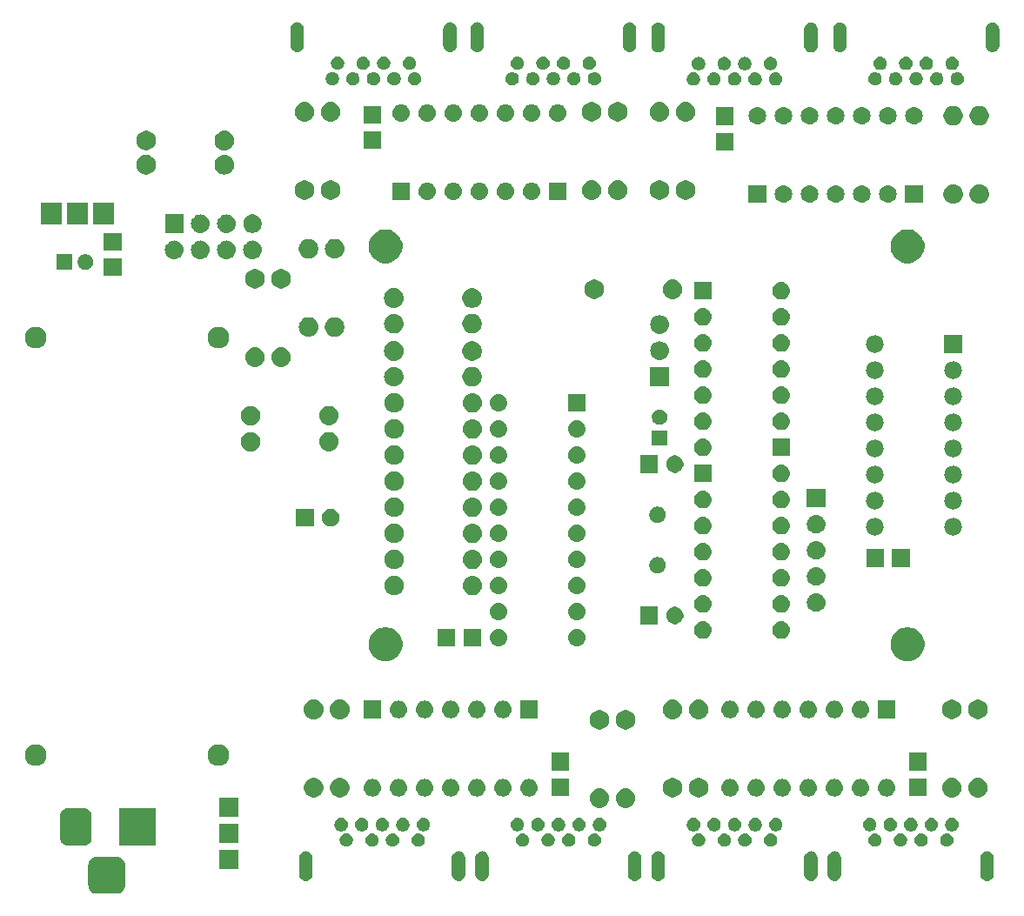
<source format=gbr>
G04 #@! TF.GenerationSoftware,KiCad,Pcbnew,5.0.2-bee76a0~70~ubuntu16.04.1*
G04 #@! TF.CreationDate,2020-01-14T10:26:46-07:00*
G04 #@! TF.ProjectId,Soil_Sensor_Hub,536f696c-5f53-4656-9e73-6f725f487562,rev?*
G04 #@! TF.SameCoordinates,Original*
G04 #@! TF.FileFunction,Soldermask,Bot*
G04 #@! TF.FilePolarity,Negative*
%FSLAX46Y46*%
G04 Gerber Fmt 4.6, Leading zero omitted, Abs format (unit mm)*
G04 Created by KiCad (PCBNEW 5.0.2-bee76a0~70~ubuntu16.04.1) date Tue 14 Jan 2020 10:26:46 AM MST*
%MOMM*%
%LPD*%
G01*
G04 APERTURE LIST*
%ADD10C,0.100000*%
G04 APERTURE END LIST*
D10*
G36*
X102266366Y-175635695D02*
X102423458Y-175683348D01*
X102568230Y-175760731D01*
X102695128Y-175864872D01*
X102799269Y-175991770D01*
X102876652Y-176136542D01*
X102924305Y-176293634D01*
X102941000Y-176463140D01*
X102941000Y-178376860D01*
X102924305Y-178546366D01*
X102876652Y-178703458D01*
X102799269Y-178848230D01*
X102695128Y-178975128D01*
X102568230Y-179079269D01*
X102423458Y-179156652D01*
X102266366Y-179204305D01*
X102096860Y-179221000D01*
X100183140Y-179221000D01*
X100013634Y-179204305D01*
X99856542Y-179156652D01*
X99711770Y-179079269D01*
X99584872Y-178975128D01*
X99480731Y-178848230D01*
X99403348Y-178703458D01*
X99355695Y-178546366D01*
X99339000Y-178376860D01*
X99339000Y-176463140D01*
X99355695Y-176293634D01*
X99403348Y-176136542D01*
X99480731Y-175991770D01*
X99584872Y-175864872D01*
X99711770Y-175760731D01*
X99856542Y-175683348D01*
X100013634Y-175635695D01*
X100183140Y-175619000D01*
X102096860Y-175619000D01*
X102266366Y-175635695D01*
X102266366Y-175635695D01*
G37*
G36*
X120650617Y-175088420D02*
X120732426Y-175113237D01*
X120773332Y-175125645D01*
X120833782Y-175157957D01*
X120886425Y-175186095D01*
X120985553Y-175267447D01*
X121066905Y-175366574D01*
X121066906Y-175366576D01*
X121127355Y-175479667D01*
X121139763Y-175520573D01*
X121164580Y-175602382D01*
X121174000Y-175698027D01*
X121174000Y-177361973D01*
X121164580Y-177457618D01*
X121139763Y-177539427D01*
X121127355Y-177580333D01*
X121073819Y-177680491D01*
X121066905Y-177693426D01*
X120985553Y-177792553D01*
X120886426Y-177873905D01*
X120886424Y-177873906D01*
X120773333Y-177934355D01*
X120732427Y-177946763D01*
X120650618Y-177971580D01*
X120523000Y-177984149D01*
X120395383Y-177971580D01*
X120313574Y-177946763D01*
X120272668Y-177934355D01*
X120159577Y-177873906D01*
X120159575Y-177873905D01*
X120060448Y-177792553D01*
X119979096Y-177693426D01*
X119972182Y-177680491D01*
X119918646Y-177580333D01*
X119906238Y-177539427D01*
X119881421Y-177457618D01*
X119872001Y-177361973D01*
X119872000Y-175698028D01*
X119881420Y-175602383D01*
X119918645Y-175479669D01*
X119918645Y-175479668D01*
X119950957Y-175419218D01*
X119979095Y-175366575D01*
X120060447Y-175267447D01*
X120159574Y-175186095D01*
X120172509Y-175179181D01*
X120272667Y-175125645D01*
X120313573Y-175113237D01*
X120395382Y-175088420D01*
X120523000Y-175075851D01*
X120650617Y-175088420D01*
X120650617Y-175088420D01*
G37*
G36*
X137795617Y-175088420D02*
X137877426Y-175113237D01*
X137918332Y-175125645D01*
X137978782Y-175157957D01*
X138031425Y-175186095D01*
X138130553Y-175267447D01*
X138211905Y-175366574D01*
X138211906Y-175366576D01*
X138272355Y-175479667D01*
X138284763Y-175520573D01*
X138309580Y-175602382D01*
X138319000Y-175698027D01*
X138319000Y-177361973D01*
X138309580Y-177457618D01*
X138284763Y-177539427D01*
X138272355Y-177580333D01*
X138218819Y-177680491D01*
X138211905Y-177693426D01*
X138130553Y-177792553D01*
X138031426Y-177873905D01*
X138031424Y-177873906D01*
X137918333Y-177934355D01*
X137877427Y-177946763D01*
X137795618Y-177971580D01*
X137668000Y-177984149D01*
X137540383Y-177971580D01*
X137458574Y-177946763D01*
X137417668Y-177934355D01*
X137304577Y-177873906D01*
X137304575Y-177873905D01*
X137205448Y-177792553D01*
X137124096Y-177693426D01*
X137117182Y-177680491D01*
X137063646Y-177580333D01*
X137051238Y-177539427D01*
X137026421Y-177457618D01*
X137017001Y-177361973D01*
X137017000Y-175698028D01*
X137026420Y-175602383D01*
X137063645Y-175479669D01*
X137063645Y-175479668D01*
X137095957Y-175419218D01*
X137124095Y-175366575D01*
X137205447Y-175267447D01*
X137304574Y-175186095D01*
X137317509Y-175179181D01*
X137417667Y-175125645D01*
X137458573Y-175113237D01*
X137540382Y-175088420D01*
X137668000Y-175075851D01*
X137795617Y-175088420D01*
X137795617Y-175088420D01*
G37*
G36*
X152654617Y-175088420D02*
X152736426Y-175113237D01*
X152777332Y-175125645D01*
X152837782Y-175157957D01*
X152890425Y-175186095D01*
X152989553Y-175267447D01*
X153070905Y-175366574D01*
X153070906Y-175366576D01*
X153131355Y-175479667D01*
X153143763Y-175520573D01*
X153168580Y-175602382D01*
X153178000Y-175698027D01*
X153178000Y-177361973D01*
X153168580Y-177457618D01*
X153143763Y-177539427D01*
X153131355Y-177580333D01*
X153077819Y-177680491D01*
X153070905Y-177693426D01*
X152989553Y-177792553D01*
X152890426Y-177873905D01*
X152890424Y-177873906D01*
X152777333Y-177934355D01*
X152736427Y-177946763D01*
X152654618Y-177971580D01*
X152527000Y-177984149D01*
X152399383Y-177971580D01*
X152317574Y-177946763D01*
X152276668Y-177934355D01*
X152163577Y-177873906D01*
X152163575Y-177873905D01*
X152064448Y-177792553D01*
X151983096Y-177693426D01*
X151976182Y-177680491D01*
X151922646Y-177580333D01*
X151910238Y-177539427D01*
X151885421Y-177457618D01*
X151876001Y-177361973D01*
X151876000Y-175698028D01*
X151885420Y-175602383D01*
X151922645Y-175479669D01*
X151922645Y-175479668D01*
X151954957Y-175419218D01*
X151983095Y-175366575D01*
X152064447Y-175267447D01*
X152163574Y-175186095D01*
X152176509Y-175179181D01*
X152276667Y-175125645D01*
X152317573Y-175113237D01*
X152399382Y-175088420D01*
X152527000Y-175075851D01*
X152654617Y-175088420D01*
X152654617Y-175088420D01*
G37*
G36*
X186944617Y-175088420D02*
X187026426Y-175113237D01*
X187067332Y-175125645D01*
X187127782Y-175157957D01*
X187180425Y-175186095D01*
X187279553Y-175267447D01*
X187360905Y-175366574D01*
X187360906Y-175366576D01*
X187421355Y-175479667D01*
X187433763Y-175520573D01*
X187458580Y-175602382D01*
X187468000Y-175698027D01*
X187468000Y-177361973D01*
X187458580Y-177457618D01*
X187433763Y-177539427D01*
X187421355Y-177580333D01*
X187367819Y-177680491D01*
X187360905Y-177693426D01*
X187279553Y-177792553D01*
X187180426Y-177873905D01*
X187180424Y-177873906D01*
X187067333Y-177934355D01*
X187026427Y-177946763D01*
X186944618Y-177971580D01*
X186817000Y-177984149D01*
X186689383Y-177971580D01*
X186607574Y-177946763D01*
X186566668Y-177934355D01*
X186453577Y-177873906D01*
X186453575Y-177873905D01*
X186354448Y-177792553D01*
X186273096Y-177693426D01*
X186266182Y-177680491D01*
X186212646Y-177580333D01*
X186200238Y-177539427D01*
X186175421Y-177457618D01*
X186166001Y-177361973D01*
X186166000Y-175698028D01*
X186175420Y-175602383D01*
X186212645Y-175479669D01*
X186212645Y-175479668D01*
X186244957Y-175419218D01*
X186273095Y-175366575D01*
X186354447Y-175267447D01*
X186453574Y-175186095D01*
X186466509Y-175179181D01*
X186566667Y-175125645D01*
X186607573Y-175113237D01*
X186689382Y-175088420D01*
X186817000Y-175075851D01*
X186944617Y-175088420D01*
X186944617Y-175088420D01*
G37*
G36*
X169799617Y-175088420D02*
X169881426Y-175113237D01*
X169922332Y-175125645D01*
X169982782Y-175157957D01*
X170035425Y-175186095D01*
X170134553Y-175267447D01*
X170215905Y-175366574D01*
X170215906Y-175366576D01*
X170276355Y-175479667D01*
X170288763Y-175520573D01*
X170313580Y-175602382D01*
X170323000Y-175698027D01*
X170323000Y-177361973D01*
X170313580Y-177457618D01*
X170288763Y-177539427D01*
X170276355Y-177580333D01*
X170222819Y-177680491D01*
X170215905Y-177693426D01*
X170134553Y-177792553D01*
X170035426Y-177873905D01*
X170035424Y-177873906D01*
X169922333Y-177934355D01*
X169881427Y-177946763D01*
X169799618Y-177971580D01*
X169672000Y-177984149D01*
X169544383Y-177971580D01*
X169462574Y-177946763D01*
X169421668Y-177934355D01*
X169308577Y-177873906D01*
X169308575Y-177873905D01*
X169209448Y-177792553D01*
X169128096Y-177693426D01*
X169121182Y-177680491D01*
X169067646Y-177580333D01*
X169055238Y-177539427D01*
X169030421Y-177457618D01*
X169021001Y-177361973D01*
X169021000Y-175698028D01*
X169030420Y-175602383D01*
X169067645Y-175479669D01*
X169067645Y-175479668D01*
X169099957Y-175419218D01*
X169128095Y-175366575D01*
X169209447Y-175267447D01*
X169308574Y-175186095D01*
X169321509Y-175179181D01*
X169421667Y-175125645D01*
X169462573Y-175113237D01*
X169544382Y-175088420D01*
X169672000Y-175075851D01*
X169799617Y-175088420D01*
X169799617Y-175088420D01*
G37*
G36*
X172085617Y-175088420D02*
X172167426Y-175113237D01*
X172208332Y-175125645D01*
X172268782Y-175157957D01*
X172321425Y-175186095D01*
X172420553Y-175267447D01*
X172501905Y-175366574D01*
X172501906Y-175366576D01*
X172562355Y-175479667D01*
X172574763Y-175520573D01*
X172599580Y-175602382D01*
X172609000Y-175698027D01*
X172609000Y-177361973D01*
X172599580Y-177457618D01*
X172574763Y-177539427D01*
X172562355Y-177580333D01*
X172508819Y-177680491D01*
X172501905Y-177693426D01*
X172420553Y-177792553D01*
X172321426Y-177873905D01*
X172321424Y-177873906D01*
X172208333Y-177934355D01*
X172167427Y-177946763D01*
X172085618Y-177971580D01*
X171958000Y-177984149D01*
X171830383Y-177971580D01*
X171748574Y-177946763D01*
X171707668Y-177934355D01*
X171594577Y-177873906D01*
X171594575Y-177873905D01*
X171495448Y-177792553D01*
X171414096Y-177693426D01*
X171407182Y-177680491D01*
X171353646Y-177580333D01*
X171341238Y-177539427D01*
X171316421Y-177457618D01*
X171307001Y-177361973D01*
X171307000Y-175698028D01*
X171316420Y-175602383D01*
X171353645Y-175479669D01*
X171353645Y-175479668D01*
X171385957Y-175419218D01*
X171414095Y-175366575D01*
X171495447Y-175267447D01*
X171594574Y-175186095D01*
X171607509Y-175179181D01*
X171707667Y-175125645D01*
X171748573Y-175113237D01*
X171830382Y-175088420D01*
X171958000Y-175075851D01*
X172085617Y-175088420D01*
X172085617Y-175088420D01*
G37*
G36*
X135509617Y-175088420D02*
X135591426Y-175113237D01*
X135632332Y-175125645D01*
X135692782Y-175157957D01*
X135745425Y-175186095D01*
X135844553Y-175267447D01*
X135925905Y-175366574D01*
X135925906Y-175366576D01*
X135986355Y-175479667D01*
X135998763Y-175520573D01*
X136023580Y-175602382D01*
X136033000Y-175698027D01*
X136033000Y-177361973D01*
X136023580Y-177457618D01*
X135998763Y-177539427D01*
X135986355Y-177580333D01*
X135932819Y-177680491D01*
X135925905Y-177693426D01*
X135844553Y-177792553D01*
X135745426Y-177873905D01*
X135745424Y-177873906D01*
X135632333Y-177934355D01*
X135591427Y-177946763D01*
X135509618Y-177971580D01*
X135382000Y-177984149D01*
X135254383Y-177971580D01*
X135172574Y-177946763D01*
X135131668Y-177934355D01*
X135018577Y-177873906D01*
X135018575Y-177873905D01*
X134919448Y-177792553D01*
X134838096Y-177693426D01*
X134831182Y-177680491D01*
X134777646Y-177580333D01*
X134765238Y-177539427D01*
X134740421Y-177457618D01*
X134731001Y-177361973D01*
X134731000Y-175698028D01*
X134740420Y-175602383D01*
X134777645Y-175479669D01*
X134777645Y-175479668D01*
X134809957Y-175419218D01*
X134838095Y-175366575D01*
X134919447Y-175267447D01*
X135018574Y-175186095D01*
X135031509Y-175179181D01*
X135131667Y-175125645D01*
X135172573Y-175113237D01*
X135254382Y-175088420D01*
X135382000Y-175075851D01*
X135509617Y-175088420D01*
X135509617Y-175088420D01*
G37*
G36*
X154940617Y-175088420D02*
X155022426Y-175113237D01*
X155063332Y-175125645D01*
X155123782Y-175157957D01*
X155176425Y-175186095D01*
X155275553Y-175267447D01*
X155356905Y-175366574D01*
X155356906Y-175366576D01*
X155417355Y-175479667D01*
X155429763Y-175520573D01*
X155454580Y-175602382D01*
X155464000Y-175698027D01*
X155464000Y-177361973D01*
X155454580Y-177457618D01*
X155429763Y-177539427D01*
X155417355Y-177580333D01*
X155363819Y-177680491D01*
X155356905Y-177693426D01*
X155275553Y-177792553D01*
X155176426Y-177873905D01*
X155176424Y-177873906D01*
X155063333Y-177934355D01*
X155022427Y-177946763D01*
X154940618Y-177971580D01*
X154813000Y-177984149D01*
X154685383Y-177971580D01*
X154603574Y-177946763D01*
X154562668Y-177934355D01*
X154449577Y-177873906D01*
X154449575Y-177873905D01*
X154350448Y-177792553D01*
X154269096Y-177693426D01*
X154262182Y-177680491D01*
X154208646Y-177580333D01*
X154196238Y-177539427D01*
X154171421Y-177457618D01*
X154162001Y-177361973D01*
X154162000Y-175698028D01*
X154171420Y-175602383D01*
X154208645Y-175479669D01*
X154208645Y-175479668D01*
X154240957Y-175419218D01*
X154269095Y-175366575D01*
X154350447Y-175267447D01*
X154449574Y-175186095D01*
X154462509Y-175179181D01*
X154562667Y-175125645D01*
X154603573Y-175113237D01*
X154685382Y-175088420D01*
X154813000Y-175075851D01*
X154940617Y-175088420D01*
X154940617Y-175088420D01*
G37*
G36*
X113931000Y-176796000D02*
X112129000Y-176796000D01*
X112129000Y-174994000D01*
X113931000Y-174994000D01*
X113931000Y-176796000D01*
X113931000Y-176796000D01*
G37*
G36*
X144294890Y-173364017D02*
X144413361Y-173413089D01*
X144519992Y-173484338D01*
X144610662Y-173575008D01*
X144681911Y-173681639D01*
X144730983Y-173800110D01*
X144756000Y-173925881D01*
X144756000Y-174054119D01*
X144730983Y-174179890D01*
X144681911Y-174298361D01*
X144610662Y-174404992D01*
X144519992Y-174495662D01*
X144519989Y-174495664D01*
X144519988Y-174495665D01*
X144413364Y-174566909D01*
X144413361Y-174566911D01*
X144294890Y-174615983D01*
X144169119Y-174641000D01*
X144040881Y-174641000D01*
X143915110Y-174615983D01*
X143796639Y-174566911D01*
X143796636Y-174566909D01*
X143690012Y-174495665D01*
X143690011Y-174495664D01*
X143690008Y-174495662D01*
X143599338Y-174404992D01*
X143528089Y-174298361D01*
X143479017Y-174179890D01*
X143454000Y-174054119D01*
X143454000Y-173925881D01*
X143479017Y-173800110D01*
X143528089Y-173681639D01*
X143599338Y-173575008D01*
X143690008Y-173484338D01*
X143796639Y-173413089D01*
X143915110Y-173364017D01*
X144040881Y-173339000D01*
X144169119Y-173339000D01*
X144294890Y-173364017D01*
X144294890Y-173364017D01*
G37*
G36*
X148794890Y-173364017D02*
X148913361Y-173413089D01*
X149019992Y-173484338D01*
X149110662Y-173575008D01*
X149181911Y-173681639D01*
X149230983Y-173800110D01*
X149256000Y-173925881D01*
X149256000Y-174054119D01*
X149230983Y-174179890D01*
X149181911Y-174298361D01*
X149110662Y-174404992D01*
X149019992Y-174495662D01*
X149019989Y-174495664D01*
X149019988Y-174495665D01*
X148913364Y-174566909D01*
X148913361Y-174566911D01*
X148794890Y-174615983D01*
X148669119Y-174641000D01*
X148540881Y-174641000D01*
X148415110Y-174615983D01*
X148296639Y-174566911D01*
X148296636Y-174566909D01*
X148190012Y-174495665D01*
X148190011Y-174495664D01*
X148190008Y-174495662D01*
X148099338Y-174404992D01*
X148028089Y-174298361D01*
X147979017Y-174179890D01*
X147954000Y-174054119D01*
X147954000Y-173925881D01*
X147979017Y-173800110D01*
X148028089Y-173681639D01*
X148099338Y-173575008D01*
X148190008Y-173484338D01*
X148296639Y-173413089D01*
X148415110Y-173364017D01*
X148540881Y-173339000D01*
X148669119Y-173339000D01*
X148794890Y-173364017D01*
X148794890Y-173364017D01*
G37*
G36*
X146294890Y-173364017D02*
X146413361Y-173413089D01*
X146519992Y-173484338D01*
X146610662Y-173575008D01*
X146681911Y-173681639D01*
X146730983Y-173800110D01*
X146756000Y-173925881D01*
X146756000Y-174054119D01*
X146730983Y-174179890D01*
X146681911Y-174298361D01*
X146610662Y-174404992D01*
X146519992Y-174495662D01*
X146519989Y-174495664D01*
X146519988Y-174495665D01*
X146413364Y-174566909D01*
X146413361Y-174566911D01*
X146294890Y-174615983D01*
X146169119Y-174641000D01*
X146040881Y-174641000D01*
X145915110Y-174615983D01*
X145796639Y-174566911D01*
X145796636Y-174566909D01*
X145690012Y-174495665D01*
X145690011Y-174495664D01*
X145690008Y-174495662D01*
X145599338Y-174404992D01*
X145528089Y-174298361D01*
X145479017Y-174179890D01*
X145454000Y-174054119D01*
X145454000Y-173925881D01*
X145479017Y-173800110D01*
X145528089Y-173681639D01*
X145599338Y-173575008D01*
X145690008Y-173484338D01*
X145796639Y-173413089D01*
X145915110Y-173364017D01*
X146040881Y-173339000D01*
X146169119Y-173339000D01*
X146294890Y-173364017D01*
X146294890Y-173364017D01*
G37*
G36*
X141794890Y-173364017D02*
X141913361Y-173413089D01*
X142019992Y-173484338D01*
X142110662Y-173575008D01*
X142181911Y-173681639D01*
X142230983Y-173800110D01*
X142256000Y-173925881D01*
X142256000Y-174054119D01*
X142230983Y-174179890D01*
X142181911Y-174298361D01*
X142110662Y-174404992D01*
X142019992Y-174495662D01*
X142019989Y-174495664D01*
X142019988Y-174495665D01*
X141913364Y-174566909D01*
X141913361Y-174566911D01*
X141794890Y-174615983D01*
X141669119Y-174641000D01*
X141540881Y-174641000D01*
X141415110Y-174615983D01*
X141296639Y-174566911D01*
X141296636Y-174566909D01*
X141190012Y-174495665D01*
X141190011Y-174495664D01*
X141190008Y-174495662D01*
X141099338Y-174404992D01*
X141028089Y-174298361D01*
X140979017Y-174179890D01*
X140954000Y-174054119D01*
X140954000Y-173925881D01*
X140979017Y-173800110D01*
X141028089Y-173681639D01*
X141099338Y-173575008D01*
X141190008Y-173484338D01*
X141296639Y-173413089D01*
X141415110Y-173364017D01*
X141540881Y-173339000D01*
X141669119Y-173339000D01*
X141794890Y-173364017D01*
X141794890Y-173364017D01*
G37*
G36*
X176084890Y-173364017D02*
X176203361Y-173413089D01*
X176309992Y-173484338D01*
X176400662Y-173575008D01*
X176471911Y-173681639D01*
X176520983Y-173800110D01*
X176546000Y-173925881D01*
X176546000Y-174054119D01*
X176520983Y-174179890D01*
X176471911Y-174298361D01*
X176400662Y-174404992D01*
X176309992Y-174495662D01*
X176309989Y-174495664D01*
X176309988Y-174495665D01*
X176203364Y-174566909D01*
X176203361Y-174566911D01*
X176084890Y-174615983D01*
X175959119Y-174641000D01*
X175830881Y-174641000D01*
X175705110Y-174615983D01*
X175586639Y-174566911D01*
X175586636Y-174566909D01*
X175480012Y-174495665D01*
X175480011Y-174495664D01*
X175480008Y-174495662D01*
X175389338Y-174404992D01*
X175318089Y-174298361D01*
X175269017Y-174179890D01*
X175244000Y-174054119D01*
X175244000Y-173925881D01*
X175269017Y-173800110D01*
X175318089Y-173681639D01*
X175389338Y-173575008D01*
X175480008Y-173484338D01*
X175586639Y-173413089D01*
X175705110Y-173364017D01*
X175830881Y-173339000D01*
X175959119Y-173339000D01*
X176084890Y-173364017D01*
X176084890Y-173364017D01*
G37*
G36*
X183084890Y-173364017D02*
X183203361Y-173413089D01*
X183309992Y-173484338D01*
X183400662Y-173575008D01*
X183471911Y-173681639D01*
X183520983Y-173800110D01*
X183546000Y-173925881D01*
X183546000Y-174054119D01*
X183520983Y-174179890D01*
X183471911Y-174298361D01*
X183400662Y-174404992D01*
X183309992Y-174495662D01*
X183309989Y-174495664D01*
X183309988Y-174495665D01*
X183203364Y-174566909D01*
X183203361Y-174566911D01*
X183084890Y-174615983D01*
X182959119Y-174641000D01*
X182830881Y-174641000D01*
X182705110Y-174615983D01*
X182586639Y-174566911D01*
X182586636Y-174566909D01*
X182480012Y-174495665D01*
X182480011Y-174495664D01*
X182480008Y-174495662D01*
X182389338Y-174404992D01*
X182318089Y-174298361D01*
X182269017Y-174179890D01*
X182244000Y-174054119D01*
X182244000Y-173925881D01*
X182269017Y-173800110D01*
X182318089Y-173681639D01*
X182389338Y-173575008D01*
X182480008Y-173484338D01*
X182586639Y-173413089D01*
X182705110Y-173364017D01*
X182830881Y-173339000D01*
X182959119Y-173339000D01*
X183084890Y-173364017D01*
X183084890Y-173364017D01*
G37*
G36*
X158939890Y-173364017D02*
X159058361Y-173413089D01*
X159164992Y-173484338D01*
X159255662Y-173575008D01*
X159326911Y-173681639D01*
X159375983Y-173800110D01*
X159401000Y-173925881D01*
X159401000Y-174054119D01*
X159375983Y-174179890D01*
X159326911Y-174298361D01*
X159255662Y-174404992D01*
X159164992Y-174495662D01*
X159164989Y-174495664D01*
X159164988Y-174495665D01*
X159058364Y-174566909D01*
X159058361Y-174566911D01*
X158939890Y-174615983D01*
X158814119Y-174641000D01*
X158685881Y-174641000D01*
X158560110Y-174615983D01*
X158441639Y-174566911D01*
X158441636Y-174566909D01*
X158335012Y-174495665D01*
X158335011Y-174495664D01*
X158335008Y-174495662D01*
X158244338Y-174404992D01*
X158173089Y-174298361D01*
X158124017Y-174179890D01*
X158099000Y-174054119D01*
X158099000Y-173925881D01*
X158124017Y-173800110D01*
X158173089Y-173681639D01*
X158244338Y-173575008D01*
X158335008Y-173484338D01*
X158441639Y-173413089D01*
X158560110Y-173364017D01*
X158685881Y-173339000D01*
X158814119Y-173339000D01*
X158939890Y-173364017D01*
X158939890Y-173364017D01*
G37*
G36*
X161439890Y-173364017D02*
X161558361Y-173413089D01*
X161664992Y-173484338D01*
X161755662Y-173575008D01*
X161826911Y-173681639D01*
X161875983Y-173800110D01*
X161901000Y-173925881D01*
X161901000Y-174054119D01*
X161875983Y-174179890D01*
X161826911Y-174298361D01*
X161755662Y-174404992D01*
X161664992Y-174495662D01*
X161664989Y-174495664D01*
X161664988Y-174495665D01*
X161558364Y-174566909D01*
X161558361Y-174566911D01*
X161439890Y-174615983D01*
X161314119Y-174641000D01*
X161185881Y-174641000D01*
X161060110Y-174615983D01*
X160941639Y-174566911D01*
X160941636Y-174566909D01*
X160835012Y-174495665D01*
X160835011Y-174495664D01*
X160835008Y-174495662D01*
X160744338Y-174404992D01*
X160673089Y-174298361D01*
X160624017Y-174179890D01*
X160599000Y-174054119D01*
X160599000Y-173925881D01*
X160624017Y-173800110D01*
X160673089Y-173681639D01*
X160744338Y-173575008D01*
X160835008Y-173484338D01*
X160941639Y-173413089D01*
X161060110Y-173364017D01*
X161185881Y-173339000D01*
X161314119Y-173339000D01*
X161439890Y-173364017D01*
X161439890Y-173364017D01*
G37*
G36*
X131649890Y-173364017D02*
X131768361Y-173413089D01*
X131874992Y-173484338D01*
X131965662Y-173575008D01*
X132036911Y-173681639D01*
X132085983Y-173800110D01*
X132111000Y-173925881D01*
X132111000Y-174054119D01*
X132085983Y-174179890D01*
X132036911Y-174298361D01*
X131965662Y-174404992D01*
X131874992Y-174495662D01*
X131874989Y-174495664D01*
X131874988Y-174495665D01*
X131768364Y-174566909D01*
X131768361Y-174566911D01*
X131649890Y-174615983D01*
X131524119Y-174641000D01*
X131395881Y-174641000D01*
X131270110Y-174615983D01*
X131151639Y-174566911D01*
X131151636Y-174566909D01*
X131045012Y-174495665D01*
X131045011Y-174495664D01*
X131045008Y-174495662D01*
X130954338Y-174404992D01*
X130883089Y-174298361D01*
X130834017Y-174179890D01*
X130809000Y-174054119D01*
X130809000Y-173925881D01*
X130834017Y-173800110D01*
X130883089Y-173681639D01*
X130954338Y-173575008D01*
X131045008Y-173484338D01*
X131151639Y-173413089D01*
X131270110Y-173364017D01*
X131395881Y-173339000D01*
X131524119Y-173339000D01*
X131649890Y-173364017D01*
X131649890Y-173364017D01*
G37*
G36*
X129149890Y-173364017D02*
X129268361Y-173413089D01*
X129374992Y-173484338D01*
X129465662Y-173575008D01*
X129536911Y-173681639D01*
X129585983Y-173800110D01*
X129611000Y-173925881D01*
X129611000Y-174054119D01*
X129585983Y-174179890D01*
X129536911Y-174298361D01*
X129465662Y-174404992D01*
X129374992Y-174495662D01*
X129374989Y-174495664D01*
X129374988Y-174495665D01*
X129268364Y-174566909D01*
X129268361Y-174566911D01*
X129149890Y-174615983D01*
X129024119Y-174641000D01*
X128895881Y-174641000D01*
X128770110Y-174615983D01*
X128651639Y-174566911D01*
X128651636Y-174566909D01*
X128545012Y-174495665D01*
X128545011Y-174495664D01*
X128545008Y-174495662D01*
X128454338Y-174404992D01*
X128383089Y-174298361D01*
X128334017Y-174179890D01*
X128309000Y-174054119D01*
X128309000Y-173925881D01*
X128334017Y-173800110D01*
X128383089Y-173681639D01*
X128454338Y-173575008D01*
X128545008Y-173484338D01*
X128651639Y-173413089D01*
X128770110Y-173364017D01*
X128895881Y-173339000D01*
X129024119Y-173339000D01*
X129149890Y-173364017D01*
X129149890Y-173364017D01*
G37*
G36*
X180584890Y-173364017D02*
X180703361Y-173413089D01*
X180809992Y-173484338D01*
X180900662Y-173575008D01*
X180971911Y-173681639D01*
X181020983Y-173800110D01*
X181046000Y-173925881D01*
X181046000Y-174054119D01*
X181020983Y-174179890D01*
X180971911Y-174298361D01*
X180900662Y-174404992D01*
X180809992Y-174495662D01*
X180809989Y-174495664D01*
X180809988Y-174495665D01*
X180703364Y-174566909D01*
X180703361Y-174566911D01*
X180584890Y-174615983D01*
X180459119Y-174641000D01*
X180330881Y-174641000D01*
X180205110Y-174615983D01*
X180086639Y-174566911D01*
X180086636Y-174566909D01*
X179980012Y-174495665D01*
X179980011Y-174495664D01*
X179980008Y-174495662D01*
X179889338Y-174404992D01*
X179818089Y-174298361D01*
X179769017Y-174179890D01*
X179744000Y-174054119D01*
X179744000Y-173925881D01*
X179769017Y-173800110D01*
X179818089Y-173681639D01*
X179889338Y-173575008D01*
X179980008Y-173484338D01*
X180086639Y-173413089D01*
X180205110Y-173364017D01*
X180330881Y-173339000D01*
X180459119Y-173339000D01*
X180584890Y-173364017D01*
X180584890Y-173364017D01*
G37*
G36*
X124649890Y-173364017D02*
X124768361Y-173413089D01*
X124874992Y-173484338D01*
X124965662Y-173575008D01*
X125036911Y-173681639D01*
X125085983Y-173800110D01*
X125111000Y-173925881D01*
X125111000Y-174054119D01*
X125085983Y-174179890D01*
X125036911Y-174298361D01*
X124965662Y-174404992D01*
X124874992Y-174495662D01*
X124874989Y-174495664D01*
X124874988Y-174495665D01*
X124768364Y-174566909D01*
X124768361Y-174566911D01*
X124649890Y-174615983D01*
X124524119Y-174641000D01*
X124395881Y-174641000D01*
X124270110Y-174615983D01*
X124151639Y-174566911D01*
X124151636Y-174566909D01*
X124045012Y-174495665D01*
X124045011Y-174495664D01*
X124045008Y-174495662D01*
X123954338Y-174404992D01*
X123883089Y-174298361D01*
X123834017Y-174179890D01*
X123809000Y-174054119D01*
X123809000Y-173925881D01*
X123834017Y-173800110D01*
X123883089Y-173681639D01*
X123954338Y-173575008D01*
X124045008Y-173484338D01*
X124151639Y-173413089D01*
X124270110Y-173364017D01*
X124395881Y-173339000D01*
X124524119Y-173339000D01*
X124649890Y-173364017D01*
X124649890Y-173364017D01*
G37*
G36*
X127149890Y-173364017D02*
X127268361Y-173413089D01*
X127374992Y-173484338D01*
X127465662Y-173575008D01*
X127536911Y-173681639D01*
X127585983Y-173800110D01*
X127611000Y-173925881D01*
X127611000Y-174054119D01*
X127585983Y-174179890D01*
X127536911Y-174298361D01*
X127465662Y-174404992D01*
X127374992Y-174495662D01*
X127374989Y-174495664D01*
X127374988Y-174495665D01*
X127268364Y-174566909D01*
X127268361Y-174566911D01*
X127149890Y-174615983D01*
X127024119Y-174641000D01*
X126895881Y-174641000D01*
X126770110Y-174615983D01*
X126651639Y-174566911D01*
X126651636Y-174566909D01*
X126545012Y-174495665D01*
X126545011Y-174495664D01*
X126545008Y-174495662D01*
X126454338Y-174404992D01*
X126383089Y-174298361D01*
X126334017Y-174179890D01*
X126309000Y-174054119D01*
X126309000Y-173925881D01*
X126334017Y-173800110D01*
X126383089Y-173681639D01*
X126454338Y-173575008D01*
X126545008Y-173484338D01*
X126651639Y-173413089D01*
X126770110Y-173364017D01*
X126895881Y-173339000D01*
X127024119Y-173339000D01*
X127149890Y-173364017D01*
X127149890Y-173364017D01*
G37*
G36*
X165939890Y-173364017D02*
X166058361Y-173413089D01*
X166164992Y-173484338D01*
X166255662Y-173575008D01*
X166326911Y-173681639D01*
X166375983Y-173800110D01*
X166401000Y-173925881D01*
X166401000Y-174054119D01*
X166375983Y-174179890D01*
X166326911Y-174298361D01*
X166255662Y-174404992D01*
X166164992Y-174495662D01*
X166164989Y-174495664D01*
X166164988Y-174495665D01*
X166058364Y-174566909D01*
X166058361Y-174566911D01*
X165939890Y-174615983D01*
X165814119Y-174641000D01*
X165685881Y-174641000D01*
X165560110Y-174615983D01*
X165441639Y-174566911D01*
X165441636Y-174566909D01*
X165335012Y-174495665D01*
X165335011Y-174495664D01*
X165335008Y-174495662D01*
X165244338Y-174404992D01*
X165173089Y-174298361D01*
X165124017Y-174179890D01*
X165099000Y-174054119D01*
X165099000Y-173925881D01*
X165124017Y-173800110D01*
X165173089Y-173681639D01*
X165244338Y-173575008D01*
X165335008Y-173484338D01*
X165441639Y-173413089D01*
X165560110Y-173364017D01*
X165685881Y-173339000D01*
X165814119Y-173339000D01*
X165939890Y-173364017D01*
X165939890Y-173364017D01*
G37*
G36*
X163439890Y-173364017D02*
X163558361Y-173413089D01*
X163664992Y-173484338D01*
X163755662Y-173575008D01*
X163826911Y-173681639D01*
X163875983Y-173800110D01*
X163901000Y-173925881D01*
X163901000Y-174054119D01*
X163875983Y-174179890D01*
X163826911Y-174298361D01*
X163755662Y-174404992D01*
X163664992Y-174495662D01*
X163664989Y-174495664D01*
X163664988Y-174495665D01*
X163558364Y-174566909D01*
X163558361Y-174566911D01*
X163439890Y-174615983D01*
X163314119Y-174641000D01*
X163185881Y-174641000D01*
X163060110Y-174615983D01*
X162941639Y-174566911D01*
X162941636Y-174566909D01*
X162835012Y-174495665D01*
X162835011Y-174495664D01*
X162835008Y-174495662D01*
X162744338Y-174404992D01*
X162673089Y-174298361D01*
X162624017Y-174179890D01*
X162599000Y-174054119D01*
X162599000Y-173925881D01*
X162624017Y-173800110D01*
X162673089Y-173681639D01*
X162744338Y-173575008D01*
X162835008Y-173484338D01*
X162941639Y-173413089D01*
X163060110Y-173364017D01*
X163185881Y-173339000D01*
X163314119Y-173339000D01*
X163439890Y-173364017D01*
X163439890Y-173364017D01*
G37*
G36*
X178584890Y-173364017D02*
X178703361Y-173413089D01*
X178809992Y-173484338D01*
X178900662Y-173575008D01*
X178971911Y-173681639D01*
X179020983Y-173800110D01*
X179046000Y-173925881D01*
X179046000Y-174054119D01*
X179020983Y-174179890D01*
X178971911Y-174298361D01*
X178900662Y-174404992D01*
X178809992Y-174495662D01*
X178809989Y-174495664D01*
X178809988Y-174495665D01*
X178703364Y-174566909D01*
X178703361Y-174566911D01*
X178584890Y-174615983D01*
X178459119Y-174641000D01*
X178330881Y-174641000D01*
X178205110Y-174615983D01*
X178086639Y-174566911D01*
X178086636Y-174566909D01*
X177980012Y-174495665D01*
X177980011Y-174495664D01*
X177980008Y-174495662D01*
X177889338Y-174404992D01*
X177818089Y-174298361D01*
X177769017Y-174179890D01*
X177744000Y-174054119D01*
X177744000Y-173925881D01*
X177769017Y-173800110D01*
X177818089Y-173681639D01*
X177889338Y-173575008D01*
X177980008Y-173484338D01*
X178086639Y-173413089D01*
X178205110Y-173364017D01*
X178330881Y-173339000D01*
X178459119Y-173339000D01*
X178584890Y-173364017D01*
X178584890Y-173364017D01*
G37*
G36*
X99116978Y-170933293D02*
X99250627Y-170973835D01*
X99373782Y-171039662D01*
X99481739Y-171128261D01*
X99570338Y-171236218D01*
X99636165Y-171359373D01*
X99676707Y-171493022D01*
X99691000Y-171638140D01*
X99691000Y-173801860D01*
X99676707Y-173946978D01*
X99636165Y-174080627D01*
X99570338Y-174203782D01*
X99481739Y-174311739D01*
X99373782Y-174400338D01*
X99250627Y-174466165D01*
X99116978Y-174506707D01*
X98971860Y-174521000D01*
X97308140Y-174521000D01*
X97163022Y-174506707D01*
X97029373Y-174466165D01*
X96906218Y-174400338D01*
X96798261Y-174311739D01*
X96709662Y-174203782D01*
X96643835Y-174080627D01*
X96603293Y-173946978D01*
X96589000Y-173801860D01*
X96589000Y-171638140D01*
X96603293Y-171493022D01*
X96643835Y-171359373D01*
X96709662Y-171236218D01*
X96798261Y-171128261D01*
X96906218Y-171039662D01*
X97029373Y-170973835D01*
X97163022Y-170933293D01*
X97308140Y-170919000D01*
X98971860Y-170919000D01*
X99116978Y-170933293D01*
X99116978Y-170933293D01*
G37*
G36*
X105941000Y-174521000D02*
X102339000Y-174521000D01*
X102339000Y-170919000D01*
X105941000Y-170919000D01*
X105941000Y-174521000D01*
X105941000Y-174521000D01*
G37*
G36*
X113931000Y-174256000D02*
X112129000Y-174256000D01*
X112129000Y-172454000D01*
X113931000Y-172454000D01*
X113931000Y-174256000D01*
X113931000Y-174256000D01*
G37*
G36*
X175584890Y-171864017D02*
X175703361Y-171913089D01*
X175809992Y-171984338D01*
X175900662Y-172075008D01*
X175971911Y-172181639D01*
X176020983Y-172300110D01*
X176046000Y-172425881D01*
X176046000Y-172554119D01*
X176020983Y-172679890D01*
X175971911Y-172798361D01*
X175900662Y-172904992D01*
X175809992Y-172995662D01*
X175703361Y-173066911D01*
X175584890Y-173115983D01*
X175459119Y-173141000D01*
X175330881Y-173141000D01*
X175205110Y-173115983D01*
X175086639Y-173066911D01*
X174980008Y-172995662D01*
X174889338Y-172904992D01*
X174818089Y-172798361D01*
X174769017Y-172679890D01*
X174744000Y-172554119D01*
X174744000Y-172425881D01*
X174769017Y-172300110D01*
X174818089Y-172181639D01*
X174889338Y-172075008D01*
X174980008Y-171984338D01*
X175086639Y-171913089D01*
X175205110Y-171864017D01*
X175330881Y-171839000D01*
X175459119Y-171839000D01*
X175584890Y-171864017D01*
X175584890Y-171864017D01*
G37*
G36*
X141294890Y-171864017D02*
X141413361Y-171913089D01*
X141519992Y-171984338D01*
X141610662Y-172075008D01*
X141681911Y-172181639D01*
X141730983Y-172300110D01*
X141756000Y-172425881D01*
X141756000Y-172554119D01*
X141730983Y-172679890D01*
X141681911Y-172798361D01*
X141610662Y-172904992D01*
X141519992Y-172995662D01*
X141413361Y-173066911D01*
X141294890Y-173115983D01*
X141169119Y-173141000D01*
X141040881Y-173141000D01*
X140915110Y-173115983D01*
X140796639Y-173066911D01*
X140690008Y-172995662D01*
X140599338Y-172904992D01*
X140528089Y-172798361D01*
X140479017Y-172679890D01*
X140454000Y-172554119D01*
X140454000Y-172425881D01*
X140479017Y-172300110D01*
X140528089Y-172181639D01*
X140599338Y-172075008D01*
X140690008Y-171984338D01*
X140796639Y-171913089D01*
X140915110Y-171864017D01*
X141040881Y-171839000D01*
X141169119Y-171839000D01*
X141294890Y-171864017D01*
X141294890Y-171864017D01*
G37*
G36*
X143294890Y-171864017D02*
X143413361Y-171913089D01*
X143519992Y-171984338D01*
X143610662Y-172075008D01*
X143681911Y-172181639D01*
X143730983Y-172300110D01*
X143756000Y-172425881D01*
X143756000Y-172554119D01*
X143730983Y-172679890D01*
X143681911Y-172798361D01*
X143610662Y-172904992D01*
X143519992Y-172995662D01*
X143413361Y-173066911D01*
X143294890Y-173115983D01*
X143169119Y-173141000D01*
X143040881Y-173141000D01*
X142915110Y-173115983D01*
X142796639Y-173066911D01*
X142690008Y-172995662D01*
X142599338Y-172904992D01*
X142528089Y-172798361D01*
X142479017Y-172679890D01*
X142454000Y-172554119D01*
X142454000Y-172425881D01*
X142479017Y-172300110D01*
X142528089Y-172181639D01*
X142599338Y-172075008D01*
X142690008Y-171984338D01*
X142796639Y-171913089D01*
X142915110Y-171864017D01*
X143040881Y-171839000D01*
X143169119Y-171839000D01*
X143294890Y-171864017D01*
X143294890Y-171864017D01*
G37*
G36*
X145294890Y-171864017D02*
X145413361Y-171913089D01*
X145519992Y-171984338D01*
X145610662Y-172075008D01*
X145681911Y-172181639D01*
X145730983Y-172300110D01*
X145756000Y-172425881D01*
X145756000Y-172554119D01*
X145730983Y-172679890D01*
X145681911Y-172798361D01*
X145610662Y-172904992D01*
X145519992Y-172995662D01*
X145413361Y-173066911D01*
X145294890Y-173115983D01*
X145169119Y-173141000D01*
X145040881Y-173141000D01*
X144915110Y-173115983D01*
X144796639Y-173066911D01*
X144690008Y-172995662D01*
X144599338Y-172904992D01*
X144528089Y-172798361D01*
X144479017Y-172679890D01*
X144454000Y-172554119D01*
X144454000Y-172425881D01*
X144479017Y-172300110D01*
X144528089Y-172181639D01*
X144599338Y-172075008D01*
X144690008Y-171984338D01*
X144796639Y-171913089D01*
X144915110Y-171864017D01*
X145040881Y-171839000D01*
X145169119Y-171839000D01*
X145294890Y-171864017D01*
X145294890Y-171864017D01*
G37*
G36*
X149294890Y-171864017D02*
X149413361Y-171913089D01*
X149519992Y-171984338D01*
X149610662Y-172075008D01*
X149681911Y-172181639D01*
X149730983Y-172300110D01*
X149756000Y-172425881D01*
X149756000Y-172554119D01*
X149730983Y-172679890D01*
X149681911Y-172798361D01*
X149610662Y-172904992D01*
X149519992Y-172995662D01*
X149413361Y-173066911D01*
X149294890Y-173115983D01*
X149169119Y-173141000D01*
X149040881Y-173141000D01*
X148915110Y-173115983D01*
X148796639Y-173066911D01*
X148690008Y-172995662D01*
X148599338Y-172904992D01*
X148528089Y-172798361D01*
X148479017Y-172679890D01*
X148454000Y-172554119D01*
X148454000Y-172425881D01*
X148479017Y-172300110D01*
X148528089Y-172181639D01*
X148599338Y-172075008D01*
X148690008Y-171984338D01*
X148796639Y-171913089D01*
X148915110Y-171864017D01*
X149040881Y-171839000D01*
X149169119Y-171839000D01*
X149294890Y-171864017D01*
X149294890Y-171864017D01*
G37*
G36*
X183584890Y-171864017D02*
X183703361Y-171913089D01*
X183809992Y-171984338D01*
X183900662Y-172075008D01*
X183971911Y-172181639D01*
X184020983Y-172300110D01*
X184046000Y-172425881D01*
X184046000Y-172554119D01*
X184020983Y-172679890D01*
X183971911Y-172798361D01*
X183900662Y-172904992D01*
X183809992Y-172995662D01*
X183703361Y-173066911D01*
X183584890Y-173115983D01*
X183459119Y-173141000D01*
X183330881Y-173141000D01*
X183205110Y-173115983D01*
X183086639Y-173066911D01*
X182980008Y-172995662D01*
X182889338Y-172904992D01*
X182818089Y-172798361D01*
X182769017Y-172679890D01*
X182744000Y-172554119D01*
X182744000Y-172425881D01*
X182769017Y-172300110D01*
X182818089Y-172181639D01*
X182889338Y-172075008D01*
X182980008Y-171984338D01*
X183086639Y-171913089D01*
X183205110Y-171864017D01*
X183330881Y-171839000D01*
X183459119Y-171839000D01*
X183584890Y-171864017D01*
X183584890Y-171864017D01*
G37*
G36*
X181584890Y-171864017D02*
X181703361Y-171913089D01*
X181809992Y-171984338D01*
X181900662Y-172075008D01*
X181971911Y-172181639D01*
X182020983Y-172300110D01*
X182046000Y-172425881D01*
X182046000Y-172554119D01*
X182020983Y-172679890D01*
X181971911Y-172798361D01*
X181900662Y-172904992D01*
X181809992Y-172995662D01*
X181703361Y-173066911D01*
X181584890Y-173115983D01*
X181459119Y-173141000D01*
X181330881Y-173141000D01*
X181205110Y-173115983D01*
X181086639Y-173066911D01*
X180980008Y-172995662D01*
X180889338Y-172904992D01*
X180818089Y-172798361D01*
X180769017Y-172679890D01*
X180744000Y-172554119D01*
X180744000Y-172425881D01*
X180769017Y-172300110D01*
X180818089Y-172181639D01*
X180889338Y-172075008D01*
X180980008Y-171984338D01*
X181086639Y-171913089D01*
X181205110Y-171864017D01*
X181330881Y-171839000D01*
X181459119Y-171839000D01*
X181584890Y-171864017D01*
X181584890Y-171864017D01*
G37*
G36*
X128149890Y-171864017D02*
X128268361Y-171913089D01*
X128374992Y-171984338D01*
X128465662Y-172075008D01*
X128536911Y-172181639D01*
X128585983Y-172300110D01*
X128611000Y-172425881D01*
X128611000Y-172554119D01*
X128585983Y-172679890D01*
X128536911Y-172798361D01*
X128465662Y-172904992D01*
X128374992Y-172995662D01*
X128268361Y-173066911D01*
X128149890Y-173115983D01*
X128024119Y-173141000D01*
X127895881Y-173141000D01*
X127770110Y-173115983D01*
X127651639Y-173066911D01*
X127545008Y-172995662D01*
X127454338Y-172904992D01*
X127383089Y-172798361D01*
X127334017Y-172679890D01*
X127309000Y-172554119D01*
X127309000Y-172425881D01*
X127334017Y-172300110D01*
X127383089Y-172181639D01*
X127454338Y-172075008D01*
X127545008Y-171984338D01*
X127651639Y-171913089D01*
X127770110Y-171864017D01*
X127895881Y-171839000D01*
X128024119Y-171839000D01*
X128149890Y-171864017D01*
X128149890Y-171864017D01*
G37*
G36*
X126149890Y-171864017D02*
X126268361Y-171913089D01*
X126374992Y-171984338D01*
X126465662Y-172075008D01*
X126536911Y-172181639D01*
X126585983Y-172300110D01*
X126611000Y-172425881D01*
X126611000Y-172554119D01*
X126585983Y-172679890D01*
X126536911Y-172798361D01*
X126465662Y-172904992D01*
X126374992Y-172995662D01*
X126268361Y-173066911D01*
X126149890Y-173115983D01*
X126024119Y-173141000D01*
X125895881Y-173141000D01*
X125770110Y-173115983D01*
X125651639Y-173066911D01*
X125545008Y-172995662D01*
X125454338Y-172904992D01*
X125383089Y-172798361D01*
X125334017Y-172679890D01*
X125309000Y-172554119D01*
X125309000Y-172425881D01*
X125334017Y-172300110D01*
X125383089Y-172181639D01*
X125454338Y-172075008D01*
X125545008Y-171984338D01*
X125651639Y-171913089D01*
X125770110Y-171864017D01*
X125895881Y-171839000D01*
X126024119Y-171839000D01*
X126149890Y-171864017D01*
X126149890Y-171864017D01*
G37*
G36*
X124149890Y-171864017D02*
X124268361Y-171913089D01*
X124374992Y-171984338D01*
X124465662Y-172075008D01*
X124536911Y-172181639D01*
X124585983Y-172300110D01*
X124611000Y-172425881D01*
X124611000Y-172554119D01*
X124585983Y-172679890D01*
X124536911Y-172798361D01*
X124465662Y-172904992D01*
X124374992Y-172995662D01*
X124268361Y-173066911D01*
X124149890Y-173115983D01*
X124024119Y-173141000D01*
X123895881Y-173141000D01*
X123770110Y-173115983D01*
X123651639Y-173066911D01*
X123545008Y-172995662D01*
X123454338Y-172904992D01*
X123383089Y-172798361D01*
X123334017Y-172679890D01*
X123309000Y-172554119D01*
X123309000Y-172425881D01*
X123334017Y-172300110D01*
X123383089Y-172181639D01*
X123454338Y-172075008D01*
X123545008Y-171984338D01*
X123651639Y-171913089D01*
X123770110Y-171864017D01*
X123895881Y-171839000D01*
X124024119Y-171839000D01*
X124149890Y-171864017D01*
X124149890Y-171864017D01*
G37*
G36*
X147294890Y-171864017D02*
X147413361Y-171913089D01*
X147519992Y-171984338D01*
X147610662Y-172075008D01*
X147681911Y-172181639D01*
X147730983Y-172300110D01*
X147756000Y-172425881D01*
X147756000Y-172554119D01*
X147730983Y-172679890D01*
X147681911Y-172798361D01*
X147610662Y-172904992D01*
X147519992Y-172995662D01*
X147413361Y-173066911D01*
X147294890Y-173115983D01*
X147169119Y-173141000D01*
X147040881Y-173141000D01*
X146915110Y-173115983D01*
X146796639Y-173066911D01*
X146690008Y-172995662D01*
X146599338Y-172904992D01*
X146528089Y-172798361D01*
X146479017Y-172679890D01*
X146454000Y-172554119D01*
X146454000Y-172425881D01*
X146479017Y-172300110D01*
X146528089Y-172181639D01*
X146599338Y-172075008D01*
X146690008Y-171984338D01*
X146796639Y-171913089D01*
X146915110Y-171864017D01*
X147040881Y-171839000D01*
X147169119Y-171839000D01*
X147294890Y-171864017D01*
X147294890Y-171864017D01*
G37*
G36*
X132149890Y-171864017D02*
X132268361Y-171913089D01*
X132374992Y-171984338D01*
X132465662Y-172075008D01*
X132536911Y-172181639D01*
X132585983Y-172300110D01*
X132611000Y-172425881D01*
X132611000Y-172554119D01*
X132585983Y-172679890D01*
X132536911Y-172798361D01*
X132465662Y-172904992D01*
X132374992Y-172995662D01*
X132268361Y-173066911D01*
X132149890Y-173115983D01*
X132024119Y-173141000D01*
X131895881Y-173141000D01*
X131770110Y-173115983D01*
X131651639Y-173066911D01*
X131545008Y-172995662D01*
X131454338Y-172904992D01*
X131383089Y-172798361D01*
X131334017Y-172679890D01*
X131309000Y-172554119D01*
X131309000Y-172425881D01*
X131334017Y-172300110D01*
X131383089Y-172181639D01*
X131454338Y-172075008D01*
X131545008Y-171984338D01*
X131651639Y-171913089D01*
X131770110Y-171864017D01*
X131895881Y-171839000D01*
X132024119Y-171839000D01*
X132149890Y-171864017D01*
X132149890Y-171864017D01*
G37*
G36*
X162439890Y-171864017D02*
X162558361Y-171913089D01*
X162664992Y-171984338D01*
X162755662Y-172075008D01*
X162826911Y-172181639D01*
X162875983Y-172300110D01*
X162901000Y-172425881D01*
X162901000Y-172554119D01*
X162875983Y-172679890D01*
X162826911Y-172798361D01*
X162755662Y-172904992D01*
X162664992Y-172995662D01*
X162558361Y-173066911D01*
X162439890Y-173115983D01*
X162314119Y-173141000D01*
X162185881Y-173141000D01*
X162060110Y-173115983D01*
X161941639Y-173066911D01*
X161835008Y-172995662D01*
X161744338Y-172904992D01*
X161673089Y-172798361D01*
X161624017Y-172679890D01*
X161599000Y-172554119D01*
X161599000Y-172425881D01*
X161624017Y-172300110D01*
X161673089Y-172181639D01*
X161744338Y-172075008D01*
X161835008Y-171984338D01*
X161941639Y-171913089D01*
X162060110Y-171864017D01*
X162185881Y-171839000D01*
X162314119Y-171839000D01*
X162439890Y-171864017D01*
X162439890Y-171864017D01*
G37*
G36*
X164439890Y-171864017D02*
X164558361Y-171913089D01*
X164664992Y-171984338D01*
X164755662Y-172075008D01*
X164826911Y-172181639D01*
X164875983Y-172300110D01*
X164901000Y-172425881D01*
X164901000Y-172554119D01*
X164875983Y-172679890D01*
X164826911Y-172798361D01*
X164755662Y-172904992D01*
X164664992Y-172995662D01*
X164558361Y-173066911D01*
X164439890Y-173115983D01*
X164314119Y-173141000D01*
X164185881Y-173141000D01*
X164060110Y-173115983D01*
X163941639Y-173066911D01*
X163835008Y-172995662D01*
X163744338Y-172904992D01*
X163673089Y-172798361D01*
X163624017Y-172679890D01*
X163599000Y-172554119D01*
X163599000Y-172425881D01*
X163624017Y-172300110D01*
X163673089Y-172181639D01*
X163744338Y-172075008D01*
X163835008Y-171984338D01*
X163941639Y-171913089D01*
X164060110Y-171864017D01*
X164185881Y-171839000D01*
X164314119Y-171839000D01*
X164439890Y-171864017D01*
X164439890Y-171864017D01*
G37*
G36*
X166439890Y-171864017D02*
X166558361Y-171913089D01*
X166664992Y-171984338D01*
X166755662Y-172075008D01*
X166826911Y-172181639D01*
X166875983Y-172300110D01*
X166901000Y-172425881D01*
X166901000Y-172554119D01*
X166875983Y-172679890D01*
X166826911Y-172798361D01*
X166755662Y-172904992D01*
X166664992Y-172995662D01*
X166558361Y-173066911D01*
X166439890Y-173115983D01*
X166314119Y-173141000D01*
X166185881Y-173141000D01*
X166060110Y-173115983D01*
X165941639Y-173066911D01*
X165835008Y-172995662D01*
X165744338Y-172904992D01*
X165673089Y-172798361D01*
X165624017Y-172679890D01*
X165599000Y-172554119D01*
X165599000Y-172425881D01*
X165624017Y-172300110D01*
X165673089Y-172181639D01*
X165744338Y-172075008D01*
X165835008Y-171984338D01*
X165941639Y-171913089D01*
X166060110Y-171864017D01*
X166185881Y-171839000D01*
X166314119Y-171839000D01*
X166439890Y-171864017D01*
X166439890Y-171864017D01*
G37*
G36*
X130149890Y-171864017D02*
X130268361Y-171913089D01*
X130374992Y-171984338D01*
X130465662Y-172075008D01*
X130536911Y-172181639D01*
X130585983Y-172300110D01*
X130611000Y-172425881D01*
X130611000Y-172554119D01*
X130585983Y-172679890D01*
X130536911Y-172798361D01*
X130465662Y-172904992D01*
X130374992Y-172995662D01*
X130268361Y-173066911D01*
X130149890Y-173115983D01*
X130024119Y-173141000D01*
X129895881Y-173141000D01*
X129770110Y-173115983D01*
X129651639Y-173066911D01*
X129545008Y-172995662D01*
X129454338Y-172904992D01*
X129383089Y-172798361D01*
X129334017Y-172679890D01*
X129309000Y-172554119D01*
X129309000Y-172425881D01*
X129334017Y-172300110D01*
X129383089Y-172181639D01*
X129454338Y-172075008D01*
X129545008Y-171984338D01*
X129651639Y-171913089D01*
X129770110Y-171864017D01*
X129895881Y-171839000D01*
X130024119Y-171839000D01*
X130149890Y-171864017D01*
X130149890Y-171864017D01*
G37*
G36*
X177584890Y-171864017D02*
X177703361Y-171913089D01*
X177809992Y-171984338D01*
X177900662Y-172075008D01*
X177971911Y-172181639D01*
X178020983Y-172300110D01*
X178046000Y-172425881D01*
X178046000Y-172554119D01*
X178020983Y-172679890D01*
X177971911Y-172798361D01*
X177900662Y-172904992D01*
X177809992Y-172995662D01*
X177703361Y-173066911D01*
X177584890Y-173115983D01*
X177459119Y-173141000D01*
X177330881Y-173141000D01*
X177205110Y-173115983D01*
X177086639Y-173066911D01*
X176980008Y-172995662D01*
X176889338Y-172904992D01*
X176818089Y-172798361D01*
X176769017Y-172679890D01*
X176744000Y-172554119D01*
X176744000Y-172425881D01*
X176769017Y-172300110D01*
X176818089Y-172181639D01*
X176889338Y-172075008D01*
X176980008Y-171984338D01*
X177086639Y-171913089D01*
X177205110Y-171864017D01*
X177330881Y-171839000D01*
X177459119Y-171839000D01*
X177584890Y-171864017D01*
X177584890Y-171864017D01*
G37*
G36*
X179584890Y-171864017D02*
X179703361Y-171913089D01*
X179809992Y-171984338D01*
X179900662Y-172075008D01*
X179971911Y-172181639D01*
X180020983Y-172300110D01*
X180046000Y-172425881D01*
X180046000Y-172554119D01*
X180020983Y-172679890D01*
X179971911Y-172798361D01*
X179900662Y-172904992D01*
X179809992Y-172995662D01*
X179703361Y-173066911D01*
X179584890Y-173115983D01*
X179459119Y-173141000D01*
X179330881Y-173141000D01*
X179205110Y-173115983D01*
X179086639Y-173066911D01*
X178980008Y-172995662D01*
X178889338Y-172904992D01*
X178818089Y-172798361D01*
X178769017Y-172679890D01*
X178744000Y-172554119D01*
X178744000Y-172425881D01*
X178769017Y-172300110D01*
X178818089Y-172181639D01*
X178889338Y-172075008D01*
X178980008Y-171984338D01*
X179086639Y-171913089D01*
X179205110Y-171864017D01*
X179330881Y-171839000D01*
X179459119Y-171839000D01*
X179584890Y-171864017D01*
X179584890Y-171864017D01*
G37*
G36*
X158439890Y-171864017D02*
X158558361Y-171913089D01*
X158664992Y-171984338D01*
X158755662Y-172075008D01*
X158826911Y-172181639D01*
X158875983Y-172300110D01*
X158901000Y-172425881D01*
X158901000Y-172554119D01*
X158875983Y-172679890D01*
X158826911Y-172798361D01*
X158755662Y-172904992D01*
X158664992Y-172995662D01*
X158558361Y-173066911D01*
X158439890Y-173115983D01*
X158314119Y-173141000D01*
X158185881Y-173141000D01*
X158060110Y-173115983D01*
X157941639Y-173066911D01*
X157835008Y-172995662D01*
X157744338Y-172904992D01*
X157673089Y-172798361D01*
X157624017Y-172679890D01*
X157599000Y-172554119D01*
X157599000Y-172425881D01*
X157624017Y-172300110D01*
X157673089Y-172181639D01*
X157744338Y-172075008D01*
X157835008Y-171984338D01*
X157941639Y-171913089D01*
X158060110Y-171864017D01*
X158185881Y-171839000D01*
X158314119Y-171839000D01*
X158439890Y-171864017D01*
X158439890Y-171864017D01*
G37*
G36*
X160439890Y-171864017D02*
X160558361Y-171913089D01*
X160664992Y-171984338D01*
X160755662Y-172075008D01*
X160826911Y-172181639D01*
X160875983Y-172300110D01*
X160901000Y-172425881D01*
X160901000Y-172554119D01*
X160875983Y-172679890D01*
X160826911Y-172798361D01*
X160755662Y-172904992D01*
X160664992Y-172995662D01*
X160558361Y-173066911D01*
X160439890Y-173115983D01*
X160314119Y-173141000D01*
X160185881Y-173141000D01*
X160060110Y-173115983D01*
X159941639Y-173066911D01*
X159835008Y-172995662D01*
X159744338Y-172904992D01*
X159673089Y-172798361D01*
X159624017Y-172679890D01*
X159599000Y-172554119D01*
X159599000Y-172425881D01*
X159624017Y-172300110D01*
X159673089Y-172181639D01*
X159744338Y-172075008D01*
X159835008Y-171984338D01*
X159941639Y-171913089D01*
X160060110Y-171864017D01*
X160185881Y-171839000D01*
X160314119Y-171839000D01*
X160439890Y-171864017D01*
X160439890Y-171864017D01*
G37*
G36*
X113931000Y-171716000D02*
X112129000Y-171716000D01*
X112129000Y-169914000D01*
X113931000Y-169914000D01*
X113931000Y-171716000D01*
X113931000Y-171716000D01*
G37*
G36*
X149284425Y-168988760D02*
X149284428Y-168988761D01*
X149284429Y-168988761D01*
X149463693Y-169043140D01*
X149463695Y-169043141D01*
X149628905Y-169131448D01*
X149773712Y-169250288D01*
X149892552Y-169395095D01*
X149892553Y-169395097D01*
X149980860Y-169560307D01*
X150035239Y-169739571D01*
X150035240Y-169739575D01*
X150053601Y-169926000D01*
X150035240Y-170112425D01*
X149980859Y-170291695D01*
X149892552Y-170456905D01*
X149773712Y-170601712D01*
X149628905Y-170720552D01*
X149628903Y-170720553D01*
X149463693Y-170808860D01*
X149284429Y-170863239D01*
X149284428Y-170863239D01*
X149284425Y-170863240D01*
X149144718Y-170877000D01*
X149051282Y-170877000D01*
X148911575Y-170863240D01*
X148911572Y-170863239D01*
X148911571Y-170863239D01*
X148732307Y-170808860D01*
X148567097Y-170720553D01*
X148567095Y-170720552D01*
X148422288Y-170601712D01*
X148303448Y-170456905D01*
X148215141Y-170291695D01*
X148160760Y-170112425D01*
X148142399Y-169926000D01*
X148160760Y-169739575D01*
X148160761Y-169739571D01*
X148215140Y-169560307D01*
X148303447Y-169395097D01*
X148303448Y-169395095D01*
X148422288Y-169250288D01*
X148567095Y-169131448D01*
X148732305Y-169043141D01*
X148732307Y-169043140D01*
X148911571Y-168988761D01*
X148911572Y-168988761D01*
X148911575Y-168988760D01*
X149051282Y-168975000D01*
X149144718Y-168975000D01*
X149284425Y-168988760D01*
X149284425Y-168988760D01*
G37*
G36*
X151824425Y-168988760D02*
X151824428Y-168988761D01*
X151824429Y-168988761D01*
X152003693Y-169043140D01*
X152003695Y-169043141D01*
X152168905Y-169131448D01*
X152313712Y-169250288D01*
X152432552Y-169395095D01*
X152432553Y-169395097D01*
X152520860Y-169560307D01*
X152575239Y-169739571D01*
X152575240Y-169739575D01*
X152593601Y-169926000D01*
X152575240Y-170112425D01*
X152520859Y-170291695D01*
X152432552Y-170456905D01*
X152313712Y-170601712D01*
X152168905Y-170720552D01*
X152168903Y-170720553D01*
X152003693Y-170808860D01*
X151824429Y-170863239D01*
X151824428Y-170863239D01*
X151824425Y-170863240D01*
X151684718Y-170877000D01*
X151591282Y-170877000D01*
X151451575Y-170863240D01*
X151451572Y-170863239D01*
X151451571Y-170863239D01*
X151272307Y-170808860D01*
X151107097Y-170720553D01*
X151107095Y-170720552D01*
X150962288Y-170601712D01*
X150843448Y-170456905D01*
X150755141Y-170291695D01*
X150700760Y-170112425D01*
X150682399Y-169926000D01*
X150700760Y-169739575D01*
X150700761Y-169739571D01*
X150755140Y-169560307D01*
X150843447Y-169395097D01*
X150843448Y-169395095D01*
X150962288Y-169250288D01*
X151107095Y-169131448D01*
X151272305Y-169043141D01*
X151272307Y-169043140D01*
X151451571Y-168988761D01*
X151451572Y-168988761D01*
X151451575Y-168988760D01*
X151591282Y-168975000D01*
X151684718Y-168975000D01*
X151824425Y-168988760D01*
X151824425Y-168988760D01*
G37*
G36*
X186114425Y-167972760D02*
X186114428Y-167972761D01*
X186114429Y-167972761D01*
X186293693Y-168027140D01*
X186293695Y-168027141D01*
X186458905Y-168115448D01*
X186603712Y-168234288D01*
X186722552Y-168379095D01*
X186722553Y-168379097D01*
X186810860Y-168544307D01*
X186865239Y-168723571D01*
X186865240Y-168723575D01*
X186883601Y-168910000D01*
X186865240Y-169096425D01*
X186865239Y-169096428D01*
X186865239Y-169096429D01*
X186818567Y-169250288D01*
X186810859Y-169275695D01*
X186722552Y-169440905D01*
X186603712Y-169585712D01*
X186458905Y-169704552D01*
X186368705Y-169752765D01*
X186293693Y-169792860D01*
X186114429Y-169847239D01*
X186114428Y-169847239D01*
X186114425Y-169847240D01*
X185974718Y-169861000D01*
X185881282Y-169861000D01*
X185741575Y-169847240D01*
X185741572Y-169847239D01*
X185741571Y-169847239D01*
X185562307Y-169792860D01*
X185487295Y-169752765D01*
X185397095Y-169704552D01*
X185252288Y-169585712D01*
X185133448Y-169440905D01*
X185045141Y-169275695D01*
X185037434Y-169250288D01*
X184990761Y-169096429D01*
X184990761Y-169096428D01*
X184990760Y-169096425D01*
X184972399Y-168910000D01*
X184990760Y-168723575D01*
X184990761Y-168723571D01*
X185045140Y-168544307D01*
X185133447Y-168379097D01*
X185133448Y-168379095D01*
X185252288Y-168234288D01*
X185397095Y-168115448D01*
X185562305Y-168027141D01*
X185562307Y-168027140D01*
X185741571Y-167972761D01*
X185741572Y-167972761D01*
X185741575Y-167972760D01*
X185881282Y-167959000D01*
X185974718Y-167959000D01*
X186114425Y-167972760D01*
X186114425Y-167972760D01*
G37*
G36*
X183574425Y-167972760D02*
X183574428Y-167972761D01*
X183574429Y-167972761D01*
X183753693Y-168027140D01*
X183753695Y-168027141D01*
X183918905Y-168115448D01*
X184063712Y-168234288D01*
X184182552Y-168379095D01*
X184182553Y-168379097D01*
X184270860Y-168544307D01*
X184325239Y-168723571D01*
X184325240Y-168723575D01*
X184343601Y-168910000D01*
X184325240Y-169096425D01*
X184325239Y-169096428D01*
X184325239Y-169096429D01*
X184278567Y-169250288D01*
X184270859Y-169275695D01*
X184182552Y-169440905D01*
X184063712Y-169585712D01*
X183918905Y-169704552D01*
X183828705Y-169752765D01*
X183753693Y-169792860D01*
X183574429Y-169847239D01*
X183574428Y-169847239D01*
X183574425Y-169847240D01*
X183434718Y-169861000D01*
X183341282Y-169861000D01*
X183201575Y-169847240D01*
X183201572Y-169847239D01*
X183201571Y-169847239D01*
X183022307Y-169792860D01*
X182947295Y-169752765D01*
X182857095Y-169704552D01*
X182712288Y-169585712D01*
X182593448Y-169440905D01*
X182505141Y-169275695D01*
X182497434Y-169250288D01*
X182450761Y-169096429D01*
X182450761Y-169096428D01*
X182450760Y-169096425D01*
X182432399Y-168910000D01*
X182450760Y-168723575D01*
X182450761Y-168723571D01*
X182505140Y-168544307D01*
X182593447Y-168379097D01*
X182593448Y-168379095D01*
X182712288Y-168234288D01*
X182857095Y-168115448D01*
X183022305Y-168027141D01*
X183022307Y-168027140D01*
X183201571Y-167972761D01*
X183201572Y-167972761D01*
X183201575Y-167972760D01*
X183341282Y-167959000D01*
X183434718Y-167959000D01*
X183574425Y-167972760D01*
X183574425Y-167972760D01*
G37*
G36*
X159027396Y-167995546D02*
X159200466Y-168067234D01*
X159356230Y-168171312D01*
X159488688Y-168303770D01*
X159592766Y-168459534D01*
X159664454Y-168632604D01*
X159701000Y-168816333D01*
X159701000Y-169003667D01*
X159664454Y-169187396D01*
X159592766Y-169360466D01*
X159488688Y-169516230D01*
X159356230Y-169648688D01*
X159200466Y-169752766D01*
X159027396Y-169824454D01*
X158843667Y-169861000D01*
X158656333Y-169861000D01*
X158472604Y-169824454D01*
X158299534Y-169752766D01*
X158143770Y-169648688D01*
X158011312Y-169516230D01*
X157907234Y-169360466D01*
X157835546Y-169187396D01*
X157799000Y-169003667D01*
X157799000Y-168816333D01*
X157835546Y-168632604D01*
X157907234Y-168459534D01*
X158011312Y-168303770D01*
X158143770Y-168171312D01*
X158299534Y-168067234D01*
X158472604Y-167995546D01*
X158656333Y-167959000D01*
X158843667Y-167959000D01*
X159027396Y-167995546D01*
X159027396Y-167995546D01*
G37*
G36*
X156487396Y-167995546D02*
X156660466Y-168067234D01*
X156816230Y-168171312D01*
X156948688Y-168303770D01*
X157052766Y-168459534D01*
X157124454Y-168632604D01*
X157161000Y-168816333D01*
X157161000Y-169003667D01*
X157124454Y-169187396D01*
X157052766Y-169360466D01*
X156948688Y-169516230D01*
X156816230Y-169648688D01*
X156660466Y-169752766D01*
X156487396Y-169824454D01*
X156303667Y-169861000D01*
X156116333Y-169861000D01*
X155932604Y-169824454D01*
X155759534Y-169752766D01*
X155603770Y-169648688D01*
X155471312Y-169516230D01*
X155367234Y-169360466D01*
X155295546Y-169187396D01*
X155259000Y-169003667D01*
X155259000Y-168816333D01*
X155295546Y-168632604D01*
X155367234Y-168459534D01*
X155471312Y-168303770D01*
X155603770Y-168171312D01*
X155759534Y-168067234D01*
X155932604Y-167995546D01*
X156116333Y-167959000D01*
X156303667Y-167959000D01*
X156487396Y-167995546D01*
X156487396Y-167995546D01*
G37*
G36*
X124102396Y-167995546D02*
X124275466Y-168067234D01*
X124431230Y-168171312D01*
X124563688Y-168303770D01*
X124667766Y-168459534D01*
X124739454Y-168632604D01*
X124776000Y-168816333D01*
X124776000Y-169003667D01*
X124739454Y-169187396D01*
X124667766Y-169360466D01*
X124563688Y-169516230D01*
X124431230Y-169648688D01*
X124275466Y-169752766D01*
X124102396Y-169824454D01*
X123918667Y-169861000D01*
X123731333Y-169861000D01*
X123547604Y-169824454D01*
X123374534Y-169752766D01*
X123218770Y-169648688D01*
X123086312Y-169516230D01*
X122982234Y-169360466D01*
X122910546Y-169187396D01*
X122874000Y-169003667D01*
X122874000Y-168816333D01*
X122910546Y-168632604D01*
X122982234Y-168459534D01*
X123086312Y-168303770D01*
X123218770Y-168171312D01*
X123374534Y-168067234D01*
X123547604Y-167995546D01*
X123731333Y-167959000D01*
X123918667Y-167959000D01*
X124102396Y-167995546D01*
X124102396Y-167995546D01*
G37*
G36*
X121562396Y-167995546D02*
X121735466Y-168067234D01*
X121891230Y-168171312D01*
X122023688Y-168303770D01*
X122127766Y-168459534D01*
X122199454Y-168632604D01*
X122236000Y-168816333D01*
X122236000Y-169003667D01*
X122199454Y-169187396D01*
X122127766Y-169360466D01*
X122023688Y-169516230D01*
X121891230Y-169648688D01*
X121735466Y-169752766D01*
X121562396Y-169824454D01*
X121378667Y-169861000D01*
X121191333Y-169861000D01*
X121007604Y-169824454D01*
X120834534Y-169752766D01*
X120678770Y-169648688D01*
X120546312Y-169516230D01*
X120442234Y-169360466D01*
X120370546Y-169187396D01*
X120334000Y-169003667D01*
X120334000Y-168816333D01*
X120370546Y-168632604D01*
X120442234Y-168459534D01*
X120546312Y-168303770D01*
X120678770Y-168171312D01*
X120834534Y-168067234D01*
X121007604Y-167995546D01*
X121191333Y-167959000D01*
X121378667Y-167959000D01*
X121562396Y-167995546D01*
X121562396Y-167995546D01*
G37*
G36*
X139866821Y-168071313D02*
X139866824Y-168071314D01*
X139866825Y-168071314D01*
X140027239Y-168119975D01*
X140027241Y-168119976D01*
X140027244Y-168119977D01*
X140175078Y-168198995D01*
X140304659Y-168305341D01*
X140411005Y-168434922D01*
X140490023Y-168582756D01*
X140490024Y-168582759D01*
X140490025Y-168582761D01*
X140532739Y-168723571D01*
X140538687Y-168743179D01*
X140555117Y-168910000D01*
X140538687Y-169076821D01*
X140538686Y-169076824D01*
X140538686Y-169076825D01*
X140505145Y-169187396D01*
X140490023Y-169237244D01*
X140411005Y-169385078D01*
X140304659Y-169514659D01*
X140175078Y-169621005D01*
X140027244Y-169700023D01*
X140027241Y-169700024D01*
X140027239Y-169700025D01*
X139866825Y-169748686D01*
X139866824Y-169748686D01*
X139866821Y-169748687D01*
X139741804Y-169761000D01*
X139658196Y-169761000D01*
X139533179Y-169748687D01*
X139533176Y-169748686D01*
X139533175Y-169748686D01*
X139372761Y-169700025D01*
X139372759Y-169700024D01*
X139372756Y-169700023D01*
X139224922Y-169621005D01*
X139095341Y-169514659D01*
X138988995Y-169385078D01*
X138909977Y-169237244D01*
X138894856Y-169187396D01*
X138861314Y-169076825D01*
X138861314Y-169076824D01*
X138861313Y-169076821D01*
X138844883Y-168910000D01*
X138861313Y-168743179D01*
X138867261Y-168723571D01*
X138909975Y-168582761D01*
X138909976Y-168582759D01*
X138909977Y-168582756D01*
X138988995Y-168434922D01*
X139095341Y-168305341D01*
X139224922Y-168198995D01*
X139372756Y-168119977D01*
X139372759Y-168119976D01*
X139372761Y-168119975D01*
X139533175Y-168071314D01*
X139533176Y-168071314D01*
X139533179Y-168071313D01*
X139658196Y-168059000D01*
X139741804Y-168059000D01*
X139866821Y-168071313D01*
X139866821Y-168071313D01*
G37*
G36*
X142406821Y-168071313D02*
X142406824Y-168071314D01*
X142406825Y-168071314D01*
X142567239Y-168119975D01*
X142567241Y-168119976D01*
X142567244Y-168119977D01*
X142715078Y-168198995D01*
X142844659Y-168305341D01*
X142951005Y-168434922D01*
X143030023Y-168582756D01*
X143030024Y-168582759D01*
X143030025Y-168582761D01*
X143072739Y-168723571D01*
X143078687Y-168743179D01*
X143095117Y-168910000D01*
X143078687Y-169076821D01*
X143078686Y-169076824D01*
X143078686Y-169076825D01*
X143045145Y-169187396D01*
X143030023Y-169237244D01*
X142951005Y-169385078D01*
X142844659Y-169514659D01*
X142715078Y-169621005D01*
X142567244Y-169700023D01*
X142567241Y-169700024D01*
X142567239Y-169700025D01*
X142406825Y-169748686D01*
X142406824Y-169748686D01*
X142406821Y-169748687D01*
X142281804Y-169761000D01*
X142198196Y-169761000D01*
X142073179Y-169748687D01*
X142073176Y-169748686D01*
X142073175Y-169748686D01*
X141912761Y-169700025D01*
X141912759Y-169700024D01*
X141912756Y-169700023D01*
X141764922Y-169621005D01*
X141635341Y-169514659D01*
X141528995Y-169385078D01*
X141449977Y-169237244D01*
X141434856Y-169187396D01*
X141401314Y-169076825D01*
X141401314Y-169076824D01*
X141401313Y-169076821D01*
X141384883Y-168910000D01*
X141401313Y-168743179D01*
X141407261Y-168723571D01*
X141449975Y-168582761D01*
X141449976Y-168582759D01*
X141449977Y-168582756D01*
X141528995Y-168434922D01*
X141635341Y-168305341D01*
X141764922Y-168198995D01*
X141912756Y-168119977D01*
X141912759Y-168119976D01*
X141912761Y-168119975D01*
X142073175Y-168071314D01*
X142073176Y-168071314D01*
X142073179Y-168071313D01*
X142198196Y-168059000D01*
X142281804Y-168059000D01*
X142406821Y-168071313D01*
X142406821Y-168071313D01*
G37*
G36*
X134786821Y-168071313D02*
X134786824Y-168071314D01*
X134786825Y-168071314D01*
X134947239Y-168119975D01*
X134947241Y-168119976D01*
X134947244Y-168119977D01*
X135095078Y-168198995D01*
X135224659Y-168305341D01*
X135331005Y-168434922D01*
X135410023Y-168582756D01*
X135410024Y-168582759D01*
X135410025Y-168582761D01*
X135452739Y-168723571D01*
X135458687Y-168743179D01*
X135475117Y-168910000D01*
X135458687Y-169076821D01*
X135458686Y-169076824D01*
X135458686Y-169076825D01*
X135425145Y-169187396D01*
X135410023Y-169237244D01*
X135331005Y-169385078D01*
X135224659Y-169514659D01*
X135095078Y-169621005D01*
X134947244Y-169700023D01*
X134947241Y-169700024D01*
X134947239Y-169700025D01*
X134786825Y-169748686D01*
X134786824Y-169748686D01*
X134786821Y-169748687D01*
X134661804Y-169761000D01*
X134578196Y-169761000D01*
X134453179Y-169748687D01*
X134453176Y-169748686D01*
X134453175Y-169748686D01*
X134292761Y-169700025D01*
X134292759Y-169700024D01*
X134292756Y-169700023D01*
X134144922Y-169621005D01*
X134015341Y-169514659D01*
X133908995Y-169385078D01*
X133829977Y-169237244D01*
X133814856Y-169187396D01*
X133781314Y-169076825D01*
X133781314Y-169076824D01*
X133781313Y-169076821D01*
X133764883Y-168910000D01*
X133781313Y-168743179D01*
X133787261Y-168723571D01*
X133829975Y-168582761D01*
X133829976Y-168582759D01*
X133829977Y-168582756D01*
X133908995Y-168434922D01*
X134015341Y-168305341D01*
X134144922Y-168198995D01*
X134292756Y-168119977D01*
X134292759Y-168119976D01*
X134292761Y-168119975D01*
X134453175Y-168071314D01*
X134453176Y-168071314D01*
X134453179Y-168071313D01*
X134578196Y-168059000D01*
X134661804Y-168059000D01*
X134786821Y-168071313D01*
X134786821Y-168071313D01*
G37*
G36*
X127166821Y-168071313D02*
X127166824Y-168071314D01*
X127166825Y-168071314D01*
X127327239Y-168119975D01*
X127327241Y-168119976D01*
X127327244Y-168119977D01*
X127475078Y-168198995D01*
X127604659Y-168305341D01*
X127711005Y-168434922D01*
X127790023Y-168582756D01*
X127790024Y-168582759D01*
X127790025Y-168582761D01*
X127832739Y-168723571D01*
X127838687Y-168743179D01*
X127855117Y-168910000D01*
X127838687Y-169076821D01*
X127838686Y-169076824D01*
X127838686Y-169076825D01*
X127805145Y-169187396D01*
X127790023Y-169237244D01*
X127711005Y-169385078D01*
X127604659Y-169514659D01*
X127475078Y-169621005D01*
X127327244Y-169700023D01*
X127327241Y-169700024D01*
X127327239Y-169700025D01*
X127166825Y-169748686D01*
X127166824Y-169748686D01*
X127166821Y-169748687D01*
X127041804Y-169761000D01*
X126958196Y-169761000D01*
X126833179Y-169748687D01*
X126833176Y-169748686D01*
X126833175Y-169748686D01*
X126672761Y-169700025D01*
X126672759Y-169700024D01*
X126672756Y-169700023D01*
X126524922Y-169621005D01*
X126395341Y-169514659D01*
X126288995Y-169385078D01*
X126209977Y-169237244D01*
X126194856Y-169187396D01*
X126161314Y-169076825D01*
X126161314Y-169076824D01*
X126161313Y-169076821D01*
X126144883Y-168910000D01*
X126161313Y-168743179D01*
X126167261Y-168723571D01*
X126209975Y-168582761D01*
X126209976Y-168582759D01*
X126209977Y-168582756D01*
X126288995Y-168434922D01*
X126395341Y-168305341D01*
X126524922Y-168198995D01*
X126672756Y-168119977D01*
X126672759Y-168119976D01*
X126672761Y-168119975D01*
X126833175Y-168071314D01*
X126833176Y-168071314D01*
X126833179Y-168071313D01*
X126958196Y-168059000D01*
X127041804Y-168059000D01*
X127166821Y-168071313D01*
X127166821Y-168071313D01*
G37*
G36*
X161964821Y-168071313D02*
X161964824Y-168071314D01*
X161964825Y-168071314D01*
X162125239Y-168119975D01*
X162125241Y-168119976D01*
X162125244Y-168119977D01*
X162273078Y-168198995D01*
X162402659Y-168305341D01*
X162509005Y-168434922D01*
X162588023Y-168582756D01*
X162588024Y-168582759D01*
X162588025Y-168582761D01*
X162630739Y-168723571D01*
X162636687Y-168743179D01*
X162653117Y-168910000D01*
X162636687Y-169076821D01*
X162636686Y-169076824D01*
X162636686Y-169076825D01*
X162603145Y-169187396D01*
X162588023Y-169237244D01*
X162509005Y-169385078D01*
X162402659Y-169514659D01*
X162273078Y-169621005D01*
X162125244Y-169700023D01*
X162125241Y-169700024D01*
X162125239Y-169700025D01*
X161964825Y-169748686D01*
X161964824Y-169748686D01*
X161964821Y-169748687D01*
X161839804Y-169761000D01*
X161756196Y-169761000D01*
X161631179Y-169748687D01*
X161631176Y-169748686D01*
X161631175Y-169748686D01*
X161470761Y-169700025D01*
X161470759Y-169700024D01*
X161470756Y-169700023D01*
X161322922Y-169621005D01*
X161193341Y-169514659D01*
X161086995Y-169385078D01*
X161007977Y-169237244D01*
X160992856Y-169187396D01*
X160959314Y-169076825D01*
X160959314Y-169076824D01*
X160959313Y-169076821D01*
X160942883Y-168910000D01*
X160959313Y-168743179D01*
X160965261Y-168723571D01*
X161007975Y-168582761D01*
X161007976Y-168582759D01*
X161007977Y-168582756D01*
X161086995Y-168434922D01*
X161193341Y-168305341D01*
X161322922Y-168198995D01*
X161470756Y-168119977D01*
X161470759Y-168119976D01*
X161470761Y-168119975D01*
X161631175Y-168071314D01*
X161631176Y-168071314D01*
X161631179Y-168071313D01*
X161756196Y-168059000D01*
X161839804Y-168059000D01*
X161964821Y-168071313D01*
X161964821Y-168071313D01*
G37*
G36*
X164504821Y-168071313D02*
X164504824Y-168071314D01*
X164504825Y-168071314D01*
X164665239Y-168119975D01*
X164665241Y-168119976D01*
X164665244Y-168119977D01*
X164813078Y-168198995D01*
X164942659Y-168305341D01*
X165049005Y-168434922D01*
X165128023Y-168582756D01*
X165128024Y-168582759D01*
X165128025Y-168582761D01*
X165170739Y-168723571D01*
X165176687Y-168743179D01*
X165193117Y-168910000D01*
X165176687Y-169076821D01*
X165176686Y-169076824D01*
X165176686Y-169076825D01*
X165143145Y-169187396D01*
X165128023Y-169237244D01*
X165049005Y-169385078D01*
X164942659Y-169514659D01*
X164813078Y-169621005D01*
X164665244Y-169700023D01*
X164665241Y-169700024D01*
X164665239Y-169700025D01*
X164504825Y-169748686D01*
X164504824Y-169748686D01*
X164504821Y-169748687D01*
X164379804Y-169761000D01*
X164296196Y-169761000D01*
X164171179Y-169748687D01*
X164171176Y-169748686D01*
X164171175Y-169748686D01*
X164010761Y-169700025D01*
X164010759Y-169700024D01*
X164010756Y-169700023D01*
X163862922Y-169621005D01*
X163733341Y-169514659D01*
X163626995Y-169385078D01*
X163547977Y-169237244D01*
X163532856Y-169187396D01*
X163499314Y-169076825D01*
X163499314Y-169076824D01*
X163499313Y-169076821D01*
X163482883Y-168910000D01*
X163499313Y-168743179D01*
X163505261Y-168723571D01*
X163547975Y-168582761D01*
X163547976Y-168582759D01*
X163547977Y-168582756D01*
X163626995Y-168434922D01*
X163733341Y-168305341D01*
X163862922Y-168198995D01*
X164010756Y-168119977D01*
X164010759Y-168119976D01*
X164010761Y-168119975D01*
X164171175Y-168071314D01*
X164171176Y-168071314D01*
X164171179Y-168071313D01*
X164296196Y-168059000D01*
X164379804Y-168059000D01*
X164504821Y-168071313D01*
X164504821Y-168071313D01*
G37*
G36*
X167044821Y-168071313D02*
X167044824Y-168071314D01*
X167044825Y-168071314D01*
X167205239Y-168119975D01*
X167205241Y-168119976D01*
X167205244Y-168119977D01*
X167353078Y-168198995D01*
X167482659Y-168305341D01*
X167589005Y-168434922D01*
X167668023Y-168582756D01*
X167668024Y-168582759D01*
X167668025Y-168582761D01*
X167710739Y-168723571D01*
X167716687Y-168743179D01*
X167733117Y-168910000D01*
X167716687Y-169076821D01*
X167716686Y-169076824D01*
X167716686Y-169076825D01*
X167683145Y-169187396D01*
X167668023Y-169237244D01*
X167589005Y-169385078D01*
X167482659Y-169514659D01*
X167353078Y-169621005D01*
X167205244Y-169700023D01*
X167205241Y-169700024D01*
X167205239Y-169700025D01*
X167044825Y-169748686D01*
X167044824Y-169748686D01*
X167044821Y-169748687D01*
X166919804Y-169761000D01*
X166836196Y-169761000D01*
X166711179Y-169748687D01*
X166711176Y-169748686D01*
X166711175Y-169748686D01*
X166550761Y-169700025D01*
X166550759Y-169700024D01*
X166550756Y-169700023D01*
X166402922Y-169621005D01*
X166273341Y-169514659D01*
X166166995Y-169385078D01*
X166087977Y-169237244D01*
X166072856Y-169187396D01*
X166039314Y-169076825D01*
X166039314Y-169076824D01*
X166039313Y-169076821D01*
X166022883Y-168910000D01*
X166039313Y-168743179D01*
X166045261Y-168723571D01*
X166087975Y-168582761D01*
X166087976Y-168582759D01*
X166087977Y-168582756D01*
X166166995Y-168434922D01*
X166273341Y-168305341D01*
X166402922Y-168198995D01*
X166550756Y-168119977D01*
X166550759Y-168119976D01*
X166550761Y-168119975D01*
X166711175Y-168071314D01*
X166711176Y-168071314D01*
X166711179Y-168071313D01*
X166836196Y-168059000D01*
X166919804Y-168059000D01*
X167044821Y-168071313D01*
X167044821Y-168071313D01*
G37*
G36*
X132246821Y-168071313D02*
X132246824Y-168071314D01*
X132246825Y-168071314D01*
X132407239Y-168119975D01*
X132407241Y-168119976D01*
X132407244Y-168119977D01*
X132555078Y-168198995D01*
X132684659Y-168305341D01*
X132791005Y-168434922D01*
X132870023Y-168582756D01*
X132870024Y-168582759D01*
X132870025Y-168582761D01*
X132912739Y-168723571D01*
X132918687Y-168743179D01*
X132935117Y-168910000D01*
X132918687Y-169076821D01*
X132918686Y-169076824D01*
X132918686Y-169076825D01*
X132885145Y-169187396D01*
X132870023Y-169237244D01*
X132791005Y-169385078D01*
X132684659Y-169514659D01*
X132555078Y-169621005D01*
X132407244Y-169700023D01*
X132407241Y-169700024D01*
X132407239Y-169700025D01*
X132246825Y-169748686D01*
X132246824Y-169748686D01*
X132246821Y-169748687D01*
X132121804Y-169761000D01*
X132038196Y-169761000D01*
X131913179Y-169748687D01*
X131913176Y-169748686D01*
X131913175Y-169748686D01*
X131752761Y-169700025D01*
X131752759Y-169700024D01*
X131752756Y-169700023D01*
X131604922Y-169621005D01*
X131475341Y-169514659D01*
X131368995Y-169385078D01*
X131289977Y-169237244D01*
X131274856Y-169187396D01*
X131241314Y-169076825D01*
X131241314Y-169076824D01*
X131241313Y-169076821D01*
X131224883Y-168910000D01*
X131241313Y-168743179D01*
X131247261Y-168723571D01*
X131289975Y-168582761D01*
X131289976Y-168582759D01*
X131289977Y-168582756D01*
X131368995Y-168434922D01*
X131475341Y-168305341D01*
X131604922Y-168198995D01*
X131752756Y-168119977D01*
X131752759Y-168119976D01*
X131752761Y-168119975D01*
X131913175Y-168071314D01*
X131913176Y-168071314D01*
X131913179Y-168071313D01*
X132038196Y-168059000D01*
X132121804Y-168059000D01*
X132246821Y-168071313D01*
X132246821Y-168071313D01*
G37*
G36*
X174664821Y-168071313D02*
X174664824Y-168071314D01*
X174664825Y-168071314D01*
X174825239Y-168119975D01*
X174825241Y-168119976D01*
X174825244Y-168119977D01*
X174973078Y-168198995D01*
X175102659Y-168305341D01*
X175209005Y-168434922D01*
X175288023Y-168582756D01*
X175288024Y-168582759D01*
X175288025Y-168582761D01*
X175330739Y-168723571D01*
X175336687Y-168743179D01*
X175353117Y-168910000D01*
X175336687Y-169076821D01*
X175336686Y-169076824D01*
X175336686Y-169076825D01*
X175303145Y-169187396D01*
X175288023Y-169237244D01*
X175209005Y-169385078D01*
X175102659Y-169514659D01*
X174973078Y-169621005D01*
X174825244Y-169700023D01*
X174825241Y-169700024D01*
X174825239Y-169700025D01*
X174664825Y-169748686D01*
X174664824Y-169748686D01*
X174664821Y-169748687D01*
X174539804Y-169761000D01*
X174456196Y-169761000D01*
X174331179Y-169748687D01*
X174331176Y-169748686D01*
X174331175Y-169748686D01*
X174170761Y-169700025D01*
X174170759Y-169700024D01*
X174170756Y-169700023D01*
X174022922Y-169621005D01*
X173893341Y-169514659D01*
X173786995Y-169385078D01*
X173707977Y-169237244D01*
X173692856Y-169187396D01*
X173659314Y-169076825D01*
X173659314Y-169076824D01*
X173659313Y-169076821D01*
X173642883Y-168910000D01*
X173659313Y-168743179D01*
X173665261Y-168723571D01*
X173707975Y-168582761D01*
X173707976Y-168582759D01*
X173707977Y-168582756D01*
X173786995Y-168434922D01*
X173893341Y-168305341D01*
X174022922Y-168198995D01*
X174170756Y-168119977D01*
X174170759Y-168119976D01*
X174170761Y-168119975D01*
X174331175Y-168071314D01*
X174331176Y-168071314D01*
X174331179Y-168071313D01*
X174456196Y-168059000D01*
X174539804Y-168059000D01*
X174664821Y-168071313D01*
X174664821Y-168071313D01*
G37*
G36*
X177204821Y-168071313D02*
X177204824Y-168071314D01*
X177204825Y-168071314D01*
X177365239Y-168119975D01*
X177365241Y-168119976D01*
X177365244Y-168119977D01*
X177513078Y-168198995D01*
X177642659Y-168305341D01*
X177749005Y-168434922D01*
X177828023Y-168582756D01*
X177828024Y-168582759D01*
X177828025Y-168582761D01*
X177870739Y-168723571D01*
X177876687Y-168743179D01*
X177893117Y-168910000D01*
X177876687Y-169076821D01*
X177876686Y-169076824D01*
X177876686Y-169076825D01*
X177843145Y-169187396D01*
X177828023Y-169237244D01*
X177749005Y-169385078D01*
X177642659Y-169514659D01*
X177513078Y-169621005D01*
X177365244Y-169700023D01*
X177365241Y-169700024D01*
X177365239Y-169700025D01*
X177204825Y-169748686D01*
X177204824Y-169748686D01*
X177204821Y-169748687D01*
X177079804Y-169761000D01*
X176996196Y-169761000D01*
X176871179Y-169748687D01*
X176871176Y-169748686D01*
X176871175Y-169748686D01*
X176710761Y-169700025D01*
X176710759Y-169700024D01*
X176710756Y-169700023D01*
X176562922Y-169621005D01*
X176433341Y-169514659D01*
X176326995Y-169385078D01*
X176247977Y-169237244D01*
X176232856Y-169187396D01*
X176199314Y-169076825D01*
X176199314Y-169076824D01*
X176199313Y-169076821D01*
X176182883Y-168910000D01*
X176199313Y-168743179D01*
X176205261Y-168723571D01*
X176247975Y-168582761D01*
X176247976Y-168582759D01*
X176247977Y-168582756D01*
X176326995Y-168434922D01*
X176433341Y-168305341D01*
X176562922Y-168198995D01*
X176710756Y-168119977D01*
X176710759Y-168119976D01*
X176710761Y-168119975D01*
X176871175Y-168071314D01*
X176871176Y-168071314D01*
X176871179Y-168071313D01*
X176996196Y-168059000D01*
X177079804Y-168059000D01*
X177204821Y-168071313D01*
X177204821Y-168071313D01*
G37*
G36*
X129706821Y-168071313D02*
X129706824Y-168071314D01*
X129706825Y-168071314D01*
X129867239Y-168119975D01*
X129867241Y-168119976D01*
X129867244Y-168119977D01*
X130015078Y-168198995D01*
X130144659Y-168305341D01*
X130251005Y-168434922D01*
X130330023Y-168582756D01*
X130330024Y-168582759D01*
X130330025Y-168582761D01*
X130372739Y-168723571D01*
X130378687Y-168743179D01*
X130395117Y-168910000D01*
X130378687Y-169076821D01*
X130378686Y-169076824D01*
X130378686Y-169076825D01*
X130345145Y-169187396D01*
X130330023Y-169237244D01*
X130251005Y-169385078D01*
X130144659Y-169514659D01*
X130015078Y-169621005D01*
X129867244Y-169700023D01*
X129867241Y-169700024D01*
X129867239Y-169700025D01*
X129706825Y-169748686D01*
X129706824Y-169748686D01*
X129706821Y-169748687D01*
X129581804Y-169761000D01*
X129498196Y-169761000D01*
X129373179Y-169748687D01*
X129373176Y-169748686D01*
X129373175Y-169748686D01*
X129212761Y-169700025D01*
X129212759Y-169700024D01*
X129212756Y-169700023D01*
X129064922Y-169621005D01*
X128935341Y-169514659D01*
X128828995Y-169385078D01*
X128749977Y-169237244D01*
X128734856Y-169187396D01*
X128701314Y-169076825D01*
X128701314Y-169076824D01*
X128701313Y-169076821D01*
X128684883Y-168910000D01*
X128701313Y-168743179D01*
X128707261Y-168723571D01*
X128749975Y-168582761D01*
X128749976Y-168582759D01*
X128749977Y-168582756D01*
X128828995Y-168434922D01*
X128935341Y-168305341D01*
X129064922Y-168198995D01*
X129212756Y-168119977D01*
X129212759Y-168119976D01*
X129212761Y-168119975D01*
X129373175Y-168071314D01*
X129373176Y-168071314D01*
X129373179Y-168071313D01*
X129498196Y-168059000D01*
X129581804Y-168059000D01*
X129706821Y-168071313D01*
X129706821Y-168071313D01*
G37*
G36*
X137326821Y-168071313D02*
X137326824Y-168071314D01*
X137326825Y-168071314D01*
X137487239Y-168119975D01*
X137487241Y-168119976D01*
X137487244Y-168119977D01*
X137635078Y-168198995D01*
X137764659Y-168305341D01*
X137871005Y-168434922D01*
X137950023Y-168582756D01*
X137950024Y-168582759D01*
X137950025Y-168582761D01*
X137992739Y-168723571D01*
X137998687Y-168743179D01*
X138015117Y-168910000D01*
X137998687Y-169076821D01*
X137998686Y-169076824D01*
X137998686Y-169076825D01*
X137965145Y-169187396D01*
X137950023Y-169237244D01*
X137871005Y-169385078D01*
X137764659Y-169514659D01*
X137635078Y-169621005D01*
X137487244Y-169700023D01*
X137487241Y-169700024D01*
X137487239Y-169700025D01*
X137326825Y-169748686D01*
X137326824Y-169748686D01*
X137326821Y-169748687D01*
X137201804Y-169761000D01*
X137118196Y-169761000D01*
X136993179Y-169748687D01*
X136993176Y-169748686D01*
X136993175Y-169748686D01*
X136832761Y-169700025D01*
X136832759Y-169700024D01*
X136832756Y-169700023D01*
X136684922Y-169621005D01*
X136555341Y-169514659D01*
X136448995Y-169385078D01*
X136369977Y-169237244D01*
X136354856Y-169187396D01*
X136321314Y-169076825D01*
X136321314Y-169076824D01*
X136321313Y-169076821D01*
X136304883Y-168910000D01*
X136321313Y-168743179D01*
X136327261Y-168723571D01*
X136369975Y-168582761D01*
X136369976Y-168582759D01*
X136369977Y-168582756D01*
X136448995Y-168434922D01*
X136555341Y-168305341D01*
X136684922Y-168198995D01*
X136832756Y-168119977D01*
X136832759Y-168119976D01*
X136832761Y-168119975D01*
X136993175Y-168071314D01*
X136993176Y-168071314D01*
X136993179Y-168071313D01*
X137118196Y-168059000D01*
X137201804Y-168059000D01*
X137326821Y-168071313D01*
X137326821Y-168071313D01*
G37*
G36*
X172124821Y-168071313D02*
X172124824Y-168071314D01*
X172124825Y-168071314D01*
X172285239Y-168119975D01*
X172285241Y-168119976D01*
X172285244Y-168119977D01*
X172433078Y-168198995D01*
X172562659Y-168305341D01*
X172669005Y-168434922D01*
X172748023Y-168582756D01*
X172748024Y-168582759D01*
X172748025Y-168582761D01*
X172790739Y-168723571D01*
X172796687Y-168743179D01*
X172813117Y-168910000D01*
X172796687Y-169076821D01*
X172796686Y-169076824D01*
X172796686Y-169076825D01*
X172763145Y-169187396D01*
X172748023Y-169237244D01*
X172669005Y-169385078D01*
X172562659Y-169514659D01*
X172433078Y-169621005D01*
X172285244Y-169700023D01*
X172285241Y-169700024D01*
X172285239Y-169700025D01*
X172124825Y-169748686D01*
X172124824Y-169748686D01*
X172124821Y-169748687D01*
X171999804Y-169761000D01*
X171916196Y-169761000D01*
X171791179Y-169748687D01*
X171791176Y-169748686D01*
X171791175Y-169748686D01*
X171630761Y-169700025D01*
X171630759Y-169700024D01*
X171630756Y-169700023D01*
X171482922Y-169621005D01*
X171353341Y-169514659D01*
X171246995Y-169385078D01*
X171167977Y-169237244D01*
X171152856Y-169187396D01*
X171119314Y-169076825D01*
X171119314Y-169076824D01*
X171119313Y-169076821D01*
X171102883Y-168910000D01*
X171119313Y-168743179D01*
X171125261Y-168723571D01*
X171167975Y-168582761D01*
X171167976Y-168582759D01*
X171167977Y-168582756D01*
X171246995Y-168434922D01*
X171353341Y-168305341D01*
X171482922Y-168198995D01*
X171630756Y-168119977D01*
X171630759Y-168119976D01*
X171630761Y-168119975D01*
X171791175Y-168071314D01*
X171791176Y-168071314D01*
X171791179Y-168071313D01*
X171916196Y-168059000D01*
X171999804Y-168059000D01*
X172124821Y-168071313D01*
X172124821Y-168071313D01*
G37*
G36*
X169584821Y-168071313D02*
X169584824Y-168071314D01*
X169584825Y-168071314D01*
X169745239Y-168119975D01*
X169745241Y-168119976D01*
X169745244Y-168119977D01*
X169893078Y-168198995D01*
X170022659Y-168305341D01*
X170129005Y-168434922D01*
X170208023Y-168582756D01*
X170208024Y-168582759D01*
X170208025Y-168582761D01*
X170250739Y-168723571D01*
X170256687Y-168743179D01*
X170273117Y-168910000D01*
X170256687Y-169076821D01*
X170256686Y-169076824D01*
X170256686Y-169076825D01*
X170223145Y-169187396D01*
X170208023Y-169237244D01*
X170129005Y-169385078D01*
X170022659Y-169514659D01*
X169893078Y-169621005D01*
X169745244Y-169700023D01*
X169745241Y-169700024D01*
X169745239Y-169700025D01*
X169584825Y-169748686D01*
X169584824Y-169748686D01*
X169584821Y-169748687D01*
X169459804Y-169761000D01*
X169376196Y-169761000D01*
X169251179Y-169748687D01*
X169251176Y-169748686D01*
X169251175Y-169748686D01*
X169090761Y-169700025D01*
X169090759Y-169700024D01*
X169090756Y-169700023D01*
X168942922Y-169621005D01*
X168813341Y-169514659D01*
X168706995Y-169385078D01*
X168627977Y-169237244D01*
X168612856Y-169187396D01*
X168579314Y-169076825D01*
X168579314Y-169076824D01*
X168579313Y-169076821D01*
X168562883Y-168910000D01*
X168579313Y-168743179D01*
X168585261Y-168723571D01*
X168627975Y-168582761D01*
X168627976Y-168582759D01*
X168627977Y-168582756D01*
X168706995Y-168434922D01*
X168813341Y-168305341D01*
X168942922Y-168198995D01*
X169090756Y-168119977D01*
X169090759Y-168119976D01*
X169090761Y-168119975D01*
X169251175Y-168071314D01*
X169251176Y-168071314D01*
X169251179Y-168071313D01*
X169376196Y-168059000D01*
X169459804Y-168059000D01*
X169584821Y-168071313D01*
X169584821Y-168071313D01*
G37*
G36*
X180937000Y-169721000D02*
X179235000Y-169721000D01*
X179235000Y-168019000D01*
X180937000Y-168019000D01*
X180937000Y-169721000D01*
X180937000Y-169721000D01*
G37*
G36*
X146139000Y-169721000D02*
X144437000Y-169721000D01*
X144437000Y-168019000D01*
X146139000Y-168019000D01*
X146139000Y-169721000D01*
X146139000Y-169721000D01*
G37*
G36*
X180937000Y-167221000D02*
X179235000Y-167221000D01*
X179235000Y-165519000D01*
X180937000Y-165519000D01*
X180937000Y-167221000D01*
X180937000Y-167221000D01*
G37*
G36*
X146139000Y-167221000D02*
X144437000Y-167221000D01*
X144437000Y-165519000D01*
X146139000Y-165519000D01*
X146139000Y-167221000D01*
X146139000Y-167221000D01*
G37*
G36*
X112320565Y-164724389D02*
X112511834Y-164803615D01*
X112683976Y-164918637D01*
X112830363Y-165065024D01*
X112945385Y-165237166D01*
X113024611Y-165428435D01*
X113065000Y-165631484D01*
X113065000Y-165838516D01*
X113024611Y-166041565D01*
X112945385Y-166232834D01*
X112830363Y-166404976D01*
X112683976Y-166551363D01*
X112511834Y-166666385D01*
X112320565Y-166745611D01*
X112117516Y-166786000D01*
X111910484Y-166786000D01*
X111707435Y-166745611D01*
X111516166Y-166666385D01*
X111344024Y-166551363D01*
X111197637Y-166404976D01*
X111082615Y-166232834D01*
X111003389Y-166041565D01*
X110963000Y-165838516D01*
X110963000Y-165631484D01*
X111003389Y-165428435D01*
X111082615Y-165237166D01*
X111197637Y-165065024D01*
X111344024Y-164918637D01*
X111516166Y-164803615D01*
X111707435Y-164724389D01*
X111910484Y-164684000D01*
X112117516Y-164684000D01*
X112320565Y-164724389D01*
X112320565Y-164724389D01*
G37*
G36*
X94540565Y-164724389D02*
X94731834Y-164803615D01*
X94903976Y-164918637D01*
X95050363Y-165065024D01*
X95165385Y-165237166D01*
X95244611Y-165428435D01*
X95285000Y-165631484D01*
X95285000Y-165838516D01*
X95244611Y-166041565D01*
X95165385Y-166232834D01*
X95050363Y-166404976D01*
X94903976Y-166551363D01*
X94731834Y-166666385D01*
X94540565Y-166745611D01*
X94337516Y-166786000D01*
X94130484Y-166786000D01*
X93927435Y-166745611D01*
X93736166Y-166666385D01*
X93564024Y-166551363D01*
X93417637Y-166404976D01*
X93302615Y-166232834D01*
X93223389Y-166041565D01*
X93183000Y-165838516D01*
X93183000Y-165631484D01*
X93223389Y-165428435D01*
X93302615Y-165237166D01*
X93417637Y-165065024D01*
X93564024Y-164918637D01*
X93736166Y-164803615D01*
X93927435Y-164724389D01*
X94130484Y-164684000D01*
X94337516Y-164684000D01*
X94540565Y-164724389D01*
X94540565Y-164724389D01*
G37*
G36*
X151915396Y-161391546D02*
X152088466Y-161463234D01*
X152244230Y-161567312D01*
X152376688Y-161699770D01*
X152480766Y-161855534D01*
X152552454Y-162028604D01*
X152589000Y-162212333D01*
X152589000Y-162399667D01*
X152552454Y-162583396D01*
X152480766Y-162756466D01*
X152376688Y-162912230D01*
X152244230Y-163044688D01*
X152088466Y-163148766D01*
X151915396Y-163220454D01*
X151731667Y-163257000D01*
X151544333Y-163257000D01*
X151360604Y-163220454D01*
X151187534Y-163148766D01*
X151031770Y-163044688D01*
X150899312Y-162912230D01*
X150795234Y-162756466D01*
X150723546Y-162583396D01*
X150687000Y-162399667D01*
X150687000Y-162212333D01*
X150723546Y-162028604D01*
X150795234Y-161855534D01*
X150899312Y-161699770D01*
X151031770Y-161567312D01*
X151187534Y-161463234D01*
X151360604Y-161391546D01*
X151544333Y-161355000D01*
X151731667Y-161355000D01*
X151915396Y-161391546D01*
X151915396Y-161391546D01*
G37*
G36*
X149375396Y-161391546D02*
X149548466Y-161463234D01*
X149704230Y-161567312D01*
X149836688Y-161699770D01*
X149940766Y-161855534D01*
X150012454Y-162028604D01*
X150049000Y-162212333D01*
X150049000Y-162399667D01*
X150012454Y-162583396D01*
X149940766Y-162756466D01*
X149836688Y-162912230D01*
X149704230Y-163044688D01*
X149548466Y-163148766D01*
X149375396Y-163220454D01*
X149191667Y-163257000D01*
X149004333Y-163257000D01*
X148820604Y-163220454D01*
X148647534Y-163148766D01*
X148491770Y-163044688D01*
X148359312Y-162912230D01*
X148255234Y-162756466D01*
X148183546Y-162583396D01*
X148147000Y-162399667D01*
X148147000Y-162212333D01*
X148183546Y-162028604D01*
X148255234Y-161855534D01*
X148359312Y-161699770D01*
X148491770Y-161567312D01*
X148647534Y-161463234D01*
X148820604Y-161391546D01*
X149004333Y-161355000D01*
X149191667Y-161355000D01*
X149375396Y-161391546D01*
X149375396Y-161391546D01*
G37*
G36*
X124011425Y-160352760D02*
X124011428Y-160352761D01*
X124011429Y-160352761D01*
X124190693Y-160407140D01*
X124190695Y-160407141D01*
X124355905Y-160495448D01*
X124500712Y-160614288D01*
X124619552Y-160759095D01*
X124619553Y-160759097D01*
X124707860Y-160924307D01*
X124762239Y-161103571D01*
X124762240Y-161103575D01*
X124780601Y-161290000D01*
X124762240Y-161476425D01*
X124762239Y-161476428D01*
X124762239Y-161476429D01*
X124734645Y-161567396D01*
X124707859Y-161655695D01*
X124619552Y-161820905D01*
X124500712Y-161965712D01*
X124355905Y-162084552D01*
X124265705Y-162132765D01*
X124190693Y-162172860D01*
X124011429Y-162227239D01*
X124011428Y-162227239D01*
X124011425Y-162227240D01*
X123871718Y-162241000D01*
X123778282Y-162241000D01*
X123638575Y-162227240D01*
X123638572Y-162227239D01*
X123638571Y-162227239D01*
X123459307Y-162172860D01*
X123384295Y-162132765D01*
X123294095Y-162084552D01*
X123149288Y-161965712D01*
X123030448Y-161820905D01*
X122942141Y-161655695D01*
X122915356Y-161567396D01*
X122887761Y-161476429D01*
X122887761Y-161476428D01*
X122887760Y-161476425D01*
X122869399Y-161290000D01*
X122887760Y-161103575D01*
X122887761Y-161103571D01*
X122942140Y-160924307D01*
X123030447Y-160759097D01*
X123030448Y-160759095D01*
X123149288Y-160614288D01*
X123294095Y-160495448D01*
X123459305Y-160407141D01*
X123459307Y-160407140D01*
X123638571Y-160352761D01*
X123638572Y-160352761D01*
X123638575Y-160352760D01*
X123778282Y-160339000D01*
X123871718Y-160339000D01*
X124011425Y-160352760D01*
X124011425Y-160352760D01*
G37*
G36*
X183665396Y-160375546D02*
X183838466Y-160447234D01*
X183994230Y-160551312D01*
X184126688Y-160683770D01*
X184230766Y-160839534D01*
X184302454Y-161012604D01*
X184339000Y-161196333D01*
X184339000Y-161383667D01*
X184302454Y-161567396D01*
X184230766Y-161740466D01*
X184126688Y-161896230D01*
X183994230Y-162028688D01*
X183838466Y-162132766D01*
X183665396Y-162204454D01*
X183481667Y-162241000D01*
X183294333Y-162241000D01*
X183110604Y-162204454D01*
X182937534Y-162132766D01*
X182781770Y-162028688D01*
X182649312Y-161896230D01*
X182545234Y-161740466D01*
X182473546Y-161567396D01*
X182437000Y-161383667D01*
X182437000Y-161196333D01*
X182473546Y-161012604D01*
X182545234Y-160839534D01*
X182649312Y-160683770D01*
X182781770Y-160551312D01*
X182937534Y-160447234D01*
X183110604Y-160375546D01*
X183294333Y-160339000D01*
X183481667Y-160339000D01*
X183665396Y-160375546D01*
X183665396Y-160375546D01*
G37*
G36*
X186205396Y-160375546D02*
X186378466Y-160447234D01*
X186534230Y-160551312D01*
X186666688Y-160683770D01*
X186770766Y-160839534D01*
X186842454Y-161012604D01*
X186879000Y-161196333D01*
X186879000Y-161383667D01*
X186842454Y-161567396D01*
X186770766Y-161740466D01*
X186666688Y-161896230D01*
X186534230Y-162028688D01*
X186378466Y-162132766D01*
X186205396Y-162204454D01*
X186021667Y-162241000D01*
X185834333Y-162241000D01*
X185650604Y-162204454D01*
X185477534Y-162132766D01*
X185321770Y-162028688D01*
X185189312Y-161896230D01*
X185085234Y-161740466D01*
X185013546Y-161567396D01*
X184977000Y-161383667D01*
X184977000Y-161196333D01*
X185013546Y-161012604D01*
X185085234Y-160839534D01*
X185189312Y-160683770D01*
X185321770Y-160551312D01*
X185477534Y-160447234D01*
X185650604Y-160375546D01*
X185834333Y-160339000D01*
X186021667Y-160339000D01*
X186205396Y-160375546D01*
X186205396Y-160375546D01*
G37*
G36*
X156396425Y-160352760D02*
X156396428Y-160352761D01*
X156396429Y-160352761D01*
X156575693Y-160407140D01*
X156575695Y-160407141D01*
X156740905Y-160495448D01*
X156885712Y-160614288D01*
X157004552Y-160759095D01*
X157004553Y-160759097D01*
X157092860Y-160924307D01*
X157147239Y-161103571D01*
X157147240Y-161103575D01*
X157165601Y-161290000D01*
X157147240Y-161476425D01*
X157147239Y-161476428D01*
X157147239Y-161476429D01*
X157119645Y-161567396D01*
X157092859Y-161655695D01*
X157004552Y-161820905D01*
X156885712Y-161965712D01*
X156740905Y-162084552D01*
X156650705Y-162132765D01*
X156575693Y-162172860D01*
X156396429Y-162227239D01*
X156396428Y-162227239D01*
X156396425Y-162227240D01*
X156256718Y-162241000D01*
X156163282Y-162241000D01*
X156023575Y-162227240D01*
X156023572Y-162227239D01*
X156023571Y-162227239D01*
X155844307Y-162172860D01*
X155769295Y-162132765D01*
X155679095Y-162084552D01*
X155534288Y-161965712D01*
X155415448Y-161820905D01*
X155327141Y-161655695D01*
X155300356Y-161567396D01*
X155272761Y-161476429D01*
X155272761Y-161476428D01*
X155272760Y-161476425D01*
X155254399Y-161290000D01*
X155272760Y-161103575D01*
X155272761Y-161103571D01*
X155327140Y-160924307D01*
X155415447Y-160759097D01*
X155415448Y-160759095D01*
X155534288Y-160614288D01*
X155679095Y-160495448D01*
X155844305Y-160407141D01*
X155844307Y-160407140D01*
X156023571Y-160352761D01*
X156023572Y-160352761D01*
X156023575Y-160352760D01*
X156163282Y-160339000D01*
X156256718Y-160339000D01*
X156396425Y-160352760D01*
X156396425Y-160352760D01*
G37*
G36*
X121471425Y-160352760D02*
X121471428Y-160352761D01*
X121471429Y-160352761D01*
X121650693Y-160407140D01*
X121650695Y-160407141D01*
X121815905Y-160495448D01*
X121960712Y-160614288D01*
X122079552Y-160759095D01*
X122079553Y-160759097D01*
X122167860Y-160924307D01*
X122222239Y-161103571D01*
X122222240Y-161103575D01*
X122240601Y-161290000D01*
X122222240Y-161476425D01*
X122222239Y-161476428D01*
X122222239Y-161476429D01*
X122194645Y-161567396D01*
X122167859Y-161655695D01*
X122079552Y-161820905D01*
X121960712Y-161965712D01*
X121815905Y-162084552D01*
X121725705Y-162132765D01*
X121650693Y-162172860D01*
X121471429Y-162227239D01*
X121471428Y-162227239D01*
X121471425Y-162227240D01*
X121331718Y-162241000D01*
X121238282Y-162241000D01*
X121098575Y-162227240D01*
X121098572Y-162227239D01*
X121098571Y-162227239D01*
X120919307Y-162172860D01*
X120844295Y-162132765D01*
X120754095Y-162084552D01*
X120609288Y-161965712D01*
X120490448Y-161820905D01*
X120402141Y-161655695D01*
X120375356Y-161567396D01*
X120347761Y-161476429D01*
X120347761Y-161476428D01*
X120347760Y-161476425D01*
X120329399Y-161290000D01*
X120347760Y-161103575D01*
X120347761Y-161103571D01*
X120402140Y-160924307D01*
X120490447Y-160759097D01*
X120490448Y-160759095D01*
X120609288Y-160614288D01*
X120754095Y-160495448D01*
X120919305Y-160407141D01*
X120919307Y-160407140D01*
X121098571Y-160352761D01*
X121098572Y-160352761D01*
X121098575Y-160352760D01*
X121238282Y-160339000D01*
X121331718Y-160339000D01*
X121471425Y-160352760D01*
X121471425Y-160352760D01*
G37*
G36*
X158936425Y-160352760D02*
X158936428Y-160352761D01*
X158936429Y-160352761D01*
X159115693Y-160407140D01*
X159115695Y-160407141D01*
X159280905Y-160495448D01*
X159425712Y-160614288D01*
X159544552Y-160759095D01*
X159544553Y-160759097D01*
X159632860Y-160924307D01*
X159687239Y-161103571D01*
X159687240Y-161103575D01*
X159705601Y-161290000D01*
X159687240Y-161476425D01*
X159687239Y-161476428D01*
X159687239Y-161476429D01*
X159659645Y-161567396D01*
X159632859Y-161655695D01*
X159544552Y-161820905D01*
X159425712Y-161965712D01*
X159280905Y-162084552D01*
X159190705Y-162132765D01*
X159115693Y-162172860D01*
X158936429Y-162227239D01*
X158936428Y-162227239D01*
X158936425Y-162227240D01*
X158796718Y-162241000D01*
X158703282Y-162241000D01*
X158563575Y-162227240D01*
X158563572Y-162227239D01*
X158563571Y-162227239D01*
X158384307Y-162172860D01*
X158309295Y-162132765D01*
X158219095Y-162084552D01*
X158074288Y-161965712D01*
X157955448Y-161820905D01*
X157867141Y-161655695D01*
X157840356Y-161567396D01*
X157812761Y-161476429D01*
X157812761Y-161476428D01*
X157812760Y-161476425D01*
X157794399Y-161290000D01*
X157812760Y-161103575D01*
X157812761Y-161103571D01*
X157867140Y-160924307D01*
X157955447Y-160759097D01*
X157955448Y-160759095D01*
X158074288Y-160614288D01*
X158219095Y-160495448D01*
X158384305Y-160407141D01*
X158384307Y-160407140D01*
X158563571Y-160352761D01*
X158563572Y-160352761D01*
X158563575Y-160352760D01*
X158703282Y-160339000D01*
X158796718Y-160339000D01*
X158936425Y-160352760D01*
X158936425Y-160352760D01*
G37*
G36*
X161964821Y-160451313D02*
X161964824Y-160451314D01*
X161964825Y-160451314D01*
X162125239Y-160499975D01*
X162125241Y-160499976D01*
X162125244Y-160499977D01*
X162273078Y-160578995D01*
X162402659Y-160685341D01*
X162509005Y-160814922D01*
X162588023Y-160962756D01*
X162588024Y-160962759D01*
X162588025Y-160962761D01*
X162630739Y-161103571D01*
X162636687Y-161123179D01*
X162653117Y-161290000D01*
X162636687Y-161456821D01*
X162636686Y-161456824D01*
X162636686Y-161456825D01*
X162603145Y-161567396D01*
X162588023Y-161617244D01*
X162509005Y-161765078D01*
X162402659Y-161894659D01*
X162273078Y-162001005D01*
X162125244Y-162080023D01*
X162125241Y-162080024D01*
X162125239Y-162080025D01*
X161964825Y-162128686D01*
X161964824Y-162128686D01*
X161964821Y-162128687D01*
X161839804Y-162141000D01*
X161756196Y-162141000D01*
X161631179Y-162128687D01*
X161631176Y-162128686D01*
X161631175Y-162128686D01*
X161470761Y-162080025D01*
X161470759Y-162080024D01*
X161470756Y-162080023D01*
X161322922Y-162001005D01*
X161193341Y-161894659D01*
X161086995Y-161765078D01*
X161007977Y-161617244D01*
X160992856Y-161567396D01*
X160959314Y-161456825D01*
X160959314Y-161456824D01*
X160959313Y-161456821D01*
X160942883Y-161290000D01*
X160959313Y-161123179D01*
X160965261Y-161103571D01*
X161007975Y-160962761D01*
X161007976Y-160962759D01*
X161007977Y-160962756D01*
X161086995Y-160814922D01*
X161193341Y-160685341D01*
X161322922Y-160578995D01*
X161470756Y-160499977D01*
X161470759Y-160499976D01*
X161470761Y-160499975D01*
X161631175Y-160451314D01*
X161631176Y-160451314D01*
X161631179Y-160451313D01*
X161756196Y-160439000D01*
X161839804Y-160439000D01*
X161964821Y-160451313D01*
X161964821Y-160451313D01*
G37*
G36*
X127851000Y-162141000D02*
X126149000Y-162141000D01*
X126149000Y-160439000D01*
X127851000Y-160439000D01*
X127851000Y-162141000D01*
X127851000Y-162141000D01*
G37*
G36*
X129706821Y-160451313D02*
X129706824Y-160451314D01*
X129706825Y-160451314D01*
X129867239Y-160499975D01*
X129867241Y-160499976D01*
X129867244Y-160499977D01*
X130015078Y-160578995D01*
X130144659Y-160685341D01*
X130251005Y-160814922D01*
X130330023Y-160962756D01*
X130330024Y-160962759D01*
X130330025Y-160962761D01*
X130372739Y-161103571D01*
X130378687Y-161123179D01*
X130395117Y-161290000D01*
X130378687Y-161456821D01*
X130378686Y-161456824D01*
X130378686Y-161456825D01*
X130345145Y-161567396D01*
X130330023Y-161617244D01*
X130251005Y-161765078D01*
X130144659Y-161894659D01*
X130015078Y-162001005D01*
X129867244Y-162080023D01*
X129867241Y-162080024D01*
X129867239Y-162080025D01*
X129706825Y-162128686D01*
X129706824Y-162128686D01*
X129706821Y-162128687D01*
X129581804Y-162141000D01*
X129498196Y-162141000D01*
X129373179Y-162128687D01*
X129373176Y-162128686D01*
X129373175Y-162128686D01*
X129212761Y-162080025D01*
X129212759Y-162080024D01*
X129212756Y-162080023D01*
X129064922Y-162001005D01*
X128935341Y-161894659D01*
X128828995Y-161765078D01*
X128749977Y-161617244D01*
X128734856Y-161567396D01*
X128701314Y-161456825D01*
X128701314Y-161456824D01*
X128701313Y-161456821D01*
X128684883Y-161290000D01*
X128701313Y-161123179D01*
X128707261Y-161103571D01*
X128749975Y-160962761D01*
X128749976Y-160962759D01*
X128749977Y-160962756D01*
X128828995Y-160814922D01*
X128935341Y-160685341D01*
X129064922Y-160578995D01*
X129212756Y-160499977D01*
X129212759Y-160499976D01*
X129212761Y-160499975D01*
X129373175Y-160451314D01*
X129373176Y-160451314D01*
X129373179Y-160451313D01*
X129498196Y-160439000D01*
X129581804Y-160439000D01*
X129706821Y-160451313D01*
X129706821Y-160451313D01*
G37*
G36*
X132246821Y-160451313D02*
X132246824Y-160451314D01*
X132246825Y-160451314D01*
X132407239Y-160499975D01*
X132407241Y-160499976D01*
X132407244Y-160499977D01*
X132555078Y-160578995D01*
X132684659Y-160685341D01*
X132791005Y-160814922D01*
X132870023Y-160962756D01*
X132870024Y-160962759D01*
X132870025Y-160962761D01*
X132912739Y-161103571D01*
X132918687Y-161123179D01*
X132935117Y-161290000D01*
X132918687Y-161456821D01*
X132918686Y-161456824D01*
X132918686Y-161456825D01*
X132885145Y-161567396D01*
X132870023Y-161617244D01*
X132791005Y-161765078D01*
X132684659Y-161894659D01*
X132555078Y-162001005D01*
X132407244Y-162080023D01*
X132407241Y-162080024D01*
X132407239Y-162080025D01*
X132246825Y-162128686D01*
X132246824Y-162128686D01*
X132246821Y-162128687D01*
X132121804Y-162141000D01*
X132038196Y-162141000D01*
X131913179Y-162128687D01*
X131913176Y-162128686D01*
X131913175Y-162128686D01*
X131752761Y-162080025D01*
X131752759Y-162080024D01*
X131752756Y-162080023D01*
X131604922Y-162001005D01*
X131475341Y-161894659D01*
X131368995Y-161765078D01*
X131289977Y-161617244D01*
X131274856Y-161567396D01*
X131241314Y-161456825D01*
X131241314Y-161456824D01*
X131241313Y-161456821D01*
X131224883Y-161290000D01*
X131241313Y-161123179D01*
X131247261Y-161103571D01*
X131289975Y-160962761D01*
X131289976Y-160962759D01*
X131289977Y-160962756D01*
X131368995Y-160814922D01*
X131475341Y-160685341D01*
X131604922Y-160578995D01*
X131752756Y-160499977D01*
X131752759Y-160499976D01*
X131752761Y-160499975D01*
X131913175Y-160451314D01*
X131913176Y-160451314D01*
X131913179Y-160451313D01*
X132038196Y-160439000D01*
X132121804Y-160439000D01*
X132246821Y-160451313D01*
X132246821Y-160451313D01*
G37*
G36*
X134786821Y-160451313D02*
X134786824Y-160451314D01*
X134786825Y-160451314D01*
X134947239Y-160499975D01*
X134947241Y-160499976D01*
X134947244Y-160499977D01*
X135095078Y-160578995D01*
X135224659Y-160685341D01*
X135331005Y-160814922D01*
X135410023Y-160962756D01*
X135410024Y-160962759D01*
X135410025Y-160962761D01*
X135452739Y-161103571D01*
X135458687Y-161123179D01*
X135475117Y-161290000D01*
X135458687Y-161456821D01*
X135458686Y-161456824D01*
X135458686Y-161456825D01*
X135425145Y-161567396D01*
X135410023Y-161617244D01*
X135331005Y-161765078D01*
X135224659Y-161894659D01*
X135095078Y-162001005D01*
X134947244Y-162080023D01*
X134947241Y-162080024D01*
X134947239Y-162080025D01*
X134786825Y-162128686D01*
X134786824Y-162128686D01*
X134786821Y-162128687D01*
X134661804Y-162141000D01*
X134578196Y-162141000D01*
X134453179Y-162128687D01*
X134453176Y-162128686D01*
X134453175Y-162128686D01*
X134292761Y-162080025D01*
X134292759Y-162080024D01*
X134292756Y-162080023D01*
X134144922Y-162001005D01*
X134015341Y-161894659D01*
X133908995Y-161765078D01*
X133829977Y-161617244D01*
X133814856Y-161567396D01*
X133781314Y-161456825D01*
X133781314Y-161456824D01*
X133781313Y-161456821D01*
X133764883Y-161290000D01*
X133781313Y-161123179D01*
X133787261Y-161103571D01*
X133829975Y-160962761D01*
X133829976Y-160962759D01*
X133829977Y-160962756D01*
X133908995Y-160814922D01*
X134015341Y-160685341D01*
X134144922Y-160578995D01*
X134292756Y-160499977D01*
X134292759Y-160499976D01*
X134292761Y-160499975D01*
X134453175Y-160451314D01*
X134453176Y-160451314D01*
X134453179Y-160451313D01*
X134578196Y-160439000D01*
X134661804Y-160439000D01*
X134786821Y-160451313D01*
X134786821Y-160451313D01*
G37*
G36*
X137326821Y-160451313D02*
X137326824Y-160451314D01*
X137326825Y-160451314D01*
X137487239Y-160499975D01*
X137487241Y-160499976D01*
X137487244Y-160499977D01*
X137635078Y-160578995D01*
X137764659Y-160685341D01*
X137871005Y-160814922D01*
X137950023Y-160962756D01*
X137950024Y-160962759D01*
X137950025Y-160962761D01*
X137992739Y-161103571D01*
X137998687Y-161123179D01*
X138015117Y-161290000D01*
X137998687Y-161456821D01*
X137998686Y-161456824D01*
X137998686Y-161456825D01*
X137965145Y-161567396D01*
X137950023Y-161617244D01*
X137871005Y-161765078D01*
X137764659Y-161894659D01*
X137635078Y-162001005D01*
X137487244Y-162080023D01*
X137487241Y-162080024D01*
X137487239Y-162080025D01*
X137326825Y-162128686D01*
X137326824Y-162128686D01*
X137326821Y-162128687D01*
X137201804Y-162141000D01*
X137118196Y-162141000D01*
X136993179Y-162128687D01*
X136993176Y-162128686D01*
X136993175Y-162128686D01*
X136832761Y-162080025D01*
X136832759Y-162080024D01*
X136832756Y-162080023D01*
X136684922Y-162001005D01*
X136555341Y-161894659D01*
X136448995Y-161765078D01*
X136369977Y-161617244D01*
X136354856Y-161567396D01*
X136321314Y-161456825D01*
X136321314Y-161456824D01*
X136321313Y-161456821D01*
X136304883Y-161290000D01*
X136321313Y-161123179D01*
X136327261Y-161103571D01*
X136369975Y-160962761D01*
X136369976Y-160962759D01*
X136369977Y-160962756D01*
X136448995Y-160814922D01*
X136555341Y-160685341D01*
X136684922Y-160578995D01*
X136832756Y-160499977D01*
X136832759Y-160499976D01*
X136832761Y-160499975D01*
X136993175Y-160451314D01*
X136993176Y-160451314D01*
X136993179Y-160451313D01*
X137118196Y-160439000D01*
X137201804Y-160439000D01*
X137326821Y-160451313D01*
X137326821Y-160451313D01*
G37*
G36*
X139866821Y-160451313D02*
X139866824Y-160451314D01*
X139866825Y-160451314D01*
X140027239Y-160499975D01*
X140027241Y-160499976D01*
X140027244Y-160499977D01*
X140175078Y-160578995D01*
X140304659Y-160685341D01*
X140411005Y-160814922D01*
X140490023Y-160962756D01*
X140490024Y-160962759D01*
X140490025Y-160962761D01*
X140532739Y-161103571D01*
X140538687Y-161123179D01*
X140555117Y-161290000D01*
X140538687Y-161456821D01*
X140538686Y-161456824D01*
X140538686Y-161456825D01*
X140505145Y-161567396D01*
X140490023Y-161617244D01*
X140411005Y-161765078D01*
X140304659Y-161894659D01*
X140175078Y-162001005D01*
X140027244Y-162080023D01*
X140027241Y-162080024D01*
X140027239Y-162080025D01*
X139866825Y-162128686D01*
X139866824Y-162128686D01*
X139866821Y-162128687D01*
X139741804Y-162141000D01*
X139658196Y-162141000D01*
X139533179Y-162128687D01*
X139533176Y-162128686D01*
X139533175Y-162128686D01*
X139372761Y-162080025D01*
X139372759Y-162080024D01*
X139372756Y-162080023D01*
X139224922Y-162001005D01*
X139095341Y-161894659D01*
X138988995Y-161765078D01*
X138909977Y-161617244D01*
X138894856Y-161567396D01*
X138861314Y-161456825D01*
X138861314Y-161456824D01*
X138861313Y-161456821D01*
X138844883Y-161290000D01*
X138861313Y-161123179D01*
X138867261Y-161103571D01*
X138909975Y-160962761D01*
X138909976Y-160962759D01*
X138909977Y-160962756D01*
X138988995Y-160814922D01*
X139095341Y-160685341D01*
X139224922Y-160578995D01*
X139372756Y-160499977D01*
X139372759Y-160499976D01*
X139372761Y-160499975D01*
X139533175Y-160451314D01*
X139533176Y-160451314D01*
X139533179Y-160451313D01*
X139658196Y-160439000D01*
X139741804Y-160439000D01*
X139866821Y-160451313D01*
X139866821Y-160451313D01*
G37*
G36*
X177889000Y-162141000D02*
X176187000Y-162141000D01*
X176187000Y-160439000D01*
X177889000Y-160439000D01*
X177889000Y-162141000D01*
X177889000Y-162141000D01*
G37*
G36*
X143091000Y-162141000D02*
X141389000Y-162141000D01*
X141389000Y-160439000D01*
X143091000Y-160439000D01*
X143091000Y-162141000D01*
X143091000Y-162141000D01*
G37*
G36*
X164504821Y-160451313D02*
X164504824Y-160451314D01*
X164504825Y-160451314D01*
X164665239Y-160499975D01*
X164665241Y-160499976D01*
X164665244Y-160499977D01*
X164813078Y-160578995D01*
X164942659Y-160685341D01*
X165049005Y-160814922D01*
X165128023Y-160962756D01*
X165128024Y-160962759D01*
X165128025Y-160962761D01*
X165170739Y-161103571D01*
X165176687Y-161123179D01*
X165193117Y-161290000D01*
X165176687Y-161456821D01*
X165176686Y-161456824D01*
X165176686Y-161456825D01*
X165143145Y-161567396D01*
X165128023Y-161617244D01*
X165049005Y-161765078D01*
X164942659Y-161894659D01*
X164813078Y-162001005D01*
X164665244Y-162080023D01*
X164665241Y-162080024D01*
X164665239Y-162080025D01*
X164504825Y-162128686D01*
X164504824Y-162128686D01*
X164504821Y-162128687D01*
X164379804Y-162141000D01*
X164296196Y-162141000D01*
X164171179Y-162128687D01*
X164171176Y-162128686D01*
X164171175Y-162128686D01*
X164010761Y-162080025D01*
X164010759Y-162080024D01*
X164010756Y-162080023D01*
X163862922Y-162001005D01*
X163733341Y-161894659D01*
X163626995Y-161765078D01*
X163547977Y-161617244D01*
X163532856Y-161567396D01*
X163499314Y-161456825D01*
X163499314Y-161456824D01*
X163499313Y-161456821D01*
X163482883Y-161290000D01*
X163499313Y-161123179D01*
X163505261Y-161103571D01*
X163547975Y-160962761D01*
X163547976Y-160962759D01*
X163547977Y-160962756D01*
X163626995Y-160814922D01*
X163733341Y-160685341D01*
X163862922Y-160578995D01*
X164010756Y-160499977D01*
X164010759Y-160499976D01*
X164010761Y-160499975D01*
X164171175Y-160451314D01*
X164171176Y-160451314D01*
X164171179Y-160451313D01*
X164296196Y-160439000D01*
X164379804Y-160439000D01*
X164504821Y-160451313D01*
X164504821Y-160451313D01*
G37*
G36*
X167044821Y-160451313D02*
X167044824Y-160451314D01*
X167044825Y-160451314D01*
X167205239Y-160499975D01*
X167205241Y-160499976D01*
X167205244Y-160499977D01*
X167353078Y-160578995D01*
X167482659Y-160685341D01*
X167589005Y-160814922D01*
X167668023Y-160962756D01*
X167668024Y-160962759D01*
X167668025Y-160962761D01*
X167710739Y-161103571D01*
X167716687Y-161123179D01*
X167733117Y-161290000D01*
X167716687Y-161456821D01*
X167716686Y-161456824D01*
X167716686Y-161456825D01*
X167683145Y-161567396D01*
X167668023Y-161617244D01*
X167589005Y-161765078D01*
X167482659Y-161894659D01*
X167353078Y-162001005D01*
X167205244Y-162080023D01*
X167205241Y-162080024D01*
X167205239Y-162080025D01*
X167044825Y-162128686D01*
X167044824Y-162128686D01*
X167044821Y-162128687D01*
X166919804Y-162141000D01*
X166836196Y-162141000D01*
X166711179Y-162128687D01*
X166711176Y-162128686D01*
X166711175Y-162128686D01*
X166550761Y-162080025D01*
X166550759Y-162080024D01*
X166550756Y-162080023D01*
X166402922Y-162001005D01*
X166273341Y-161894659D01*
X166166995Y-161765078D01*
X166087977Y-161617244D01*
X166072856Y-161567396D01*
X166039314Y-161456825D01*
X166039314Y-161456824D01*
X166039313Y-161456821D01*
X166022883Y-161290000D01*
X166039313Y-161123179D01*
X166045261Y-161103571D01*
X166087975Y-160962761D01*
X166087976Y-160962759D01*
X166087977Y-160962756D01*
X166166995Y-160814922D01*
X166273341Y-160685341D01*
X166402922Y-160578995D01*
X166550756Y-160499977D01*
X166550759Y-160499976D01*
X166550761Y-160499975D01*
X166711175Y-160451314D01*
X166711176Y-160451314D01*
X166711179Y-160451313D01*
X166836196Y-160439000D01*
X166919804Y-160439000D01*
X167044821Y-160451313D01*
X167044821Y-160451313D01*
G37*
G36*
X172124821Y-160451313D02*
X172124824Y-160451314D01*
X172124825Y-160451314D01*
X172285239Y-160499975D01*
X172285241Y-160499976D01*
X172285244Y-160499977D01*
X172433078Y-160578995D01*
X172562659Y-160685341D01*
X172669005Y-160814922D01*
X172748023Y-160962756D01*
X172748024Y-160962759D01*
X172748025Y-160962761D01*
X172790739Y-161103571D01*
X172796687Y-161123179D01*
X172813117Y-161290000D01*
X172796687Y-161456821D01*
X172796686Y-161456824D01*
X172796686Y-161456825D01*
X172763145Y-161567396D01*
X172748023Y-161617244D01*
X172669005Y-161765078D01*
X172562659Y-161894659D01*
X172433078Y-162001005D01*
X172285244Y-162080023D01*
X172285241Y-162080024D01*
X172285239Y-162080025D01*
X172124825Y-162128686D01*
X172124824Y-162128686D01*
X172124821Y-162128687D01*
X171999804Y-162141000D01*
X171916196Y-162141000D01*
X171791179Y-162128687D01*
X171791176Y-162128686D01*
X171791175Y-162128686D01*
X171630761Y-162080025D01*
X171630759Y-162080024D01*
X171630756Y-162080023D01*
X171482922Y-162001005D01*
X171353341Y-161894659D01*
X171246995Y-161765078D01*
X171167977Y-161617244D01*
X171152856Y-161567396D01*
X171119314Y-161456825D01*
X171119314Y-161456824D01*
X171119313Y-161456821D01*
X171102883Y-161290000D01*
X171119313Y-161123179D01*
X171125261Y-161103571D01*
X171167975Y-160962761D01*
X171167976Y-160962759D01*
X171167977Y-160962756D01*
X171246995Y-160814922D01*
X171353341Y-160685341D01*
X171482922Y-160578995D01*
X171630756Y-160499977D01*
X171630759Y-160499976D01*
X171630761Y-160499975D01*
X171791175Y-160451314D01*
X171791176Y-160451314D01*
X171791179Y-160451313D01*
X171916196Y-160439000D01*
X171999804Y-160439000D01*
X172124821Y-160451313D01*
X172124821Y-160451313D01*
G37*
G36*
X169584821Y-160451313D02*
X169584824Y-160451314D01*
X169584825Y-160451314D01*
X169745239Y-160499975D01*
X169745241Y-160499976D01*
X169745244Y-160499977D01*
X169893078Y-160578995D01*
X170022659Y-160685341D01*
X170129005Y-160814922D01*
X170208023Y-160962756D01*
X170208024Y-160962759D01*
X170208025Y-160962761D01*
X170250739Y-161103571D01*
X170256687Y-161123179D01*
X170273117Y-161290000D01*
X170256687Y-161456821D01*
X170256686Y-161456824D01*
X170256686Y-161456825D01*
X170223145Y-161567396D01*
X170208023Y-161617244D01*
X170129005Y-161765078D01*
X170022659Y-161894659D01*
X169893078Y-162001005D01*
X169745244Y-162080023D01*
X169745241Y-162080024D01*
X169745239Y-162080025D01*
X169584825Y-162128686D01*
X169584824Y-162128686D01*
X169584821Y-162128687D01*
X169459804Y-162141000D01*
X169376196Y-162141000D01*
X169251179Y-162128687D01*
X169251176Y-162128686D01*
X169251175Y-162128686D01*
X169090761Y-162080025D01*
X169090759Y-162080024D01*
X169090756Y-162080023D01*
X168942922Y-162001005D01*
X168813341Y-161894659D01*
X168706995Y-161765078D01*
X168627977Y-161617244D01*
X168612856Y-161567396D01*
X168579314Y-161456825D01*
X168579314Y-161456824D01*
X168579313Y-161456821D01*
X168562883Y-161290000D01*
X168579313Y-161123179D01*
X168585261Y-161103571D01*
X168627975Y-160962761D01*
X168627976Y-160962759D01*
X168627977Y-160962756D01*
X168706995Y-160814922D01*
X168813341Y-160685341D01*
X168942922Y-160578995D01*
X169090756Y-160499977D01*
X169090759Y-160499976D01*
X169090761Y-160499975D01*
X169251175Y-160451314D01*
X169251176Y-160451314D01*
X169251179Y-160451313D01*
X169376196Y-160439000D01*
X169459804Y-160439000D01*
X169584821Y-160451313D01*
X169584821Y-160451313D01*
G37*
G36*
X174664821Y-160451313D02*
X174664824Y-160451314D01*
X174664825Y-160451314D01*
X174825239Y-160499975D01*
X174825241Y-160499976D01*
X174825244Y-160499977D01*
X174973078Y-160578995D01*
X175102659Y-160685341D01*
X175209005Y-160814922D01*
X175288023Y-160962756D01*
X175288024Y-160962759D01*
X175288025Y-160962761D01*
X175330739Y-161103571D01*
X175336687Y-161123179D01*
X175353117Y-161290000D01*
X175336687Y-161456821D01*
X175336686Y-161456824D01*
X175336686Y-161456825D01*
X175303145Y-161567396D01*
X175288023Y-161617244D01*
X175209005Y-161765078D01*
X175102659Y-161894659D01*
X174973078Y-162001005D01*
X174825244Y-162080023D01*
X174825241Y-162080024D01*
X174825239Y-162080025D01*
X174664825Y-162128686D01*
X174664824Y-162128686D01*
X174664821Y-162128687D01*
X174539804Y-162141000D01*
X174456196Y-162141000D01*
X174331179Y-162128687D01*
X174331176Y-162128686D01*
X174331175Y-162128686D01*
X174170761Y-162080025D01*
X174170759Y-162080024D01*
X174170756Y-162080023D01*
X174022922Y-162001005D01*
X173893341Y-161894659D01*
X173786995Y-161765078D01*
X173707977Y-161617244D01*
X173692856Y-161567396D01*
X173659314Y-161456825D01*
X173659314Y-161456824D01*
X173659313Y-161456821D01*
X173642883Y-161290000D01*
X173659313Y-161123179D01*
X173665261Y-161103571D01*
X173707975Y-160962761D01*
X173707976Y-160962759D01*
X173707977Y-160962756D01*
X173786995Y-160814922D01*
X173893341Y-160685341D01*
X174022922Y-160578995D01*
X174170756Y-160499977D01*
X174170759Y-160499976D01*
X174170761Y-160499975D01*
X174331175Y-160451314D01*
X174331176Y-160451314D01*
X174331179Y-160451313D01*
X174456196Y-160439000D01*
X174539804Y-160439000D01*
X174664821Y-160451313D01*
X174664821Y-160451313D01*
G37*
G36*
X179445256Y-153331298D02*
X179551579Y-153352447D01*
X179650356Y-153393362D01*
X179835223Y-153469936D01*
X179852042Y-153476903D01*
X179976679Y-153560183D01*
X180122454Y-153657587D01*
X180352413Y-153887546D01*
X180533098Y-154157960D01*
X180569550Y-154245963D01*
X180632886Y-154398869D01*
X180657553Y-154458422D01*
X180721000Y-154777389D01*
X180721000Y-155102611D01*
X180657553Y-155421578D01*
X180533098Y-155722040D01*
X180352413Y-155992454D01*
X180122454Y-156222413D01*
X180122451Y-156222415D01*
X179852042Y-156403097D01*
X179551579Y-156527553D01*
X179445256Y-156548702D01*
X179232611Y-156591000D01*
X178907389Y-156591000D01*
X178694744Y-156548702D01*
X178588421Y-156527553D01*
X178287958Y-156403097D01*
X178017549Y-156222415D01*
X178017546Y-156222413D01*
X177787587Y-155992454D01*
X177606902Y-155722040D01*
X177482447Y-155421578D01*
X177419000Y-155102611D01*
X177419000Y-154777389D01*
X177482447Y-154458422D01*
X177507115Y-154398869D01*
X177570450Y-154245963D01*
X177606902Y-154157960D01*
X177787587Y-153887546D01*
X178017546Y-153657587D01*
X178163321Y-153560183D01*
X178287958Y-153476903D01*
X178304778Y-153469936D01*
X178489644Y-153393362D01*
X178588421Y-153352447D01*
X178694744Y-153331298D01*
X178907389Y-153289000D01*
X179232611Y-153289000D01*
X179445256Y-153331298D01*
X179445256Y-153331298D01*
G37*
G36*
X128645256Y-153331298D02*
X128751579Y-153352447D01*
X128850356Y-153393362D01*
X129035223Y-153469936D01*
X129052042Y-153476903D01*
X129176679Y-153560183D01*
X129322454Y-153657587D01*
X129552413Y-153887546D01*
X129733098Y-154157960D01*
X129769550Y-154245963D01*
X129832886Y-154398869D01*
X129857553Y-154458422D01*
X129921000Y-154777389D01*
X129921000Y-155102611D01*
X129857553Y-155421578D01*
X129733098Y-155722040D01*
X129552413Y-155992454D01*
X129322454Y-156222413D01*
X129322451Y-156222415D01*
X129052042Y-156403097D01*
X128751579Y-156527553D01*
X128645256Y-156548702D01*
X128432611Y-156591000D01*
X128107389Y-156591000D01*
X127894744Y-156548702D01*
X127788421Y-156527553D01*
X127487958Y-156403097D01*
X127217549Y-156222415D01*
X127217546Y-156222413D01*
X126987587Y-155992454D01*
X126806902Y-155722040D01*
X126682447Y-155421578D01*
X126619000Y-155102611D01*
X126619000Y-154777389D01*
X126682447Y-154458422D01*
X126707115Y-154398869D01*
X126770450Y-154245963D01*
X126806902Y-154157960D01*
X126987587Y-153887546D01*
X127217546Y-153657587D01*
X127363321Y-153560183D01*
X127487958Y-153476903D01*
X127504778Y-153469936D01*
X127689644Y-153393362D01*
X127788421Y-153352447D01*
X127894744Y-153331298D01*
X128107389Y-153289000D01*
X128432611Y-153289000D01*
X128645256Y-153331298D01*
X128645256Y-153331298D01*
G37*
G36*
X139436985Y-153469936D02*
X139436988Y-153469937D01*
X139436989Y-153469937D01*
X139597403Y-153518598D01*
X139597405Y-153518599D01*
X139597408Y-153518600D01*
X139745242Y-153597618D01*
X139874823Y-153703964D01*
X139981169Y-153833545D01*
X140060187Y-153981379D01*
X140108851Y-154141802D01*
X140125281Y-154308623D01*
X140108851Y-154475444D01*
X140060187Y-154635867D01*
X139981169Y-154783701D01*
X139874823Y-154913282D01*
X139745242Y-155019628D01*
X139597408Y-155098646D01*
X139597405Y-155098647D01*
X139597403Y-155098648D01*
X139436989Y-155147309D01*
X139436988Y-155147309D01*
X139436985Y-155147310D01*
X139311968Y-155159623D01*
X139228360Y-155159623D01*
X139103343Y-155147310D01*
X139103340Y-155147309D01*
X139103339Y-155147309D01*
X138942925Y-155098648D01*
X138942923Y-155098647D01*
X138942920Y-155098646D01*
X138795086Y-155019628D01*
X138665505Y-154913282D01*
X138559159Y-154783701D01*
X138480141Y-154635867D01*
X138431477Y-154475444D01*
X138415047Y-154308623D01*
X138431477Y-154141802D01*
X138480141Y-153981379D01*
X138559159Y-153833545D01*
X138665505Y-153703964D01*
X138795086Y-153597618D01*
X138942920Y-153518600D01*
X138942923Y-153518599D01*
X138942925Y-153518598D01*
X139103339Y-153469937D01*
X139103340Y-153469937D01*
X139103343Y-153469936D01*
X139228360Y-153457623D01*
X139311968Y-153457623D01*
X139436985Y-153469936D01*
X139436985Y-153469936D01*
G37*
G36*
X135081164Y-155159623D02*
X133379164Y-155159623D01*
X133379164Y-153457623D01*
X135081164Y-153457623D01*
X135081164Y-155159623D01*
X135081164Y-155159623D01*
G37*
G36*
X137581164Y-155159623D02*
X135879164Y-155159623D01*
X135879164Y-153457623D01*
X137581164Y-153457623D01*
X137581164Y-155159623D01*
X137581164Y-155159623D01*
G37*
G36*
X147056985Y-153469936D02*
X147056988Y-153469937D01*
X147056989Y-153469937D01*
X147217403Y-153518598D01*
X147217405Y-153518599D01*
X147217408Y-153518600D01*
X147365242Y-153597618D01*
X147494823Y-153703964D01*
X147601169Y-153833545D01*
X147680187Y-153981379D01*
X147728851Y-154141802D01*
X147745281Y-154308623D01*
X147728851Y-154475444D01*
X147680187Y-154635867D01*
X147601169Y-154783701D01*
X147494823Y-154913282D01*
X147365242Y-155019628D01*
X147217408Y-155098646D01*
X147217405Y-155098647D01*
X147217403Y-155098648D01*
X147056989Y-155147309D01*
X147056988Y-155147309D01*
X147056985Y-155147310D01*
X146931968Y-155159623D01*
X146848360Y-155159623D01*
X146723343Y-155147310D01*
X146723340Y-155147309D01*
X146723339Y-155147309D01*
X146562925Y-155098648D01*
X146562923Y-155098647D01*
X146562920Y-155098646D01*
X146415086Y-155019628D01*
X146285505Y-154913282D01*
X146179159Y-154783701D01*
X146100141Y-154635867D01*
X146051477Y-154475444D01*
X146035047Y-154308623D01*
X146051477Y-154141802D01*
X146100141Y-153981379D01*
X146179159Y-153833545D01*
X146285505Y-153703964D01*
X146415086Y-153597618D01*
X146562920Y-153518600D01*
X146562923Y-153518599D01*
X146562925Y-153518598D01*
X146723339Y-153469937D01*
X146723340Y-153469937D01*
X146723343Y-153469936D01*
X146848360Y-153457623D01*
X146931968Y-153457623D01*
X147056985Y-153469936D01*
X147056985Y-153469936D01*
G37*
G36*
X166931836Y-152721496D02*
X166931839Y-152721497D01*
X166931840Y-152721497D01*
X167092254Y-152770158D01*
X167092256Y-152770159D01*
X167092259Y-152770160D01*
X167240093Y-152849178D01*
X167369674Y-152955524D01*
X167476020Y-153085105D01*
X167555038Y-153232939D01*
X167603702Y-153393362D01*
X167620132Y-153560183D01*
X167603702Y-153727004D01*
X167555038Y-153887427D01*
X167476020Y-154035261D01*
X167369674Y-154164842D01*
X167240093Y-154271188D01*
X167092259Y-154350206D01*
X167092256Y-154350207D01*
X167092254Y-154350208D01*
X166931840Y-154398869D01*
X166931839Y-154398869D01*
X166931836Y-154398870D01*
X166806819Y-154411183D01*
X166723211Y-154411183D01*
X166598194Y-154398870D01*
X166598191Y-154398869D01*
X166598190Y-154398869D01*
X166437776Y-154350208D01*
X166437774Y-154350207D01*
X166437771Y-154350206D01*
X166289937Y-154271188D01*
X166160356Y-154164842D01*
X166054010Y-154035261D01*
X165974992Y-153887427D01*
X165926328Y-153727004D01*
X165909898Y-153560183D01*
X165926328Y-153393362D01*
X165974992Y-153232939D01*
X166054010Y-153085105D01*
X166160356Y-152955524D01*
X166289937Y-152849178D01*
X166437771Y-152770160D01*
X166437774Y-152770159D01*
X166437776Y-152770158D01*
X166598190Y-152721497D01*
X166598191Y-152721497D01*
X166598194Y-152721496D01*
X166723211Y-152709183D01*
X166806819Y-152709183D01*
X166931836Y-152721496D01*
X166931836Y-152721496D01*
G37*
G36*
X159311836Y-152721496D02*
X159311839Y-152721497D01*
X159311840Y-152721497D01*
X159472254Y-152770158D01*
X159472256Y-152770159D01*
X159472259Y-152770160D01*
X159620093Y-152849178D01*
X159749674Y-152955524D01*
X159856020Y-153085105D01*
X159935038Y-153232939D01*
X159983702Y-153393362D01*
X160000132Y-153560183D01*
X159983702Y-153727004D01*
X159935038Y-153887427D01*
X159856020Y-154035261D01*
X159749674Y-154164842D01*
X159620093Y-154271188D01*
X159472259Y-154350206D01*
X159472256Y-154350207D01*
X159472254Y-154350208D01*
X159311840Y-154398869D01*
X159311839Y-154398869D01*
X159311836Y-154398870D01*
X159186819Y-154411183D01*
X159103211Y-154411183D01*
X158978194Y-154398870D01*
X158978191Y-154398869D01*
X158978190Y-154398869D01*
X158817776Y-154350208D01*
X158817774Y-154350207D01*
X158817771Y-154350206D01*
X158669937Y-154271188D01*
X158540356Y-154164842D01*
X158434010Y-154035261D01*
X158354992Y-153887427D01*
X158306328Y-153727004D01*
X158289898Y-153560183D01*
X158306328Y-153393362D01*
X158354992Y-153232939D01*
X158434010Y-153085105D01*
X158540356Y-152955524D01*
X158669937Y-152849178D01*
X158817771Y-152770160D01*
X158817774Y-152770159D01*
X158817776Y-152770158D01*
X158978190Y-152721497D01*
X158978191Y-152721497D01*
X158978194Y-152721496D01*
X159103211Y-152709183D01*
X159186819Y-152709183D01*
X159311836Y-152721496D01*
X159311836Y-152721496D01*
G37*
G36*
X154775000Y-152997000D02*
X153073000Y-152997000D01*
X153073000Y-151295000D01*
X154775000Y-151295000D01*
X154775000Y-152997000D01*
X154775000Y-152997000D01*
G37*
G36*
X156672228Y-151327703D02*
X156827100Y-151391853D01*
X156966481Y-151484985D01*
X157085015Y-151603519D01*
X157178147Y-151742900D01*
X157242297Y-151897772D01*
X157275000Y-152062184D01*
X157275000Y-152229816D01*
X157242297Y-152394228D01*
X157178147Y-152549100D01*
X157085015Y-152688481D01*
X156966481Y-152807015D01*
X156827100Y-152900147D01*
X156672228Y-152964297D01*
X156507816Y-152997000D01*
X156340184Y-152997000D01*
X156175772Y-152964297D01*
X156020900Y-152900147D01*
X155881519Y-152807015D01*
X155762985Y-152688481D01*
X155669853Y-152549100D01*
X155605703Y-152394228D01*
X155573000Y-152229816D01*
X155573000Y-152062184D01*
X155605703Y-151897772D01*
X155669853Y-151742900D01*
X155762985Y-151603519D01*
X155881519Y-151484985D01*
X156020900Y-151391853D01*
X156175772Y-151327703D01*
X156340184Y-151295000D01*
X156507816Y-151295000D01*
X156672228Y-151327703D01*
X156672228Y-151327703D01*
G37*
G36*
X147056985Y-150929936D02*
X147056988Y-150929937D01*
X147056989Y-150929937D01*
X147217403Y-150978598D01*
X147217405Y-150978599D01*
X147217408Y-150978600D01*
X147365242Y-151057618D01*
X147494823Y-151163964D01*
X147601169Y-151293545D01*
X147680187Y-151441379D01*
X147680188Y-151441382D01*
X147680189Y-151441384D01*
X147702880Y-151516186D01*
X147728851Y-151601802D01*
X147745281Y-151768623D01*
X147728851Y-151935444D01*
X147680187Y-152095867D01*
X147601169Y-152243701D01*
X147494823Y-152373282D01*
X147365242Y-152479628D01*
X147217408Y-152558646D01*
X147217405Y-152558647D01*
X147217403Y-152558648D01*
X147056989Y-152607309D01*
X147056988Y-152607309D01*
X147056985Y-152607310D01*
X146931968Y-152619623D01*
X146848360Y-152619623D01*
X146723343Y-152607310D01*
X146723340Y-152607309D01*
X146723339Y-152607309D01*
X146562925Y-152558648D01*
X146562923Y-152558647D01*
X146562920Y-152558646D01*
X146415086Y-152479628D01*
X146285505Y-152373282D01*
X146179159Y-152243701D01*
X146100141Y-152095867D01*
X146051477Y-151935444D01*
X146035047Y-151768623D01*
X146051477Y-151601802D01*
X146077448Y-151516186D01*
X146100139Y-151441384D01*
X146100140Y-151441382D01*
X146100141Y-151441379D01*
X146179159Y-151293545D01*
X146285505Y-151163964D01*
X146415086Y-151057618D01*
X146562920Y-150978600D01*
X146562923Y-150978599D01*
X146562925Y-150978598D01*
X146723339Y-150929937D01*
X146723340Y-150929937D01*
X146723343Y-150929936D01*
X146848360Y-150917623D01*
X146931968Y-150917623D01*
X147056985Y-150929936D01*
X147056985Y-150929936D01*
G37*
G36*
X139436985Y-150929936D02*
X139436988Y-150929937D01*
X139436989Y-150929937D01*
X139597403Y-150978598D01*
X139597405Y-150978599D01*
X139597408Y-150978600D01*
X139745242Y-151057618D01*
X139874823Y-151163964D01*
X139981169Y-151293545D01*
X140060187Y-151441379D01*
X140060188Y-151441382D01*
X140060189Y-151441384D01*
X140082880Y-151516186D01*
X140108851Y-151601802D01*
X140125281Y-151768623D01*
X140108851Y-151935444D01*
X140060187Y-152095867D01*
X139981169Y-152243701D01*
X139874823Y-152373282D01*
X139745242Y-152479628D01*
X139597408Y-152558646D01*
X139597405Y-152558647D01*
X139597403Y-152558648D01*
X139436989Y-152607309D01*
X139436988Y-152607309D01*
X139436985Y-152607310D01*
X139311968Y-152619623D01*
X139228360Y-152619623D01*
X139103343Y-152607310D01*
X139103340Y-152607309D01*
X139103339Y-152607309D01*
X138942925Y-152558648D01*
X138942923Y-152558647D01*
X138942920Y-152558646D01*
X138795086Y-152479628D01*
X138665505Y-152373282D01*
X138559159Y-152243701D01*
X138480141Y-152095867D01*
X138431477Y-151935444D01*
X138415047Y-151768623D01*
X138431477Y-151601802D01*
X138457448Y-151516186D01*
X138480139Y-151441384D01*
X138480140Y-151441382D01*
X138480141Y-151441379D01*
X138559159Y-151293545D01*
X138665505Y-151163964D01*
X138795086Y-151057618D01*
X138942920Y-150978600D01*
X138942923Y-150978599D01*
X138942925Y-150978598D01*
X139103339Y-150929937D01*
X139103340Y-150929937D01*
X139103343Y-150929936D01*
X139228360Y-150917623D01*
X139311968Y-150917623D01*
X139436985Y-150929936D01*
X139436985Y-150929936D01*
G37*
G36*
X159311836Y-150181496D02*
X159311839Y-150181497D01*
X159311840Y-150181497D01*
X159472254Y-150230158D01*
X159472256Y-150230159D01*
X159472259Y-150230160D01*
X159620093Y-150309178D01*
X159749674Y-150415524D01*
X159856020Y-150545105D01*
X159935038Y-150692939D01*
X159935039Y-150692942D01*
X159935040Y-150692944D01*
X159983701Y-150853358D01*
X159983702Y-150853362D01*
X160000132Y-151020183D01*
X159983702Y-151187004D01*
X159983701Y-151187007D01*
X159983701Y-151187008D01*
X159941022Y-151327703D01*
X159935038Y-151347427D01*
X159856020Y-151495261D01*
X159749674Y-151624842D01*
X159620093Y-151731188D01*
X159472259Y-151810206D01*
X159472256Y-151810207D01*
X159472254Y-151810208D01*
X159311840Y-151858869D01*
X159311839Y-151858869D01*
X159311836Y-151858870D01*
X159186819Y-151871183D01*
X159103211Y-151871183D01*
X158978194Y-151858870D01*
X158978191Y-151858869D01*
X158978190Y-151858869D01*
X158817776Y-151810208D01*
X158817774Y-151810207D01*
X158817771Y-151810206D01*
X158669937Y-151731188D01*
X158540356Y-151624842D01*
X158434010Y-151495261D01*
X158354992Y-151347427D01*
X158349009Y-151327703D01*
X158306329Y-151187008D01*
X158306329Y-151187007D01*
X158306328Y-151187004D01*
X158289898Y-151020183D01*
X158306328Y-150853362D01*
X158306329Y-150853358D01*
X158354990Y-150692944D01*
X158354991Y-150692942D01*
X158354992Y-150692939D01*
X158434010Y-150545105D01*
X158540356Y-150415524D01*
X158669937Y-150309178D01*
X158817771Y-150230160D01*
X158817774Y-150230159D01*
X158817776Y-150230158D01*
X158978190Y-150181497D01*
X158978191Y-150181497D01*
X158978194Y-150181496D01*
X159103211Y-150169183D01*
X159186819Y-150169183D01*
X159311836Y-150181496D01*
X159311836Y-150181496D01*
G37*
G36*
X166931836Y-150181496D02*
X166931839Y-150181497D01*
X166931840Y-150181497D01*
X167092254Y-150230158D01*
X167092256Y-150230159D01*
X167092259Y-150230160D01*
X167240093Y-150309178D01*
X167369674Y-150415524D01*
X167476020Y-150545105D01*
X167555038Y-150692939D01*
X167555039Y-150692942D01*
X167555040Y-150692944D01*
X167603701Y-150853358D01*
X167603702Y-150853362D01*
X167620132Y-151020183D01*
X167603702Y-151187004D01*
X167603701Y-151187007D01*
X167603701Y-151187008D01*
X167561022Y-151327703D01*
X167555038Y-151347427D01*
X167476020Y-151495261D01*
X167369674Y-151624842D01*
X167240093Y-151731188D01*
X167092259Y-151810206D01*
X167092256Y-151810207D01*
X167092254Y-151810208D01*
X166931840Y-151858869D01*
X166931839Y-151858869D01*
X166931836Y-151858870D01*
X166806819Y-151871183D01*
X166723211Y-151871183D01*
X166598194Y-151858870D01*
X166598191Y-151858869D01*
X166598190Y-151858869D01*
X166437776Y-151810208D01*
X166437774Y-151810207D01*
X166437771Y-151810206D01*
X166289937Y-151731188D01*
X166160356Y-151624842D01*
X166054010Y-151495261D01*
X165974992Y-151347427D01*
X165969009Y-151327703D01*
X165926329Y-151187008D01*
X165926329Y-151187007D01*
X165926328Y-151187004D01*
X165909898Y-151020183D01*
X165926328Y-150853362D01*
X165926329Y-150853358D01*
X165974990Y-150692944D01*
X165974991Y-150692942D01*
X165974992Y-150692939D01*
X166054010Y-150545105D01*
X166160356Y-150415524D01*
X166289937Y-150309178D01*
X166437771Y-150230160D01*
X166437774Y-150230159D01*
X166437776Y-150230158D01*
X166598190Y-150181497D01*
X166598191Y-150181497D01*
X166598194Y-150181496D01*
X166723211Y-150169183D01*
X166806819Y-150169183D01*
X166931836Y-150181496D01*
X166931836Y-150181496D01*
G37*
G36*
X170290443Y-149981519D02*
X170356627Y-149988037D01*
X170457538Y-150018648D01*
X170526467Y-150039557D01*
X170601424Y-150079623D01*
X170682991Y-150123222D01*
X170707183Y-150143076D01*
X170820186Y-150235814D01*
X170880393Y-150309178D01*
X170932778Y-150373009D01*
X170932779Y-150373011D01*
X171016443Y-150529533D01*
X171033616Y-150586147D01*
X171067963Y-150699373D01*
X171085359Y-150876000D01*
X171067963Y-151052627D01*
X171034189Y-151163964D01*
X171016443Y-151222467D01*
X170960192Y-151327703D01*
X170932778Y-151378991D01*
X170903448Y-151414729D01*
X170820186Y-151516186D01*
X170718729Y-151599448D01*
X170682991Y-151628778D01*
X170682989Y-151628779D01*
X170526467Y-151712443D01*
X170469853Y-151729616D01*
X170356627Y-151763963D01*
X170309312Y-151768623D01*
X170224260Y-151777000D01*
X170135740Y-151777000D01*
X170050688Y-151768623D01*
X170003373Y-151763963D01*
X169890147Y-151729616D01*
X169833533Y-151712443D01*
X169677011Y-151628779D01*
X169677009Y-151628778D01*
X169641271Y-151599448D01*
X169539814Y-151516186D01*
X169456552Y-151414729D01*
X169427222Y-151378991D01*
X169399808Y-151327703D01*
X169343557Y-151222467D01*
X169325811Y-151163964D01*
X169292037Y-151052627D01*
X169274641Y-150876000D01*
X169292037Y-150699373D01*
X169326384Y-150586147D01*
X169343557Y-150529533D01*
X169427221Y-150373011D01*
X169427222Y-150373009D01*
X169479607Y-150309178D01*
X169539814Y-150235814D01*
X169652817Y-150143076D01*
X169677009Y-150123222D01*
X169758576Y-150079623D01*
X169833533Y-150039557D01*
X169902462Y-150018648D01*
X170003373Y-149988037D01*
X170069557Y-149981519D01*
X170135740Y-149975000D01*
X170224260Y-149975000D01*
X170290443Y-149981519D01*
X170290443Y-149981519D01*
G37*
G36*
X136916589Y-148291383D02*
X136916592Y-148291384D01*
X136916593Y-148291384D01*
X137095857Y-148345763D01*
X137095859Y-148345764D01*
X137261069Y-148434071D01*
X137405876Y-148552911D01*
X137524716Y-148697718D01*
X137524717Y-148697720D01*
X137613024Y-148862930D01*
X137667403Y-149042194D01*
X137667404Y-149042198D01*
X137685765Y-149228623D01*
X137667404Y-149415048D01*
X137667403Y-149415051D01*
X137667403Y-149415052D01*
X137639809Y-149506019D01*
X137613023Y-149594318D01*
X137524716Y-149759528D01*
X137405876Y-149904335D01*
X137261069Y-150023175D01*
X137170869Y-150071388D01*
X137095857Y-150111483D01*
X136916593Y-150165862D01*
X136916592Y-150165862D01*
X136916589Y-150165863D01*
X136776882Y-150179623D01*
X136683446Y-150179623D01*
X136543739Y-150165863D01*
X136543736Y-150165862D01*
X136543735Y-150165862D01*
X136364471Y-150111483D01*
X136289459Y-150071388D01*
X136199259Y-150023175D01*
X136054452Y-149904335D01*
X135935612Y-149759528D01*
X135847305Y-149594318D01*
X135820520Y-149506019D01*
X135792925Y-149415052D01*
X135792925Y-149415051D01*
X135792924Y-149415048D01*
X135774563Y-149228623D01*
X135792924Y-149042198D01*
X135792925Y-149042194D01*
X135847304Y-148862930D01*
X135935611Y-148697720D01*
X135935612Y-148697718D01*
X136054452Y-148552911D01*
X136199259Y-148434071D01*
X136364469Y-148345764D01*
X136364471Y-148345763D01*
X136543735Y-148291384D01*
X136543736Y-148291384D01*
X136543739Y-148291383D01*
X136683446Y-148277623D01*
X136776882Y-148277623D01*
X136916589Y-148291383D01*
X136916589Y-148291383D01*
G37*
G36*
X129387560Y-148314169D02*
X129560630Y-148385857D01*
X129716394Y-148489935D01*
X129848852Y-148622393D01*
X129952930Y-148778157D01*
X130024618Y-148951227D01*
X130061164Y-149134956D01*
X130061164Y-149322290D01*
X130024618Y-149506019D01*
X129952930Y-149679089D01*
X129848852Y-149834853D01*
X129716394Y-149967311D01*
X129560630Y-150071389D01*
X129387560Y-150143077D01*
X129203831Y-150179623D01*
X129016497Y-150179623D01*
X128832768Y-150143077D01*
X128659698Y-150071389D01*
X128503934Y-149967311D01*
X128371476Y-149834853D01*
X128267398Y-149679089D01*
X128195710Y-149506019D01*
X128159164Y-149322290D01*
X128159164Y-149134956D01*
X128195710Y-148951227D01*
X128267398Y-148778157D01*
X128371476Y-148622393D01*
X128503934Y-148489935D01*
X128659698Y-148385857D01*
X128832768Y-148314169D01*
X129016497Y-148277623D01*
X129203831Y-148277623D01*
X129387560Y-148314169D01*
X129387560Y-148314169D01*
G37*
G36*
X139436985Y-148389936D02*
X139436988Y-148389937D01*
X139436989Y-148389937D01*
X139597403Y-148438598D01*
X139597405Y-148438599D01*
X139597408Y-148438600D01*
X139745242Y-148517618D01*
X139874823Y-148623964D01*
X139981169Y-148753545D01*
X140060187Y-148901379D01*
X140060188Y-148901382D01*
X140060189Y-148901384D01*
X140082880Y-148976186D01*
X140108851Y-149061802D01*
X140125281Y-149228623D01*
X140108851Y-149395444D01*
X140108850Y-149395447D01*
X140108850Y-149395448D01*
X140075309Y-149506019D01*
X140060187Y-149555867D01*
X139981169Y-149703701D01*
X139874823Y-149833282D01*
X139745242Y-149939628D01*
X139597408Y-150018646D01*
X139597405Y-150018647D01*
X139597403Y-150018648D01*
X139436989Y-150067309D01*
X139436988Y-150067309D01*
X139436985Y-150067310D01*
X139311968Y-150079623D01*
X139228360Y-150079623D01*
X139103343Y-150067310D01*
X139103340Y-150067309D01*
X139103339Y-150067309D01*
X138942925Y-150018648D01*
X138942923Y-150018647D01*
X138942920Y-150018646D01*
X138795086Y-149939628D01*
X138665505Y-149833282D01*
X138559159Y-149703701D01*
X138480141Y-149555867D01*
X138465020Y-149506019D01*
X138431478Y-149395448D01*
X138431478Y-149395447D01*
X138431477Y-149395444D01*
X138415047Y-149228623D01*
X138431477Y-149061802D01*
X138457448Y-148976186D01*
X138480139Y-148901384D01*
X138480140Y-148901382D01*
X138480141Y-148901379D01*
X138559159Y-148753545D01*
X138665505Y-148623964D01*
X138795086Y-148517618D01*
X138942920Y-148438600D01*
X138942923Y-148438599D01*
X138942925Y-148438598D01*
X139103339Y-148389937D01*
X139103340Y-148389937D01*
X139103343Y-148389936D01*
X139228360Y-148377623D01*
X139311968Y-148377623D01*
X139436985Y-148389936D01*
X139436985Y-148389936D01*
G37*
G36*
X147056985Y-148389936D02*
X147056988Y-148389937D01*
X147056989Y-148389937D01*
X147217403Y-148438598D01*
X147217405Y-148438599D01*
X147217408Y-148438600D01*
X147365242Y-148517618D01*
X147494823Y-148623964D01*
X147601169Y-148753545D01*
X147680187Y-148901379D01*
X147680188Y-148901382D01*
X147680189Y-148901384D01*
X147702880Y-148976186D01*
X147728851Y-149061802D01*
X147745281Y-149228623D01*
X147728851Y-149395444D01*
X147728850Y-149395447D01*
X147728850Y-149395448D01*
X147695309Y-149506019D01*
X147680187Y-149555867D01*
X147601169Y-149703701D01*
X147494823Y-149833282D01*
X147365242Y-149939628D01*
X147217408Y-150018646D01*
X147217405Y-150018647D01*
X147217403Y-150018648D01*
X147056989Y-150067309D01*
X147056988Y-150067309D01*
X147056985Y-150067310D01*
X146931968Y-150079623D01*
X146848360Y-150079623D01*
X146723343Y-150067310D01*
X146723340Y-150067309D01*
X146723339Y-150067309D01*
X146562925Y-150018648D01*
X146562923Y-150018647D01*
X146562920Y-150018646D01*
X146415086Y-149939628D01*
X146285505Y-149833282D01*
X146179159Y-149703701D01*
X146100141Y-149555867D01*
X146085020Y-149506019D01*
X146051478Y-149395448D01*
X146051478Y-149395447D01*
X146051477Y-149395444D01*
X146035047Y-149228623D01*
X146051477Y-149061802D01*
X146077448Y-148976186D01*
X146100139Y-148901384D01*
X146100140Y-148901382D01*
X146100141Y-148901379D01*
X146179159Y-148753545D01*
X146285505Y-148623964D01*
X146415086Y-148517618D01*
X146562920Y-148438600D01*
X146562923Y-148438599D01*
X146562925Y-148438598D01*
X146723339Y-148389937D01*
X146723340Y-148389937D01*
X146723343Y-148389936D01*
X146848360Y-148377623D01*
X146931968Y-148377623D01*
X147056985Y-148389936D01*
X147056985Y-148389936D01*
G37*
G36*
X166931836Y-147641496D02*
X166931839Y-147641497D01*
X166931840Y-147641497D01*
X167092254Y-147690158D01*
X167092256Y-147690159D01*
X167092259Y-147690160D01*
X167240093Y-147769178D01*
X167369674Y-147875524D01*
X167476020Y-148005105D01*
X167555038Y-148152939D01*
X167555039Y-148152942D01*
X167555040Y-148152944D01*
X167592861Y-148277623D01*
X167603702Y-148313362D01*
X167620132Y-148480183D01*
X167603702Y-148647004D01*
X167603701Y-148647007D01*
X167603701Y-148647008D01*
X167563918Y-148778156D01*
X167555038Y-148807427D01*
X167476020Y-148955261D01*
X167369674Y-149084842D01*
X167240093Y-149191188D01*
X167092259Y-149270206D01*
X167092256Y-149270207D01*
X167092254Y-149270208D01*
X166931840Y-149318869D01*
X166931839Y-149318869D01*
X166931836Y-149318870D01*
X166806819Y-149331183D01*
X166723211Y-149331183D01*
X166598194Y-149318870D01*
X166598191Y-149318869D01*
X166598190Y-149318869D01*
X166437776Y-149270208D01*
X166437774Y-149270207D01*
X166437771Y-149270206D01*
X166289937Y-149191188D01*
X166160356Y-149084842D01*
X166054010Y-148955261D01*
X165974992Y-148807427D01*
X165966113Y-148778156D01*
X165926329Y-148647008D01*
X165926329Y-148647007D01*
X165926328Y-148647004D01*
X165909898Y-148480183D01*
X165926328Y-148313362D01*
X165937169Y-148277623D01*
X165974990Y-148152944D01*
X165974991Y-148152942D01*
X165974992Y-148152939D01*
X166054010Y-148005105D01*
X166160356Y-147875524D01*
X166289937Y-147769178D01*
X166437771Y-147690160D01*
X166437774Y-147690159D01*
X166437776Y-147690158D01*
X166598190Y-147641497D01*
X166598191Y-147641497D01*
X166598194Y-147641496D01*
X166723211Y-147629183D01*
X166806819Y-147629183D01*
X166931836Y-147641496D01*
X166931836Y-147641496D01*
G37*
G36*
X159311836Y-147641496D02*
X159311839Y-147641497D01*
X159311840Y-147641497D01*
X159472254Y-147690158D01*
X159472256Y-147690159D01*
X159472259Y-147690160D01*
X159620093Y-147769178D01*
X159749674Y-147875524D01*
X159856020Y-148005105D01*
X159935038Y-148152939D01*
X159935039Y-148152942D01*
X159935040Y-148152944D01*
X159972861Y-148277623D01*
X159983702Y-148313362D01*
X160000132Y-148480183D01*
X159983702Y-148647004D01*
X159983701Y-148647007D01*
X159983701Y-148647008D01*
X159943918Y-148778156D01*
X159935038Y-148807427D01*
X159856020Y-148955261D01*
X159749674Y-149084842D01*
X159620093Y-149191188D01*
X159472259Y-149270206D01*
X159472256Y-149270207D01*
X159472254Y-149270208D01*
X159311840Y-149318869D01*
X159311839Y-149318869D01*
X159311836Y-149318870D01*
X159186819Y-149331183D01*
X159103211Y-149331183D01*
X158978194Y-149318870D01*
X158978191Y-149318869D01*
X158978190Y-149318869D01*
X158817776Y-149270208D01*
X158817774Y-149270207D01*
X158817771Y-149270206D01*
X158669937Y-149191188D01*
X158540356Y-149084842D01*
X158434010Y-148955261D01*
X158354992Y-148807427D01*
X158346113Y-148778156D01*
X158306329Y-148647008D01*
X158306329Y-148647007D01*
X158306328Y-148647004D01*
X158289898Y-148480183D01*
X158306328Y-148313362D01*
X158317169Y-148277623D01*
X158354990Y-148152944D01*
X158354991Y-148152942D01*
X158354992Y-148152939D01*
X158434010Y-148005105D01*
X158540356Y-147875524D01*
X158669937Y-147769178D01*
X158817771Y-147690160D01*
X158817774Y-147690159D01*
X158817776Y-147690158D01*
X158978190Y-147641497D01*
X158978191Y-147641497D01*
X158978194Y-147641496D01*
X159103211Y-147629183D01*
X159186819Y-147629183D01*
X159311836Y-147641496D01*
X159311836Y-147641496D01*
G37*
G36*
X170290443Y-147441519D02*
X170356627Y-147448037D01*
X170457538Y-147478648D01*
X170526467Y-147499557D01*
X170601424Y-147539623D01*
X170682991Y-147583222D01*
X170707183Y-147603076D01*
X170820186Y-147695814D01*
X170880393Y-147769178D01*
X170932778Y-147833009D01*
X170932779Y-147833011D01*
X171016443Y-147989533D01*
X171023076Y-148011401D01*
X171067963Y-148159373D01*
X171085359Y-148336000D01*
X171067963Y-148512627D01*
X171055743Y-148552911D01*
X171016443Y-148682467D01*
X171008291Y-148697718D01*
X170932778Y-148838991D01*
X170903448Y-148874729D01*
X170820186Y-148976186D01*
X170718729Y-149059448D01*
X170682991Y-149088778D01*
X170682989Y-149088779D01*
X170526467Y-149172443D01*
X170469853Y-149189616D01*
X170356627Y-149223963D01*
X170309312Y-149228623D01*
X170224260Y-149237000D01*
X170135740Y-149237000D01*
X170050688Y-149228623D01*
X170003373Y-149223963D01*
X169890147Y-149189616D01*
X169833533Y-149172443D01*
X169677011Y-149088779D01*
X169677009Y-149088778D01*
X169641271Y-149059448D01*
X169539814Y-148976186D01*
X169456552Y-148874729D01*
X169427222Y-148838991D01*
X169351709Y-148697718D01*
X169343557Y-148682467D01*
X169304257Y-148552911D01*
X169292037Y-148512627D01*
X169274641Y-148336000D01*
X169292037Y-148159373D01*
X169336924Y-148011401D01*
X169343557Y-147989533D01*
X169427221Y-147833011D01*
X169427222Y-147833009D01*
X169479607Y-147769178D01*
X169539814Y-147695814D01*
X169652817Y-147603076D01*
X169677009Y-147583222D01*
X169758576Y-147539623D01*
X169833533Y-147499557D01*
X169902462Y-147478648D01*
X170003373Y-147448037D01*
X170069557Y-147441519D01*
X170135740Y-147435000D01*
X170224260Y-147435000D01*
X170290443Y-147441519D01*
X170290443Y-147441519D01*
G37*
G36*
X154972658Y-146470964D02*
X155118430Y-146531345D01*
X155249626Y-146619007D01*
X155361191Y-146730572D01*
X155448853Y-146861768D01*
X155509234Y-147007540D01*
X155540015Y-147162290D01*
X155540015Y-147320076D01*
X155509234Y-147474826D01*
X155448853Y-147620598D01*
X155361191Y-147751794D01*
X155249626Y-147863359D01*
X155118430Y-147951021D01*
X154972658Y-148011402D01*
X154817908Y-148042183D01*
X154660122Y-148042183D01*
X154505372Y-148011402D01*
X154359600Y-147951021D01*
X154228404Y-147863359D01*
X154116839Y-147751794D01*
X154029177Y-147620598D01*
X153968796Y-147474826D01*
X153938015Y-147320076D01*
X153938015Y-147162290D01*
X153968796Y-147007540D01*
X154029177Y-146861768D01*
X154116839Y-146730572D01*
X154228404Y-146619007D01*
X154359600Y-146531345D01*
X154505372Y-146470964D01*
X154660122Y-146440183D01*
X154817908Y-146440183D01*
X154972658Y-146470964D01*
X154972658Y-146470964D01*
G37*
G36*
X136916589Y-145751383D02*
X136916592Y-145751384D01*
X136916593Y-145751384D01*
X137095857Y-145805763D01*
X137095859Y-145805764D01*
X137261069Y-145894071D01*
X137405876Y-146012911D01*
X137524716Y-146157718D01*
X137524717Y-146157720D01*
X137613024Y-146322930D01*
X137657930Y-146470965D01*
X137667404Y-146502198D01*
X137685765Y-146688623D01*
X137667404Y-146875048D01*
X137667403Y-146875051D01*
X137667403Y-146875052D01*
X137639809Y-146966019D01*
X137613023Y-147054318D01*
X137524716Y-147219528D01*
X137405876Y-147364335D01*
X137261069Y-147483175D01*
X137170869Y-147531388D01*
X137095857Y-147571483D01*
X136916593Y-147625862D01*
X136916592Y-147625862D01*
X136916589Y-147625863D01*
X136776882Y-147639623D01*
X136683446Y-147639623D01*
X136543739Y-147625863D01*
X136543736Y-147625862D01*
X136543735Y-147625862D01*
X136364471Y-147571483D01*
X136289459Y-147531388D01*
X136199259Y-147483175D01*
X136054452Y-147364335D01*
X135935612Y-147219528D01*
X135847305Y-147054318D01*
X135820520Y-146966019D01*
X135792925Y-146875052D01*
X135792925Y-146875051D01*
X135792924Y-146875048D01*
X135774563Y-146688623D01*
X135792924Y-146502198D01*
X135802398Y-146470965D01*
X135847304Y-146322930D01*
X135935611Y-146157720D01*
X135935612Y-146157718D01*
X136054452Y-146012911D01*
X136199259Y-145894071D01*
X136364469Y-145805764D01*
X136364471Y-145805763D01*
X136543735Y-145751384D01*
X136543736Y-145751384D01*
X136543739Y-145751383D01*
X136683446Y-145737623D01*
X136776882Y-145737623D01*
X136916589Y-145751383D01*
X136916589Y-145751383D01*
G37*
G36*
X129387560Y-145774169D02*
X129560630Y-145845857D01*
X129716394Y-145949935D01*
X129848852Y-146082393D01*
X129952930Y-146238157D01*
X130024618Y-146411227D01*
X130061164Y-146594956D01*
X130061164Y-146782290D01*
X130024618Y-146966019D01*
X129952930Y-147139089D01*
X129848852Y-147294853D01*
X129716394Y-147427311D01*
X129560630Y-147531389D01*
X129387560Y-147603077D01*
X129203831Y-147639623D01*
X129016497Y-147639623D01*
X128832768Y-147603077D01*
X128659698Y-147531389D01*
X128503934Y-147427311D01*
X128371476Y-147294853D01*
X128267398Y-147139089D01*
X128195710Y-146966019D01*
X128159164Y-146782290D01*
X128159164Y-146594956D01*
X128195710Y-146411227D01*
X128267398Y-146238157D01*
X128371476Y-146082393D01*
X128503934Y-145949935D01*
X128659698Y-145845857D01*
X128832768Y-145774169D01*
X129016497Y-145737623D01*
X129203831Y-145737623D01*
X129387560Y-145774169D01*
X129387560Y-145774169D01*
G37*
G36*
X147056985Y-145849936D02*
X147056988Y-145849937D01*
X147056989Y-145849937D01*
X147217403Y-145898598D01*
X147217405Y-145898599D01*
X147217408Y-145898600D01*
X147365242Y-145977618D01*
X147494823Y-146083964D01*
X147601169Y-146213545D01*
X147680187Y-146361379D01*
X147680188Y-146361382D01*
X147680189Y-146361384D01*
X147713430Y-146470965D01*
X147728851Y-146521802D01*
X147745281Y-146688623D01*
X147728851Y-146855444D01*
X147728850Y-146855447D01*
X147728850Y-146855448D01*
X147695309Y-146966019D01*
X147680187Y-147015867D01*
X147601169Y-147163701D01*
X147494823Y-147293282D01*
X147365242Y-147399628D01*
X147217408Y-147478646D01*
X147217405Y-147478647D01*
X147217403Y-147478648D01*
X147056989Y-147527309D01*
X147056988Y-147527309D01*
X147056985Y-147527310D01*
X146931968Y-147539623D01*
X146848360Y-147539623D01*
X146723343Y-147527310D01*
X146723340Y-147527309D01*
X146723339Y-147527309D01*
X146562925Y-147478648D01*
X146562923Y-147478647D01*
X146562920Y-147478646D01*
X146415086Y-147399628D01*
X146285505Y-147293282D01*
X146179159Y-147163701D01*
X146100141Y-147015867D01*
X146085020Y-146966019D01*
X146051478Y-146855448D01*
X146051478Y-146855447D01*
X146051477Y-146855444D01*
X146035047Y-146688623D01*
X146051477Y-146521802D01*
X146066898Y-146470965D01*
X146100139Y-146361384D01*
X146100140Y-146361382D01*
X146100141Y-146361379D01*
X146179159Y-146213545D01*
X146285505Y-146083964D01*
X146415086Y-145977618D01*
X146562920Y-145898600D01*
X146562923Y-145898599D01*
X146562925Y-145898598D01*
X146723339Y-145849937D01*
X146723340Y-145849937D01*
X146723343Y-145849936D01*
X146848360Y-145837623D01*
X146931968Y-145837623D01*
X147056985Y-145849936D01*
X147056985Y-145849936D01*
G37*
G36*
X139436985Y-145849936D02*
X139436988Y-145849937D01*
X139436989Y-145849937D01*
X139597403Y-145898598D01*
X139597405Y-145898599D01*
X139597408Y-145898600D01*
X139745242Y-145977618D01*
X139874823Y-146083964D01*
X139981169Y-146213545D01*
X140060187Y-146361379D01*
X140060188Y-146361382D01*
X140060189Y-146361384D01*
X140093430Y-146470965D01*
X140108851Y-146521802D01*
X140125281Y-146688623D01*
X140108851Y-146855444D01*
X140108850Y-146855447D01*
X140108850Y-146855448D01*
X140075309Y-146966019D01*
X140060187Y-147015867D01*
X139981169Y-147163701D01*
X139874823Y-147293282D01*
X139745242Y-147399628D01*
X139597408Y-147478646D01*
X139597405Y-147478647D01*
X139597403Y-147478648D01*
X139436989Y-147527309D01*
X139436988Y-147527309D01*
X139436985Y-147527310D01*
X139311968Y-147539623D01*
X139228360Y-147539623D01*
X139103343Y-147527310D01*
X139103340Y-147527309D01*
X139103339Y-147527309D01*
X138942925Y-147478648D01*
X138942923Y-147478647D01*
X138942920Y-147478646D01*
X138795086Y-147399628D01*
X138665505Y-147293282D01*
X138559159Y-147163701D01*
X138480141Y-147015867D01*
X138465020Y-146966019D01*
X138431478Y-146855448D01*
X138431478Y-146855447D01*
X138431477Y-146855444D01*
X138415047Y-146688623D01*
X138431477Y-146521802D01*
X138446898Y-146470965D01*
X138480139Y-146361384D01*
X138480140Y-146361382D01*
X138480141Y-146361379D01*
X138559159Y-146213545D01*
X138665505Y-146083964D01*
X138795086Y-145977618D01*
X138942920Y-145898600D01*
X138942923Y-145898599D01*
X138942925Y-145898598D01*
X139103339Y-145849937D01*
X139103340Y-145849937D01*
X139103343Y-145849936D01*
X139228360Y-145837623D01*
X139311968Y-145837623D01*
X139436985Y-145849936D01*
X139436985Y-145849936D01*
G37*
G36*
X176786000Y-147409000D02*
X175084000Y-147409000D01*
X175084000Y-145707000D01*
X176786000Y-145707000D01*
X176786000Y-147409000D01*
X176786000Y-147409000D01*
G37*
G36*
X179286000Y-147409000D02*
X177584000Y-147409000D01*
X177584000Y-145707000D01*
X179286000Y-145707000D01*
X179286000Y-147409000D01*
X179286000Y-147409000D01*
G37*
G36*
X166931836Y-145101496D02*
X166931839Y-145101497D01*
X166931840Y-145101497D01*
X167092254Y-145150158D01*
X167092256Y-145150159D01*
X167092259Y-145150160D01*
X167240093Y-145229178D01*
X167369674Y-145335524D01*
X167476020Y-145465105D01*
X167555038Y-145612939D01*
X167555039Y-145612942D01*
X167555040Y-145612944D01*
X167592861Y-145737623D01*
X167603702Y-145773362D01*
X167620132Y-145940183D01*
X167603702Y-146107004D01*
X167603701Y-146107007D01*
X167603701Y-146107008D01*
X167563918Y-146238156D01*
X167555038Y-146267427D01*
X167476020Y-146415261D01*
X167369674Y-146544842D01*
X167240093Y-146651188D01*
X167092259Y-146730206D01*
X167092256Y-146730207D01*
X167092254Y-146730208D01*
X166931840Y-146778869D01*
X166931839Y-146778869D01*
X166931836Y-146778870D01*
X166806819Y-146791183D01*
X166723211Y-146791183D01*
X166598194Y-146778870D01*
X166598191Y-146778869D01*
X166598190Y-146778869D01*
X166437776Y-146730208D01*
X166437774Y-146730207D01*
X166437771Y-146730206D01*
X166289937Y-146651188D01*
X166160356Y-146544842D01*
X166054010Y-146415261D01*
X165974992Y-146267427D01*
X165966113Y-146238156D01*
X165926329Y-146107008D01*
X165926329Y-146107007D01*
X165926328Y-146107004D01*
X165909898Y-145940183D01*
X165926328Y-145773362D01*
X165937169Y-145737623D01*
X165974990Y-145612944D01*
X165974991Y-145612942D01*
X165974992Y-145612939D01*
X166054010Y-145465105D01*
X166160356Y-145335524D01*
X166289937Y-145229178D01*
X166437771Y-145150160D01*
X166437774Y-145150159D01*
X166437776Y-145150158D01*
X166598190Y-145101497D01*
X166598191Y-145101497D01*
X166598194Y-145101496D01*
X166723211Y-145089183D01*
X166806819Y-145089183D01*
X166931836Y-145101496D01*
X166931836Y-145101496D01*
G37*
G36*
X159311836Y-145101496D02*
X159311839Y-145101497D01*
X159311840Y-145101497D01*
X159472254Y-145150158D01*
X159472256Y-145150159D01*
X159472259Y-145150160D01*
X159620093Y-145229178D01*
X159749674Y-145335524D01*
X159856020Y-145465105D01*
X159935038Y-145612939D01*
X159935039Y-145612942D01*
X159935040Y-145612944D01*
X159972861Y-145737623D01*
X159983702Y-145773362D01*
X160000132Y-145940183D01*
X159983702Y-146107004D01*
X159983701Y-146107007D01*
X159983701Y-146107008D01*
X159943918Y-146238156D01*
X159935038Y-146267427D01*
X159856020Y-146415261D01*
X159749674Y-146544842D01*
X159620093Y-146651188D01*
X159472259Y-146730206D01*
X159472256Y-146730207D01*
X159472254Y-146730208D01*
X159311840Y-146778869D01*
X159311839Y-146778869D01*
X159311836Y-146778870D01*
X159186819Y-146791183D01*
X159103211Y-146791183D01*
X158978194Y-146778870D01*
X158978191Y-146778869D01*
X158978190Y-146778869D01*
X158817776Y-146730208D01*
X158817774Y-146730207D01*
X158817771Y-146730206D01*
X158669937Y-146651188D01*
X158540356Y-146544842D01*
X158434010Y-146415261D01*
X158354992Y-146267427D01*
X158346113Y-146238156D01*
X158306329Y-146107008D01*
X158306329Y-146107007D01*
X158306328Y-146107004D01*
X158289898Y-145940183D01*
X158306328Y-145773362D01*
X158317169Y-145737623D01*
X158354990Y-145612944D01*
X158354991Y-145612942D01*
X158354992Y-145612939D01*
X158434010Y-145465105D01*
X158540356Y-145335524D01*
X158669937Y-145229178D01*
X158817771Y-145150160D01*
X158817774Y-145150159D01*
X158817776Y-145150158D01*
X158978190Y-145101497D01*
X158978191Y-145101497D01*
X158978194Y-145101496D01*
X159103211Y-145089183D01*
X159186819Y-145089183D01*
X159311836Y-145101496D01*
X159311836Y-145101496D01*
G37*
G36*
X170290442Y-144901518D02*
X170356627Y-144908037D01*
X170457538Y-144938648D01*
X170526467Y-144959557D01*
X170601424Y-144999623D01*
X170682991Y-145043222D01*
X170707183Y-145063076D01*
X170820186Y-145155814D01*
X170880393Y-145229178D01*
X170932778Y-145293009D01*
X170932779Y-145293011D01*
X171016443Y-145449533D01*
X171033616Y-145506147D01*
X171067963Y-145619373D01*
X171085359Y-145796000D01*
X171067963Y-145972627D01*
X171055743Y-146012911D01*
X171016443Y-146142467D01*
X171008291Y-146157718D01*
X170932778Y-146298991D01*
X170903448Y-146334729D01*
X170820186Y-146436186D01*
X170718729Y-146519448D01*
X170682991Y-146548778D01*
X170682989Y-146548779D01*
X170526467Y-146632443D01*
X170469853Y-146649616D01*
X170356627Y-146683963D01*
X170309312Y-146688623D01*
X170224260Y-146697000D01*
X170135740Y-146697000D01*
X170050688Y-146688623D01*
X170003373Y-146683963D01*
X169890147Y-146649616D01*
X169833533Y-146632443D01*
X169677011Y-146548779D01*
X169677009Y-146548778D01*
X169641271Y-146519448D01*
X169539814Y-146436186D01*
X169456552Y-146334729D01*
X169427222Y-146298991D01*
X169351709Y-146157718D01*
X169343557Y-146142467D01*
X169304257Y-146012911D01*
X169292037Y-145972627D01*
X169274641Y-145796000D01*
X169292037Y-145619373D01*
X169326384Y-145506147D01*
X169343557Y-145449533D01*
X169427221Y-145293011D01*
X169427222Y-145293009D01*
X169479607Y-145229178D01*
X169539814Y-145155814D01*
X169652817Y-145063076D01*
X169677009Y-145043222D01*
X169758576Y-144999623D01*
X169833533Y-144959557D01*
X169902462Y-144938648D01*
X170003373Y-144908037D01*
X170069558Y-144901518D01*
X170135740Y-144895000D01*
X170224260Y-144895000D01*
X170290442Y-144901518D01*
X170290442Y-144901518D01*
G37*
G36*
X136916589Y-143211383D02*
X136916592Y-143211384D01*
X136916593Y-143211384D01*
X137095857Y-143265763D01*
X137095859Y-143265764D01*
X137261069Y-143354071D01*
X137405876Y-143472911D01*
X137524716Y-143617718D01*
X137524717Y-143617720D01*
X137613024Y-143782930D01*
X137667403Y-143962194D01*
X137667404Y-143962198D01*
X137685765Y-144148623D01*
X137667404Y-144335048D01*
X137667403Y-144335051D01*
X137667403Y-144335052D01*
X137639809Y-144426019D01*
X137613023Y-144514318D01*
X137524716Y-144679528D01*
X137405876Y-144824335D01*
X137261069Y-144943175D01*
X137170869Y-144991388D01*
X137095857Y-145031483D01*
X136916593Y-145085862D01*
X136916592Y-145085862D01*
X136916589Y-145085863D01*
X136776882Y-145099623D01*
X136683446Y-145099623D01*
X136543739Y-145085863D01*
X136543736Y-145085862D01*
X136543735Y-145085862D01*
X136364471Y-145031483D01*
X136289459Y-144991388D01*
X136199259Y-144943175D01*
X136054452Y-144824335D01*
X135935612Y-144679528D01*
X135847305Y-144514318D01*
X135820520Y-144426019D01*
X135792925Y-144335052D01*
X135792925Y-144335051D01*
X135792924Y-144335048D01*
X135774563Y-144148623D01*
X135792924Y-143962198D01*
X135792925Y-143962194D01*
X135847304Y-143782930D01*
X135935611Y-143617720D01*
X135935612Y-143617718D01*
X136054452Y-143472911D01*
X136199259Y-143354071D01*
X136364469Y-143265764D01*
X136364471Y-143265763D01*
X136543735Y-143211384D01*
X136543736Y-143211384D01*
X136543739Y-143211383D01*
X136683446Y-143197623D01*
X136776882Y-143197623D01*
X136916589Y-143211383D01*
X136916589Y-143211383D01*
G37*
G36*
X129387560Y-143234169D02*
X129560630Y-143305857D01*
X129716394Y-143409935D01*
X129848852Y-143542393D01*
X129952930Y-143698157D01*
X130024618Y-143871227D01*
X130061164Y-144054956D01*
X130061164Y-144242290D01*
X130024618Y-144426019D01*
X129952930Y-144599089D01*
X129848852Y-144754853D01*
X129716394Y-144887311D01*
X129560630Y-144991389D01*
X129387560Y-145063077D01*
X129203831Y-145099623D01*
X129016497Y-145099623D01*
X128832768Y-145063077D01*
X128659698Y-144991389D01*
X128503934Y-144887311D01*
X128371476Y-144754853D01*
X128267398Y-144599089D01*
X128195710Y-144426019D01*
X128159164Y-144242290D01*
X128159164Y-144054956D01*
X128195710Y-143871227D01*
X128267398Y-143698157D01*
X128371476Y-143542393D01*
X128503934Y-143409935D01*
X128659698Y-143305857D01*
X128832768Y-143234169D01*
X129016497Y-143197623D01*
X129203831Y-143197623D01*
X129387560Y-143234169D01*
X129387560Y-143234169D01*
G37*
G36*
X139436985Y-143309936D02*
X139436988Y-143309937D01*
X139436989Y-143309937D01*
X139597403Y-143358598D01*
X139597405Y-143358599D01*
X139597408Y-143358600D01*
X139745242Y-143437618D01*
X139874823Y-143543964D01*
X139981169Y-143673545D01*
X140060187Y-143821379D01*
X140060188Y-143821382D01*
X140060189Y-143821384D01*
X140082880Y-143896186D01*
X140108851Y-143981802D01*
X140125281Y-144148623D01*
X140108851Y-144315444D01*
X140108850Y-144315447D01*
X140108850Y-144315448D01*
X140075309Y-144426019D01*
X140060187Y-144475867D01*
X139981169Y-144623701D01*
X139874823Y-144753282D01*
X139745242Y-144859628D01*
X139597408Y-144938646D01*
X139597405Y-144938647D01*
X139597403Y-144938648D01*
X139436989Y-144987309D01*
X139436988Y-144987309D01*
X139436985Y-144987310D01*
X139311968Y-144999623D01*
X139228360Y-144999623D01*
X139103343Y-144987310D01*
X139103340Y-144987309D01*
X139103339Y-144987309D01*
X138942925Y-144938648D01*
X138942923Y-144938647D01*
X138942920Y-144938646D01*
X138795086Y-144859628D01*
X138665505Y-144753282D01*
X138559159Y-144623701D01*
X138480141Y-144475867D01*
X138465020Y-144426019D01*
X138431478Y-144315448D01*
X138431478Y-144315447D01*
X138431477Y-144315444D01*
X138415047Y-144148623D01*
X138431477Y-143981802D01*
X138457448Y-143896186D01*
X138480139Y-143821384D01*
X138480140Y-143821382D01*
X138480141Y-143821379D01*
X138559159Y-143673545D01*
X138665505Y-143543964D01*
X138795086Y-143437618D01*
X138942920Y-143358600D01*
X138942923Y-143358599D01*
X138942925Y-143358598D01*
X139103339Y-143309937D01*
X139103340Y-143309937D01*
X139103343Y-143309936D01*
X139228360Y-143297623D01*
X139311968Y-143297623D01*
X139436985Y-143309936D01*
X139436985Y-143309936D01*
G37*
G36*
X147056985Y-143309936D02*
X147056988Y-143309937D01*
X147056989Y-143309937D01*
X147217403Y-143358598D01*
X147217405Y-143358599D01*
X147217408Y-143358600D01*
X147365242Y-143437618D01*
X147494823Y-143543964D01*
X147601169Y-143673545D01*
X147680187Y-143821379D01*
X147680188Y-143821382D01*
X147680189Y-143821384D01*
X147702880Y-143896186D01*
X147728851Y-143981802D01*
X147745281Y-144148623D01*
X147728851Y-144315444D01*
X147728850Y-144315447D01*
X147728850Y-144315448D01*
X147695309Y-144426019D01*
X147680187Y-144475867D01*
X147601169Y-144623701D01*
X147494823Y-144753282D01*
X147365242Y-144859628D01*
X147217408Y-144938646D01*
X147217405Y-144938647D01*
X147217403Y-144938648D01*
X147056989Y-144987309D01*
X147056988Y-144987309D01*
X147056985Y-144987310D01*
X146931968Y-144999623D01*
X146848360Y-144999623D01*
X146723343Y-144987310D01*
X146723340Y-144987309D01*
X146723339Y-144987309D01*
X146562925Y-144938648D01*
X146562923Y-144938647D01*
X146562920Y-144938646D01*
X146415086Y-144859628D01*
X146285505Y-144753282D01*
X146179159Y-144623701D01*
X146100141Y-144475867D01*
X146085020Y-144426019D01*
X146051478Y-144315448D01*
X146051478Y-144315447D01*
X146051477Y-144315444D01*
X146035047Y-144148623D01*
X146051477Y-143981802D01*
X146077448Y-143896186D01*
X146100139Y-143821384D01*
X146100140Y-143821382D01*
X146100141Y-143821379D01*
X146179159Y-143673545D01*
X146285505Y-143543964D01*
X146415086Y-143437618D01*
X146562920Y-143358600D01*
X146562923Y-143358599D01*
X146562925Y-143358598D01*
X146723339Y-143309937D01*
X146723340Y-143309937D01*
X146723343Y-143309936D01*
X146848360Y-143297623D01*
X146931968Y-143297623D01*
X147056985Y-143309936D01*
X147056985Y-143309936D01*
G37*
G36*
X183681821Y-142671313D02*
X183681824Y-142671314D01*
X183681825Y-142671314D01*
X183842239Y-142719975D01*
X183842241Y-142719976D01*
X183842244Y-142719977D01*
X183990078Y-142798995D01*
X184119659Y-142905341D01*
X184226005Y-143034922D01*
X184305023Y-143182756D01*
X184305024Y-143182759D01*
X184305025Y-143182761D01*
X184342366Y-143305858D01*
X184353687Y-143343179D01*
X184370117Y-143510000D01*
X184353687Y-143676821D01*
X184353686Y-143676824D01*
X184353686Y-143676825D01*
X184309835Y-143821384D01*
X184305023Y-143837244D01*
X184226005Y-143985078D01*
X184119659Y-144114659D01*
X183990078Y-144221005D01*
X183842244Y-144300023D01*
X183842241Y-144300024D01*
X183842239Y-144300025D01*
X183681825Y-144348686D01*
X183681824Y-144348686D01*
X183681821Y-144348687D01*
X183556804Y-144361000D01*
X183473196Y-144361000D01*
X183348179Y-144348687D01*
X183348176Y-144348686D01*
X183348175Y-144348686D01*
X183187761Y-144300025D01*
X183187759Y-144300024D01*
X183187756Y-144300023D01*
X183039922Y-144221005D01*
X182910341Y-144114659D01*
X182803995Y-143985078D01*
X182724977Y-143837244D01*
X182720166Y-143821384D01*
X182676314Y-143676825D01*
X182676314Y-143676824D01*
X182676313Y-143676821D01*
X182659883Y-143510000D01*
X182676313Y-143343179D01*
X182687634Y-143305858D01*
X182724975Y-143182761D01*
X182724976Y-143182759D01*
X182724977Y-143182756D01*
X182803995Y-143034922D01*
X182910341Y-142905341D01*
X183039922Y-142798995D01*
X183187756Y-142719977D01*
X183187759Y-142719976D01*
X183187761Y-142719975D01*
X183348175Y-142671314D01*
X183348176Y-142671314D01*
X183348179Y-142671313D01*
X183473196Y-142659000D01*
X183556804Y-142659000D01*
X183681821Y-142671313D01*
X183681821Y-142671313D01*
G37*
G36*
X176061821Y-142671313D02*
X176061824Y-142671314D01*
X176061825Y-142671314D01*
X176222239Y-142719975D01*
X176222241Y-142719976D01*
X176222244Y-142719977D01*
X176370078Y-142798995D01*
X176499659Y-142905341D01*
X176606005Y-143034922D01*
X176685023Y-143182756D01*
X176685024Y-143182759D01*
X176685025Y-143182761D01*
X176722366Y-143305858D01*
X176733687Y-143343179D01*
X176750117Y-143510000D01*
X176733687Y-143676821D01*
X176733686Y-143676824D01*
X176733686Y-143676825D01*
X176689835Y-143821384D01*
X176685023Y-143837244D01*
X176606005Y-143985078D01*
X176499659Y-144114659D01*
X176370078Y-144221005D01*
X176222244Y-144300023D01*
X176222241Y-144300024D01*
X176222239Y-144300025D01*
X176061825Y-144348686D01*
X176061824Y-144348686D01*
X176061821Y-144348687D01*
X175936804Y-144361000D01*
X175853196Y-144361000D01*
X175728179Y-144348687D01*
X175728176Y-144348686D01*
X175728175Y-144348686D01*
X175567761Y-144300025D01*
X175567759Y-144300024D01*
X175567756Y-144300023D01*
X175419922Y-144221005D01*
X175290341Y-144114659D01*
X175183995Y-143985078D01*
X175104977Y-143837244D01*
X175100166Y-143821384D01*
X175056314Y-143676825D01*
X175056314Y-143676824D01*
X175056313Y-143676821D01*
X175039883Y-143510000D01*
X175056313Y-143343179D01*
X175067634Y-143305858D01*
X175104975Y-143182761D01*
X175104976Y-143182759D01*
X175104977Y-143182756D01*
X175183995Y-143034922D01*
X175290341Y-142905341D01*
X175419922Y-142798995D01*
X175567756Y-142719977D01*
X175567759Y-142719976D01*
X175567761Y-142719975D01*
X175728175Y-142671314D01*
X175728176Y-142671314D01*
X175728179Y-142671313D01*
X175853196Y-142659000D01*
X175936804Y-142659000D01*
X176061821Y-142671313D01*
X176061821Y-142671313D01*
G37*
G36*
X159311836Y-142561496D02*
X159311839Y-142561497D01*
X159311840Y-142561497D01*
X159472254Y-142610158D01*
X159472256Y-142610159D01*
X159472259Y-142610160D01*
X159620093Y-142689178D01*
X159749674Y-142795524D01*
X159856020Y-142925105D01*
X159935038Y-143072939D01*
X159935039Y-143072942D01*
X159935040Y-143072944D01*
X159972861Y-143197623D01*
X159983702Y-143233362D01*
X160000132Y-143400183D01*
X159983702Y-143567004D01*
X159983701Y-143567007D01*
X159983701Y-143567008D01*
X159943918Y-143698156D01*
X159935038Y-143727427D01*
X159856020Y-143875261D01*
X159749674Y-144004842D01*
X159620093Y-144111188D01*
X159472259Y-144190206D01*
X159472256Y-144190207D01*
X159472254Y-144190208D01*
X159311840Y-144238869D01*
X159311839Y-144238869D01*
X159311836Y-144238870D01*
X159186819Y-144251183D01*
X159103211Y-144251183D01*
X158978194Y-144238870D01*
X158978191Y-144238869D01*
X158978190Y-144238869D01*
X158817776Y-144190208D01*
X158817774Y-144190207D01*
X158817771Y-144190206D01*
X158669937Y-144111188D01*
X158540356Y-144004842D01*
X158434010Y-143875261D01*
X158354992Y-143727427D01*
X158346113Y-143698156D01*
X158306329Y-143567008D01*
X158306329Y-143567007D01*
X158306328Y-143567004D01*
X158289898Y-143400183D01*
X158306328Y-143233362D01*
X158317169Y-143197623D01*
X158354990Y-143072944D01*
X158354991Y-143072942D01*
X158354992Y-143072939D01*
X158434010Y-142925105D01*
X158540356Y-142795524D01*
X158669937Y-142689178D01*
X158817771Y-142610160D01*
X158817774Y-142610159D01*
X158817776Y-142610158D01*
X158978190Y-142561497D01*
X158978191Y-142561497D01*
X158978194Y-142561496D01*
X159103211Y-142549183D01*
X159186819Y-142549183D01*
X159311836Y-142561496D01*
X159311836Y-142561496D01*
G37*
G36*
X166931836Y-142561496D02*
X166931839Y-142561497D01*
X166931840Y-142561497D01*
X167092254Y-142610158D01*
X167092256Y-142610159D01*
X167092259Y-142610160D01*
X167240093Y-142689178D01*
X167369674Y-142795524D01*
X167476020Y-142925105D01*
X167555038Y-143072939D01*
X167555039Y-143072942D01*
X167555040Y-143072944D01*
X167592861Y-143197623D01*
X167603702Y-143233362D01*
X167620132Y-143400183D01*
X167603702Y-143567004D01*
X167603701Y-143567007D01*
X167603701Y-143567008D01*
X167563918Y-143698156D01*
X167555038Y-143727427D01*
X167476020Y-143875261D01*
X167369674Y-144004842D01*
X167240093Y-144111188D01*
X167092259Y-144190206D01*
X167092256Y-144190207D01*
X167092254Y-144190208D01*
X166931840Y-144238869D01*
X166931839Y-144238869D01*
X166931836Y-144238870D01*
X166806819Y-144251183D01*
X166723211Y-144251183D01*
X166598194Y-144238870D01*
X166598191Y-144238869D01*
X166598190Y-144238869D01*
X166437776Y-144190208D01*
X166437774Y-144190207D01*
X166437771Y-144190206D01*
X166289937Y-144111188D01*
X166160356Y-144004842D01*
X166054010Y-143875261D01*
X165974992Y-143727427D01*
X165966113Y-143698156D01*
X165926329Y-143567008D01*
X165926329Y-143567007D01*
X165926328Y-143567004D01*
X165909898Y-143400183D01*
X165926328Y-143233362D01*
X165937169Y-143197623D01*
X165974990Y-143072944D01*
X165974991Y-143072942D01*
X165974992Y-143072939D01*
X166054010Y-142925105D01*
X166160356Y-142795524D01*
X166289937Y-142689178D01*
X166437771Y-142610160D01*
X166437774Y-142610159D01*
X166437776Y-142610158D01*
X166598190Y-142561497D01*
X166598191Y-142561497D01*
X166598194Y-142561496D01*
X166723211Y-142549183D01*
X166806819Y-142549183D01*
X166931836Y-142561496D01*
X166931836Y-142561496D01*
G37*
G36*
X170290443Y-142361519D02*
X170356627Y-142368037D01*
X170457538Y-142398648D01*
X170526467Y-142419557D01*
X170601424Y-142459623D01*
X170682991Y-142503222D01*
X170707183Y-142523076D01*
X170820186Y-142615814D01*
X170880393Y-142689178D01*
X170932778Y-142753009D01*
X170932779Y-142753011D01*
X171016443Y-142909533D01*
X171032771Y-142963359D01*
X171067963Y-143079373D01*
X171085359Y-143256000D01*
X171067963Y-143432627D01*
X171056019Y-143472000D01*
X171016443Y-143602467D01*
X171008291Y-143617718D01*
X170932778Y-143758991D01*
X170903448Y-143794729D01*
X170820186Y-143896186D01*
X170718729Y-143979448D01*
X170682991Y-144008778D01*
X170682989Y-144008779D01*
X170526467Y-144092443D01*
X170469853Y-144109616D01*
X170356627Y-144143963D01*
X170309312Y-144148623D01*
X170224260Y-144157000D01*
X170135740Y-144157000D01*
X170050688Y-144148623D01*
X170003373Y-144143963D01*
X169890147Y-144109616D01*
X169833533Y-144092443D01*
X169677011Y-144008779D01*
X169677009Y-144008778D01*
X169641271Y-143979448D01*
X169539814Y-143896186D01*
X169456552Y-143794729D01*
X169427222Y-143758991D01*
X169351709Y-143617718D01*
X169343557Y-143602467D01*
X169303981Y-143472000D01*
X169292037Y-143432627D01*
X169274641Y-143256000D01*
X169292037Y-143079373D01*
X169327229Y-142963359D01*
X169343557Y-142909533D01*
X169427221Y-142753011D01*
X169427222Y-142753009D01*
X169479607Y-142689178D01*
X169539814Y-142615814D01*
X169652817Y-142523076D01*
X169677009Y-142503222D01*
X169758576Y-142459623D01*
X169833533Y-142419557D01*
X169902462Y-142398648D01*
X170003373Y-142368037D01*
X170069557Y-142361519D01*
X170135740Y-142355000D01*
X170224260Y-142355000D01*
X170290443Y-142361519D01*
X170290443Y-142361519D01*
G37*
G36*
X121287000Y-143472000D02*
X119585000Y-143472000D01*
X119585000Y-141770000D01*
X121287000Y-141770000D01*
X121287000Y-143472000D01*
X121287000Y-143472000D01*
G37*
G36*
X123184228Y-141802703D02*
X123339100Y-141866853D01*
X123478481Y-141959985D01*
X123597015Y-142078519D01*
X123690147Y-142217900D01*
X123754297Y-142372772D01*
X123787000Y-142537184D01*
X123787000Y-142704816D01*
X123754297Y-142869228D01*
X123690147Y-143024100D01*
X123597015Y-143163481D01*
X123478481Y-143282015D01*
X123339100Y-143375147D01*
X123184228Y-143439297D01*
X123019816Y-143472000D01*
X122852184Y-143472000D01*
X122687772Y-143439297D01*
X122532900Y-143375147D01*
X122393519Y-143282015D01*
X122274985Y-143163481D01*
X122181853Y-143024100D01*
X122117703Y-142869228D01*
X122085000Y-142704816D01*
X122085000Y-142537184D01*
X122117703Y-142372772D01*
X122181853Y-142217900D01*
X122274985Y-142078519D01*
X122393519Y-141959985D01*
X122532900Y-141866853D01*
X122687772Y-141802703D01*
X122852184Y-141770000D01*
X123019816Y-141770000D01*
X123184228Y-141802703D01*
X123184228Y-141802703D01*
G37*
G36*
X154972658Y-141570964D02*
X155118430Y-141631345D01*
X155249626Y-141719007D01*
X155361191Y-141830572D01*
X155448853Y-141961768D01*
X155509234Y-142107540D01*
X155540015Y-142262290D01*
X155540015Y-142420076D01*
X155509234Y-142574826D01*
X155448853Y-142720598D01*
X155361191Y-142851794D01*
X155249626Y-142963359D01*
X155118430Y-143051021D01*
X154972658Y-143111402D01*
X154817908Y-143142183D01*
X154660122Y-143142183D01*
X154505372Y-143111402D01*
X154359600Y-143051021D01*
X154228404Y-142963359D01*
X154116839Y-142851794D01*
X154029177Y-142720598D01*
X153968796Y-142574826D01*
X153938015Y-142420076D01*
X153938015Y-142262290D01*
X153968796Y-142107540D01*
X154029177Y-141961768D01*
X154116839Y-141830572D01*
X154228404Y-141719007D01*
X154359600Y-141631345D01*
X154505372Y-141570964D01*
X154660122Y-141540183D01*
X154817908Y-141540183D01*
X154972658Y-141570964D01*
X154972658Y-141570964D01*
G37*
G36*
X129387560Y-140694169D02*
X129560630Y-140765857D01*
X129716394Y-140869935D01*
X129848852Y-141002393D01*
X129952930Y-141158157D01*
X130024618Y-141331227D01*
X130061164Y-141514956D01*
X130061164Y-141702290D01*
X130024618Y-141886019D01*
X129952930Y-142059089D01*
X129848852Y-142214853D01*
X129716394Y-142347311D01*
X129560630Y-142451389D01*
X129387560Y-142523077D01*
X129203831Y-142559623D01*
X129016497Y-142559623D01*
X128832768Y-142523077D01*
X128659698Y-142451389D01*
X128503934Y-142347311D01*
X128371476Y-142214853D01*
X128267398Y-142059089D01*
X128195710Y-141886019D01*
X128159164Y-141702290D01*
X128159164Y-141514956D01*
X128195710Y-141331227D01*
X128267398Y-141158157D01*
X128371476Y-141002393D01*
X128503934Y-140869935D01*
X128659698Y-140765857D01*
X128832768Y-140694169D01*
X129016497Y-140657623D01*
X129203831Y-140657623D01*
X129387560Y-140694169D01*
X129387560Y-140694169D01*
G37*
G36*
X136916589Y-140671383D02*
X136916592Y-140671384D01*
X136916593Y-140671384D01*
X137095857Y-140725763D01*
X137095859Y-140725764D01*
X137261069Y-140814071D01*
X137405876Y-140932911D01*
X137524716Y-141077718D01*
X137524717Y-141077720D01*
X137613024Y-141242930D01*
X137641032Y-141335261D01*
X137667404Y-141422198D01*
X137685765Y-141608623D01*
X137667404Y-141795048D01*
X137667403Y-141795051D01*
X137667403Y-141795052D01*
X137616831Y-141961767D01*
X137613023Y-141974318D01*
X137524716Y-142139528D01*
X137405876Y-142284335D01*
X137261069Y-142403175D01*
X137170869Y-142451388D01*
X137095857Y-142491483D01*
X136916593Y-142545862D01*
X136916592Y-142545862D01*
X136916589Y-142545863D01*
X136776882Y-142559623D01*
X136683446Y-142559623D01*
X136543739Y-142545863D01*
X136543736Y-142545862D01*
X136543735Y-142545862D01*
X136364471Y-142491483D01*
X136289459Y-142451388D01*
X136199259Y-142403175D01*
X136054452Y-142284335D01*
X135935612Y-142139528D01*
X135847305Y-141974318D01*
X135843498Y-141961767D01*
X135792925Y-141795052D01*
X135792925Y-141795051D01*
X135792924Y-141795048D01*
X135774563Y-141608623D01*
X135792924Y-141422198D01*
X135819296Y-141335261D01*
X135847304Y-141242930D01*
X135935611Y-141077720D01*
X135935612Y-141077718D01*
X136054452Y-140932911D01*
X136199259Y-140814071D01*
X136364469Y-140725764D01*
X136364471Y-140725763D01*
X136543735Y-140671384D01*
X136543736Y-140671384D01*
X136543739Y-140671383D01*
X136683446Y-140657623D01*
X136776882Y-140657623D01*
X136916589Y-140671383D01*
X136916589Y-140671383D01*
G37*
G36*
X147056985Y-140769936D02*
X147056988Y-140769937D01*
X147056989Y-140769937D01*
X147217403Y-140818598D01*
X147217405Y-140818599D01*
X147217408Y-140818600D01*
X147365242Y-140897618D01*
X147494823Y-141003964D01*
X147601169Y-141133545D01*
X147680187Y-141281379D01*
X147680188Y-141281382D01*
X147680189Y-141281384D01*
X147696532Y-141335261D01*
X147728851Y-141441802D01*
X147745281Y-141608623D01*
X147728851Y-141775444D01*
X147728850Y-141775447D01*
X147728850Y-141775448D01*
X147695309Y-141886019D01*
X147680187Y-141935867D01*
X147601169Y-142083701D01*
X147494823Y-142213282D01*
X147365242Y-142319628D01*
X147217408Y-142398646D01*
X147217405Y-142398647D01*
X147217403Y-142398648D01*
X147056989Y-142447309D01*
X147056988Y-142447309D01*
X147056985Y-142447310D01*
X146931968Y-142459623D01*
X146848360Y-142459623D01*
X146723343Y-142447310D01*
X146723340Y-142447309D01*
X146723339Y-142447309D01*
X146562925Y-142398648D01*
X146562923Y-142398647D01*
X146562920Y-142398646D01*
X146415086Y-142319628D01*
X146285505Y-142213282D01*
X146179159Y-142083701D01*
X146100141Y-141935867D01*
X146085020Y-141886019D01*
X146051478Y-141775448D01*
X146051478Y-141775447D01*
X146051477Y-141775444D01*
X146035047Y-141608623D01*
X146051477Y-141441802D01*
X146083796Y-141335261D01*
X146100139Y-141281384D01*
X146100140Y-141281382D01*
X146100141Y-141281379D01*
X146179159Y-141133545D01*
X146285505Y-141003964D01*
X146415086Y-140897618D01*
X146562920Y-140818600D01*
X146562923Y-140818599D01*
X146562925Y-140818598D01*
X146723339Y-140769937D01*
X146723340Y-140769937D01*
X146723343Y-140769936D01*
X146848360Y-140757623D01*
X146931968Y-140757623D01*
X147056985Y-140769936D01*
X147056985Y-140769936D01*
G37*
G36*
X139436985Y-140769936D02*
X139436988Y-140769937D01*
X139436989Y-140769937D01*
X139597403Y-140818598D01*
X139597405Y-140818599D01*
X139597408Y-140818600D01*
X139745242Y-140897618D01*
X139874823Y-141003964D01*
X139981169Y-141133545D01*
X140060187Y-141281379D01*
X140060188Y-141281382D01*
X140060189Y-141281384D01*
X140076532Y-141335261D01*
X140108851Y-141441802D01*
X140125281Y-141608623D01*
X140108851Y-141775444D01*
X140108850Y-141775447D01*
X140108850Y-141775448D01*
X140075309Y-141886019D01*
X140060187Y-141935867D01*
X139981169Y-142083701D01*
X139874823Y-142213282D01*
X139745242Y-142319628D01*
X139597408Y-142398646D01*
X139597405Y-142398647D01*
X139597403Y-142398648D01*
X139436989Y-142447309D01*
X139436988Y-142447309D01*
X139436985Y-142447310D01*
X139311968Y-142459623D01*
X139228360Y-142459623D01*
X139103343Y-142447310D01*
X139103340Y-142447309D01*
X139103339Y-142447309D01*
X138942925Y-142398648D01*
X138942923Y-142398647D01*
X138942920Y-142398646D01*
X138795086Y-142319628D01*
X138665505Y-142213282D01*
X138559159Y-142083701D01*
X138480141Y-141935867D01*
X138465020Y-141886019D01*
X138431478Y-141775448D01*
X138431478Y-141775447D01*
X138431477Y-141775444D01*
X138415047Y-141608623D01*
X138431477Y-141441802D01*
X138463796Y-141335261D01*
X138480139Y-141281384D01*
X138480140Y-141281382D01*
X138480141Y-141281379D01*
X138559159Y-141133545D01*
X138665505Y-141003964D01*
X138795086Y-140897618D01*
X138942920Y-140818600D01*
X138942923Y-140818599D01*
X138942925Y-140818598D01*
X139103339Y-140769937D01*
X139103340Y-140769937D01*
X139103343Y-140769936D01*
X139228360Y-140757623D01*
X139311968Y-140757623D01*
X139436985Y-140769936D01*
X139436985Y-140769936D01*
G37*
G36*
X183681821Y-140131313D02*
X183681824Y-140131314D01*
X183681825Y-140131314D01*
X183842239Y-140179975D01*
X183842241Y-140179976D01*
X183842244Y-140179977D01*
X183990078Y-140258995D01*
X184119659Y-140365341D01*
X184226005Y-140494922D01*
X184305023Y-140642756D01*
X184305024Y-140642759D01*
X184305025Y-140642761D01*
X184342366Y-140765858D01*
X184353687Y-140803179D01*
X184370117Y-140970000D01*
X184353687Y-141136821D01*
X184353686Y-141136824D01*
X184353686Y-141136825D01*
X184309835Y-141281384D01*
X184305023Y-141297244D01*
X184226005Y-141445078D01*
X184119659Y-141574659D01*
X183990078Y-141681005D01*
X183842244Y-141760023D01*
X183842241Y-141760024D01*
X183842239Y-141760025D01*
X183681825Y-141808686D01*
X183681824Y-141808686D01*
X183681821Y-141808687D01*
X183556804Y-141821000D01*
X183473196Y-141821000D01*
X183348179Y-141808687D01*
X183348176Y-141808686D01*
X183348175Y-141808686D01*
X183187761Y-141760025D01*
X183187759Y-141760024D01*
X183187756Y-141760023D01*
X183039922Y-141681005D01*
X182910341Y-141574659D01*
X182803995Y-141445078D01*
X182724977Y-141297244D01*
X182720166Y-141281384D01*
X182676314Y-141136825D01*
X182676314Y-141136824D01*
X182676313Y-141136821D01*
X182659883Y-140970000D01*
X182676313Y-140803179D01*
X182687634Y-140765858D01*
X182724975Y-140642761D01*
X182724976Y-140642759D01*
X182724977Y-140642756D01*
X182803995Y-140494922D01*
X182910341Y-140365341D01*
X183039922Y-140258995D01*
X183187756Y-140179977D01*
X183187759Y-140179976D01*
X183187761Y-140179975D01*
X183348175Y-140131314D01*
X183348176Y-140131314D01*
X183348179Y-140131313D01*
X183473196Y-140119000D01*
X183556804Y-140119000D01*
X183681821Y-140131313D01*
X183681821Y-140131313D01*
G37*
G36*
X176061821Y-140131313D02*
X176061824Y-140131314D01*
X176061825Y-140131314D01*
X176222239Y-140179975D01*
X176222241Y-140179976D01*
X176222244Y-140179977D01*
X176370078Y-140258995D01*
X176499659Y-140365341D01*
X176606005Y-140494922D01*
X176685023Y-140642756D01*
X176685024Y-140642759D01*
X176685025Y-140642761D01*
X176722366Y-140765858D01*
X176733687Y-140803179D01*
X176750117Y-140970000D01*
X176733687Y-141136821D01*
X176733686Y-141136824D01*
X176733686Y-141136825D01*
X176689835Y-141281384D01*
X176685023Y-141297244D01*
X176606005Y-141445078D01*
X176499659Y-141574659D01*
X176370078Y-141681005D01*
X176222244Y-141760023D01*
X176222241Y-141760024D01*
X176222239Y-141760025D01*
X176061825Y-141808686D01*
X176061824Y-141808686D01*
X176061821Y-141808687D01*
X175936804Y-141821000D01*
X175853196Y-141821000D01*
X175728179Y-141808687D01*
X175728176Y-141808686D01*
X175728175Y-141808686D01*
X175567761Y-141760025D01*
X175567759Y-141760024D01*
X175567756Y-141760023D01*
X175419922Y-141681005D01*
X175290341Y-141574659D01*
X175183995Y-141445078D01*
X175104977Y-141297244D01*
X175100166Y-141281384D01*
X175056314Y-141136825D01*
X175056314Y-141136824D01*
X175056313Y-141136821D01*
X175039883Y-140970000D01*
X175056313Y-140803179D01*
X175067634Y-140765858D01*
X175104975Y-140642761D01*
X175104976Y-140642759D01*
X175104977Y-140642756D01*
X175183995Y-140494922D01*
X175290341Y-140365341D01*
X175419922Y-140258995D01*
X175567756Y-140179977D01*
X175567759Y-140179976D01*
X175567761Y-140179975D01*
X175728175Y-140131314D01*
X175728176Y-140131314D01*
X175728179Y-140131313D01*
X175853196Y-140119000D01*
X175936804Y-140119000D01*
X176061821Y-140131313D01*
X176061821Y-140131313D01*
G37*
G36*
X159311836Y-140021496D02*
X159311839Y-140021497D01*
X159311840Y-140021497D01*
X159472254Y-140070158D01*
X159472256Y-140070159D01*
X159472259Y-140070160D01*
X159620093Y-140149178D01*
X159749674Y-140255524D01*
X159856020Y-140385105D01*
X159935038Y-140532939D01*
X159935039Y-140532942D01*
X159935040Y-140532944D01*
X159972861Y-140657623D01*
X159983702Y-140693362D01*
X160000132Y-140860183D01*
X159983702Y-141027004D01*
X159983701Y-141027007D01*
X159983701Y-141027008D01*
X159943918Y-141158156D01*
X159935038Y-141187427D01*
X159856020Y-141335261D01*
X159749674Y-141464842D01*
X159620093Y-141571188D01*
X159472259Y-141650206D01*
X159472256Y-141650207D01*
X159472254Y-141650208D01*
X159311840Y-141698869D01*
X159311839Y-141698869D01*
X159311836Y-141698870D01*
X159186819Y-141711183D01*
X159103211Y-141711183D01*
X158978194Y-141698870D01*
X158978191Y-141698869D01*
X158978190Y-141698869D01*
X158817776Y-141650208D01*
X158817774Y-141650207D01*
X158817771Y-141650206D01*
X158669937Y-141571188D01*
X158540356Y-141464842D01*
X158434010Y-141335261D01*
X158354992Y-141187427D01*
X158346113Y-141158156D01*
X158306329Y-141027008D01*
X158306329Y-141027007D01*
X158306328Y-141027004D01*
X158289898Y-140860183D01*
X158306328Y-140693362D01*
X158317169Y-140657623D01*
X158354990Y-140532944D01*
X158354991Y-140532942D01*
X158354992Y-140532939D01*
X158434010Y-140385105D01*
X158540356Y-140255524D01*
X158669937Y-140149178D01*
X158817771Y-140070160D01*
X158817774Y-140070159D01*
X158817776Y-140070158D01*
X158978190Y-140021497D01*
X158978191Y-140021497D01*
X158978194Y-140021496D01*
X159103211Y-140009183D01*
X159186819Y-140009183D01*
X159311836Y-140021496D01*
X159311836Y-140021496D01*
G37*
G36*
X166931836Y-140021496D02*
X166931839Y-140021497D01*
X166931840Y-140021497D01*
X167092254Y-140070158D01*
X167092256Y-140070159D01*
X167092259Y-140070160D01*
X167240093Y-140149178D01*
X167369674Y-140255524D01*
X167476020Y-140385105D01*
X167555038Y-140532939D01*
X167555039Y-140532942D01*
X167555040Y-140532944D01*
X167592861Y-140657623D01*
X167603702Y-140693362D01*
X167620132Y-140860183D01*
X167603702Y-141027004D01*
X167603701Y-141027007D01*
X167603701Y-141027008D01*
X167563918Y-141158156D01*
X167555038Y-141187427D01*
X167476020Y-141335261D01*
X167369674Y-141464842D01*
X167240093Y-141571188D01*
X167092259Y-141650206D01*
X167092256Y-141650207D01*
X167092254Y-141650208D01*
X166931840Y-141698869D01*
X166931839Y-141698869D01*
X166931836Y-141698870D01*
X166806819Y-141711183D01*
X166723211Y-141711183D01*
X166598194Y-141698870D01*
X166598191Y-141698869D01*
X166598190Y-141698869D01*
X166437776Y-141650208D01*
X166437774Y-141650207D01*
X166437771Y-141650206D01*
X166289937Y-141571188D01*
X166160356Y-141464842D01*
X166054010Y-141335261D01*
X165974992Y-141187427D01*
X165966113Y-141158156D01*
X165926329Y-141027008D01*
X165926329Y-141027007D01*
X165926328Y-141027004D01*
X165909898Y-140860183D01*
X165926328Y-140693362D01*
X165937169Y-140657623D01*
X165974990Y-140532944D01*
X165974991Y-140532942D01*
X165974992Y-140532939D01*
X166054010Y-140385105D01*
X166160356Y-140255524D01*
X166289937Y-140149178D01*
X166437771Y-140070160D01*
X166437774Y-140070159D01*
X166437776Y-140070158D01*
X166598190Y-140021497D01*
X166598191Y-140021497D01*
X166598194Y-140021496D01*
X166723211Y-140009183D01*
X166806819Y-140009183D01*
X166931836Y-140021496D01*
X166931836Y-140021496D01*
G37*
G36*
X171081000Y-141617000D02*
X169279000Y-141617000D01*
X169279000Y-139815000D01*
X171081000Y-139815000D01*
X171081000Y-141617000D01*
X171081000Y-141617000D01*
G37*
G36*
X136916589Y-138131383D02*
X136916592Y-138131384D01*
X136916593Y-138131384D01*
X137095857Y-138185763D01*
X137095859Y-138185764D01*
X137261069Y-138274071D01*
X137405876Y-138392911D01*
X137524716Y-138537718D01*
X137524717Y-138537720D01*
X137613024Y-138702930D01*
X137641032Y-138795261D01*
X137667404Y-138882198D01*
X137685765Y-139068623D01*
X137667404Y-139255048D01*
X137667403Y-139255051D01*
X137667403Y-139255052D01*
X137639809Y-139346019D01*
X137613023Y-139434318D01*
X137524716Y-139599528D01*
X137405876Y-139744335D01*
X137261069Y-139863175D01*
X137170869Y-139911388D01*
X137095857Y-139951483D01*
X136916593Y-140005862D01*
X136916592Y-140005862D01*
X136916589Y-140005863D01*
X136776882Y-140019623D01*
X136683446Y-140019623D01*
X136543739Y-140005863D01*
X136543736Y-140005862D01*
X136543735Y-140005862D01*
X136364471Y-139951483D01*
X136289459Y-139911388D01*
X136199259Y-139863175D01*
X136054452Y-139744335D01*
X135935612Y-139599528D01*
X135847305Y-139434318D01*
X135820520Y-139346019D01*
X135792925Y-139255052D01*
X135792925Y-139255051D01*
X135792924Y-139255048D01*
X135774563Y-139068623D01*
X135792924Y-138882198D01*
X135819296Y-138795261D01*
X135847304Y-138702930D01*
X135935611Y-138537720D01*
X135935612Y-138537718D01*
X136054452Y-138392911D01*
X136199259Y-138274071D01*
X136364469Y-138185764D01*
X136364471Y-138185763D01*
X136543735Y-138131384D01*
X136543736Y-138131384D01*
X136543739Y-138131383D01*
X136683446Y-138117623D01*
X136776882Y-138117623D01*
X136916589Y-138131383D01*
X136916589Y-138131383D01*
G37*
G36*
X129387560Y-138154169D02*
X129560630Y-138225857D01*
X129716394Y-138329935D01*
X129848852Y-138462393D01*
X129952930Y-138618157D01*
X130024618Y-138791227D01*
X130061164Y-138974956D01*
X130061164Y-139162290D01*
X130024618Y-139346019D01*
X129952930Y-139519089D01*
X129848852Y-139674853D01*
X129716394Y-139807311D01*
X129560630Y-139911389D01*
X129387560Y-139983077D01*
X129203831Y-140019623D01*
X129016497Y-140019623D01*
X128832768Y-139983077D01*
X128659698Y-139911389D01*
X128503934Y-139807311D01*
X128371476Y-139674853D01*
X128267398Y-139519089D01*
X128195710Y-139346019D01*
X128159164Y-139162290D01*
X128159164Y-138974956D01*
X128195710Y-138791227D01*
X128267398Y-138618157D01*
X128371476Y-138462393D01*
X128503934Y-138329935D01*
X128659698Y-138225857D01*
X128832768Y-138154169D01*
X129016497Y-138117623D01*
X129203831Y-138117623D01*
X129387560Y-138154169D01*
X129387560Y-138154169D01*
G37*
G36*
X147056985Y-138229936D02*
X147056988Y-138229937D01*
X147056989Y-138229937D01*
X147217403Y-138278598D01*
X147217405Y-138278599D01*
X147217408Y-138278600D01*
X147365242Y-138357618D01*
X147494823Y-138463964D01*
X147601169Y-138593545D01*
X147680187Y-138741379D01*
X147680188Y-138741382D01*
X147680189Y-138741384D01*
X147696532Y-138795261D01*
X147728851Y-138901802D01*
X147745281Y-139068623D01*
X147728851Y-139235444D01*
X147728850Y-139235447D01*
X147728850Y-139235448D01*
X147695309Y-139346019D01*
X147680187Y-139395867D01*
X147601169Y-139543701D01*
X147494823Y-139673282D01*
X147365242Y-139779628D01*
X147217408Y-139858646D01*
X147217405Y-139858647D01*
X147217403Y-139858648D01*
X147056989Y-139907309D01*
X147056988Y-139907309D01*
X147056985Y-139907310D01*
X146931968Y-139919623D01*
X146848360Y-139919623D01*
X146723343Y-139907310D01*
X146723340Y-139907309D01*
X146723339Y-139907309D01*
X146562925Y-139858648D01*
X146562923Y-139858647D01*
X146562920Y-139858646D01*
X146415086Y-139779628D01*
X146285505Y-139673282D01*
X146179159Y-139543701D01*
X146100141Y-139395867D01*
X146085020Y-139346019D01*
X146051478Y-139235448D01*
X146051478Y-139235447D01*
X146051477Y-139235444D01*
X146035047Y-139068623D01*
X146051477Y-138901802D01*
X146083796Y-138795261D01*
X146100139Y-138741384D01*
X146100140Y-138741382D01*
X146100141Y-138741379D01*
X146179159Y-138593545D01*
X146285505Y-138463964D01*
X146415086Y-138357618D01*
X146562920Y-138278600D01*
X146562923Y-138278599D01*
X146562925Y-138278598D01*
X146723339Y-138229937D01*
X146723340Y-138229937D01*
X146723343Y-138229936D01*
X146848360Y-138217623D01*
X146931968Y-138217623D01*
X147056985Y-138229936D01*
X147056985Y-138229936D01*
G37*
G36*
X139436985Y-138229936D02*
X139436988Y-138229937D01*
X139436989Y-138229937D01*
X139597403Y-138278598D01*
X139597405Y-138278599D01*
X139597408Y-138278600D01*
X139745242Y-138357618D01*
X139874823Y-138463964D01*
X139981169Y-138593545D01*
X140060187Y-138741379D01*
X140060188Y-138741382D01*
X140060189Y-138741384D01*
X140076532Y-138795261D01*
X140108851Y-138901802D01*
X140125281Y-139068623D01*
X140108851Y-139235444D01*
X140108850Y-139235447D01*
X140108850Y-139235448D01*
X140075309Y-139346019D01*
X140060187Y-139395867D01*
X139981169Y-139543701D01*
X139874823Y-139673282D01*
X139745242Y-139779628D01*
X139597408Y-139858646D01*
X139597405Y-139858647D01*
X139597403Y-139858648D01*
X139436989Y-139907309D01*
X139436988Y-139907309D01*
X139436985Y-139907310D01*
X139311968Y-139919623D01*
X139228360Y-139919623D01*
X139103343Y-139907310D01*
X139103340Y-139907309D01*
X139103339Y-139907309D01*
X138942925Y-139858648D01*
X138942923Y-139858647D01*
X138942920Y-139858646D01*
X138795086Y-139779628D01*
X138665505Y-139673282D01*
X138559159Y-139543701D01*
X138480141Y-139395867D01*
X138465020Y-139346019D01*
X138431478Y-139235448D01*
X138431478Y-139235447D01*
X138431477Y-139235444D01*
X138415047Y-139068623D01*
X138431477Y-138901802D01*
X138463796Y-138795261D01*
X138480139Y-138741384D01*
X138480140Y-138741382D01*
X138480141Y-138741379D01*
X138559159Y-138593545D01*
X138665505Y-138463964D01*
X138795086Y-138357618D01*
X138942920Y-138278600D01*
X138942923Y-138278599D01*
X138942925Y-138278598D01*
X139103339Y-138229937D01*
X139103340Y-138229937D01*
X139103343Y-138229936D01*
X139228360Y-138217623D01*
X139311968Y-138217623D01*
X139436985Y-138229936D01*
X139436985Y-138229936D01*
G37*
G36*
X176061821Y-137591313D02*
X176061824Y-137591314D01*
X176061825Y-137591314D01*
X176222239Y-137639975D01*
X176222241Y-137639976D01*
X176222244Y-137639977D01*
X176370078Y-137718995D01*
X176499659Y-137825341D01*
X176606005Y-137954922D01*
X176685023Y-138102756D01*
X176685024Y-138102759D01*
X176685025Y-138102761D01*
X176722366Y-138225858D01*
X176733687Y-138263179D01*
X176750117Y-138430000D01*
X176733687Y-138596821D01*
X176733686Y-138596824D01*
X176733686Y-138596825D01*
X176689835Y-138741384D01*
X176685023Y-138757244D01*
X176606005Y-138905078D01*
X176499659Y-139034659D01*
X176370078Y-139141005D01*
X176222244Y-139220023D01*
X176222241Y-139220024D01*
X176222239Y-139220025D01*
X176061825Y-139268686D01*
X176061824Y-139268686D01*
X176061821Y-139268687D01*
X175936804Y-139281000D01*
X175853196Y-139281000D01*
X175728179Y-139268687D01*
X175728176Y-139268686D01*
X175728175Y-139268686D01*
X175567761Y-139220025D01*
X175567759Y-139220024D01*
X175567756Y-139220023D01*
X175419922Y-139141005D01*
X175290341Y-139034659D01*
X175183995Y-138905078D01*
X175104977Y-138757244D01*
X175100166Y-138741384D01*
X175056314Y-138596825D01*
X175056314Y-138596824D01*
X175056313Y-138596821D01*
X175039883Y-138430000D01*
X175056313Y-138263179D01*
X175067634Y-138225858D01*
X175104975Y-138102761D01*
X175104976Y-138102759D01*
X175104977Y-138102756D01*
X175183995Y-137954922D01*
X175290341Y-137825341D01*
X175419922Y-137718995D01*
X175567756Y-137639977D01*
X175567759Y-137639976D01*
X175567761Y-137639975D01*
X175728175Y-137591314D01*
X175728176Y-137591314D01*
X175728179Y-137591313D01*
X175853196Y-137579000D01*
X175936804Y-137579000D01*
X176061821Y-137591313D01*
X176061821Y-137591313D01*
G37*
G36*
X183681821Y-137591313D02*
X183681824Y-137591314D01*
X183681825Y-137591314D01*
X183842239Y-137639975D01*
X183842241Y-137639976D01*
X183842244Y-137639977D01*
X183990078Y-137718995D01*
X184119659Y-137825341D01*
X184226005Y-137954922D01*
X184305023Y-138102756D01*
X184305024Y-138102759D01*
X184305025Y-138102761D01*
X184342366Y-138225858D01*
X184353687Y-138263179D01*
X184370117Y-138430000D01*
X184353687Y-138596821D01*
X184353686Y-138596824D01*
X184353686Y-138596825D01*
X184309835Y-138741384D01*
X184305023Y-138757244D01*
X184226005Y-138905078D01*
X184119659Y-139034659D01*
X183990078Y-139141005D01*
X183842244Y-139220023D01*
X183842241Y-139220024D01*
X183842239Y-139220025D01*
X183681825Y-139268686D01*
X183681824Y-139268686D01*
X183681821Y-139268687D01*
X183556804Y-139281000D01*
X183473196Y-139281000D01*
X183348179Y-139268687D01*
X183348176Y-139268686D01*
X183348175Y-139268686D01*
X183187761Y-139220025D01*
X183187759Y-139220024D01*
X183187756Y-139220023D01*
X183039922Y-139141005D01*
X182910341Y-139034659D01*
X182803995Y-138905078D01*
X182724977Y-138757244D01*
X182720166Y-138741384D01*
X182676314Y-138596825D01*
X182676314Y-138596824D01*
X182676313Y-138596821D01*
X182659883Y-138430000D01*
X182676313Y-138263179D01*
X182687634Y-138225858D01*
X182724975Y-138102761D01*
X182724976Y-138102759D01*
X182724977Y-138102756D01*
X182803995Y-137954922D01*
X182910341Y-137825341D01*
X183039922Y-137718995D01*
X183187756Y-137639977D01*
X183187759Y-137639976D01*
X183187761Y-137639975D01*
X183348175Y-137591314D01*
X183348176Y-137591314D01*
X183348179Y-137591313D01*
X183473196Y-137579000D01*
X183556804Y-137579000D01*
X183681821Y-137591313D01*
X183681821Y-137591313D01*
G37*
G36*
X166931836Y-137481496D02*
X166931839Y-137481497D01*
X166931840Y-137481497D01*
X167092254Y-137530158D01*
X167092256Y-137530159D01*
X167092259Y-137530160D01*
X167240093Y-137609178D01*
X167369674Y-137715524D01*
X167476020Y-137845105D01*
X167555038Y-137992939D01*
X167555039Y-137992942D01*
X167555040Y-137992944D01*
X167592861Y-138117623D01*
X167603702Y-138153362D01*
X167620132Y-138320183D01*
X167603702Y-138487004D01*
X167603701Y-138487007D01*
X167603701Y-138487008D01*
X167563918Y-138618156D01*
X167555038Y-138647427D01*
X167476020Y-138795261D01*
X167369674Y-138924842D01*
X167240093Y-139031188D01*
X167092259Y-139110206D01*
X167092256Y-139110207D01*
X167092254Y-139110208D01*
X166931840Y-139158869D01*
X166931839Y-139158869D01*
X166931836Y-139158870D01*
X166806819Y-139171183D01*
X166723211Y-139171183D01*
X166598194Y-139158870D01*
X166598191Y-139158869D01*
X166598190Y-139158869D01*
X166437776Y-139110208D01*
X166437774Y-139110207D01*
X166437771Y-139110206D01*
X166289937Y-139031188D01*
X166160356Y-138924842D01*
X166054010Y-138795261D01*
X165974992Y-138647427D01*
X165966113Y-138618156D01*
X165926329Y-138487008D01*
X165926329Y-138487007D01*
X165926328Y-138487004D01*
X165909898Y-138320183D01*
X165926328Y-138153362D01*
X165937169Y-138117623D01*
X165974990Y-137992944D01*
X165974991Y-137992942D01*
X165974992Y-137992939D01*
X166054010Y-137845105D01*
X166160356Y-137715524D01*
X166289937Y-137609178D01*
X166437771Y-137530160D01*
X166437774Y-137530159D01*
X166437776Y-137530158D01*
X166598190Y-137481497D01*
X166598191Y-137481497D01*
X166598194Y-137481496D01*
X166723211Y-137469183D01*
X166806819Y-137469183D01*
X166931836Y-137481496D01*
X166931836Y-137481496D01*
G37*
G36*
X159996015Y-139171183D02*
X158294015Y-139171183D01*
X158294015Y-137469183D01*
X159996015Y-137469183D01*
X159996015Y-139171183D01*
X159996015Y-139171183D01*
G37*
G36*
X156672228Y-136595703D02*
X156827100Y-136659853D01*
X156966481Y-136752985D01*
X157085015Y-136871519D01*
X157178147Y-137010900D01*
X157242297Y-137165772D01*
X157275000Y-137330184D01*
X157275000Y-137497816D01*
X157242297Y-137662228D01*
X157178147Y-137817100D01*
X157085015Y-137956481D01*
X156966481Y-138075015D01*
X156827100Y-138168147D01*
X156672228Y-138232297D01*
X156507816Y-138265000D01*
X156340184Y-138265000D01*
X156175772Y-138232297D01*
X156020900Y-138168147D01*
X155881519Y-138075015D01*
X155762985Y-137956481D01*
X155669853Y-137817100D01*
X155605703Y-137662228D01*
X155573000Y-137497816D01*
X155573000Y-137330184D01*
X155605703Y-137165772D01*
X155669853Y-137010900D01*
X155762985Y-136871519D01*
X155881519Y-136752985D01*
X156020900Y-136659853D01*
X156175772Y-136595703D01*
X156340184Y-136563000D01*
X156507816Y-136563000D01*
X156672228Y-136595703D01*
X156672228Y-136595703D01*
G37*
G36*
X154775000Y-138265000D02*
X153073000Y-138265000D01*
X153073000Y-136563000D01*
X154775000Y-136563000D01*
X154775000Y-138265000D01*
X154775000Y-138265000D01*
G37*
G36*
X129387560Y-135614169D02*
X129560630Y-135685857D01*
X129716394Y-135789935D01*
X129848852Y-135922393D01*
X129952930Y-136078157D01*
X130024618Y-136251227D01*
X130061164Y-136434956D01*
X130061164Y-136622290D01*
X130024618Y-136806019D01*
X129952930Y-136979089D01*
X129848852Y-137134853D01*
X129716394Y-137267311D01*
X129560630Y-137371389D01*
X129387560Y-137443077D01*
X129203831Y-137479623D01*
X129016497Y-137479623D01*
X128832768Y-137443077D01*
X128659698Y-137371389D01*
X128503934Y-137267311D01*
X128371476Y-137134853D01*
X128267398Y-136979089D01*
X128195710Y-136806019D01*
X128159164Y-136622290D01*
X128159164Y-136434956D01*
X128195710Y-136251227D01*
X128267398Y-136078157D01*
X128371476Y-135922393D01*
X128503934Y-135789935D01*
X128659698Y-135685857D01*
X128832768Y-135614169D01*
X129016497Y-135577623D01*
X129203831Y-135577623D01*
X129387560Y-135614169D01*
X129387560Y-135614169D01*
G37*
G36*
X136916589Y-135591383D02*
X136916592Y-135591384D01*
X136916593Y-135591384D01*
X137095857Y-135645763D01*
X137095859Y-135645764D01*
X137261069Y-135734071D01*
X137405876Y-135852911D01*
X137524716Y-135997718D01*
X137585666Y-136111747D01*
X137613024Y-136162930D01*
X137641032Y-136255261D01*
X137667404Y-136342198D01*
X137685765Y-136528623D01*
X137667404Y-136715048D01*
X137667403Y-136715051D01*
X137667403Y-136715052D01*
X137639809Y-136806019D01*
X137613023Y-136894318D01*
X137524716Y-137059528D01*
X137405876Y-137204335D01*
X137261069Y-137323175D01*
X137170869Y-137371388D01*
X137095857Y-137411483D01*
X136916593Y-137465862D01*
X136916592Y-137465862D01*
X136916589Y-137465863D01*
X136776882Y-137479623D01*
X136683446Y-137479623D01*
X136543739Y-137465863D01*
X136543736Y-137465862D01*
X136543735Y-137465862D01*
X136364471Y-137411483D01*
X136289459Y-137371388D01*
X136199259Y-137323175D01*
X136054452Y-137204335D01*
X135935612Y-137059528D01*
X135847305Y-136894318D01*
X135820520Y-136806019D01*
X135792925Y-136715052D01*
X135792925Y-136715051D01*
X135792924Y-136715048D01*
X135774563Y-136528623D01*
X135792924Y-136342198D01*
X135819296Y-136255261D01*
X135847304Y-136162930D01*
X135874662Y-136111747D01*
X135935612Y-135997718D01*
X136054452Y-135852911D01*
X136199259Y-135734071D01*
X136364469Y-135645764D01*
X136364471Y-135645763D01*
X136543735Y-135591384D01*
X136543736Y-135591384D01*
X136543739Y-135591383D01*
X136683446Y-135577623D01*
X136776882Y-135577623D01*
X136916589Y-135591383D01*
X136916589Y-135591383D01*
G37*
G36*
X147056985Y-135689936D02*
X147056988Y-135689937D01*
X147056989Y-135689937D01*
X147217403Y-135738598D01*
X147217405Y-135738599D01*
X147217408Y-135738600D01*
X147365242Y-135817618D01*
X147494823Y-135923964D01*
X147601169Y-136053545D01*
X147680187Y-136201379D01*
X147680188Y-136201382D01*
X147680189Y-136201384D01*
X147696532Y-136255261D01*
X147728851Y-136361802D01*
X147745281Y-136528623D01*
X147728851Y-136695444D01*
X147728850Y-136695447D01*
X147728850Y-136695448D01*
X147695309Y-136806019D01*
X147680187Y-136855867D01*
X147601169Y-137003701D01*
X147494823Y-137133282D01*
X147365242Y-137239628D01*
X147217408Y-137318646D01*
X147217405Y-137318647D01*
X147217403Y-137318648D01*
X147056989Y-137367309D01*
X147056988Y-137367309D01*
X147056985Y-137367310D01*
X146931968Y-137379623D01*
X146848360Y-137379623D01*
X146723343Y-137367310D01*
X146723340Y-137367309D01*
X146723339Y-137367309D01*
X146562925Y-137318648D01*
X146562923Y-137318647D01*
X146562920Y-137318646D01*
X146415086Y-137239628D01*
X146285505Y-137133282D01*
X146179159Y-137003701D01*
X146100141Y-136855867D01*
X146085020Y-136806019D01*
X146051478Y-136695448D01*
X146051478Y-136695447D01*
X146051477Y-136695444D01*
X146035047Y-136528623D01*
X146051477Y-136361802D01*
X146083796Y-136255261D01*
X146100139Y-136201384D01*
X146100140Y-136201382D01*
X146100141Y-136201379D01*
X146179159Y-136053545D01*
X146285505Y-135923964D01*
X146415086Y-135817618D01*
X146562920Y-135738600D01*
X146562923Y-135738599D01*
X146562925Y-135738598D01*
X146723339Y-135689937D01*
X146723340Y-135689937D01*
X146723343Y-135689936D01*
X146848360Y-135677623D01*
X146931968Y-135677623D01*
X147056985Y-135689936D01*
X147056985Y-135689936D01*
G37*
G36*
X139436985Y-135689936D02*
X139436988Y-135689937D01*
X139436989Y-135689937D01*
X139597403Y-135738598D01*
X139597405Y-135738599D01*
X139597408Y-135738600D01*
X139745242Y-135817618D01*
X139874823Y-135923964D01*
X139981169Y-136053545D01*
X140060187Y-136201379D01*
X140060188Y-136201382D01*
X140060189Y-136201384D01*
X140076532Y-136255261D01*
X140108851Y-136361802D01*
X140125281Y-136528623D01*
X140108851Y-136695444D01*
X140108850Y-136695447D01*
X140108850Y-136695448D01*
X140075309Y-136806019D01*
X140060187Y-136855867D01*
X139981169Y-137003701D01*
X139874823Y-137133282D01*
X139745242Y-137239628D01*
X139597408Y-137318646D01*
X139597405Y-137318647D01*
X139597403Y-137318648D01*
X139436989Y-137367309D01*
X139436988Y-137367309D01*
X139436985Y-137367310D01*
X139311968Y-137379623D01*
X139228360Y-137379623D01*
X139103343Y-137367310D01*
X139103340Y-137367309D01*
X139103339Y-137367309D01*
X138942925Y-137318648D01*
X138942923Y-137318647D01*
X138942920Y-137318646D01*
X138795086Y-137239628D01*
X138665505Y-137133282D01*
X138559159Y-137003701D01*
X138480141Y-136855867D01*
X138465020Y-136806019D01*
X138431478Y-136695448D01*
X138431478Y-136695447D01*
X138431477Y-136695444D01*
X138415047Y-136528623D01*
X138431477Y-136361802D01*
X138463796Y-136255261D01*
X138480139Y-136201384D01*
X138480140Y-136201382D01*
X138480141Y-136201379D01*
X138559159Y-136053545D01*
X138665505Y-135923964D01*
X138795086Y-135817618D01*
X138942920Y-135738600D01*
X138942923Y-135738599D01*
X138942925Y-135738598D01*
X139103339Y-135689937D01*
X139103340Y-135689937D01*
X139103343Y-135689936D01*
X139228360Y-135677623D01*
X139311968Y-135677623D01*
X139436985Y-135689936D01*
X139436985Y-135689936D01*
G37*
G36*
X183681821Y-135051313D02*
X183681824Y-135051314D01*
X183681825Y-135051314D01*
X183842239Y-135099975D01*
X183842241Y-135099976D01*
X183842244Y-135099977D01*
X183990078Y-135178995D01*
X184119659Y-135285341D01*
X184226005Y-135414922D01*
X184305023Y-135562756D01*
X184305024Y-135562759D01*
X184305025Y-135562761D01*
X184342366Y-135685858D01*
X184353687Y-135723179D01*
X184370117Y-135890000D01*
X184353687Y-136056821D01*
X184353686Y-136056824D01*
X184353686Y-136056825D01*
X184309835Y-136201384D01*
X184305023Y-136217244D01*
X184226005Y-136365078D01*
X184119659Y-136494659D01*
X183990078Y-136601005D01*
X183842244Y-136680023D01*
X183842241Y-136680024D01*
X183842239Y-136680025D01*
X183681825Y-136728686D0
... [210965 chars truncated]
</source>
